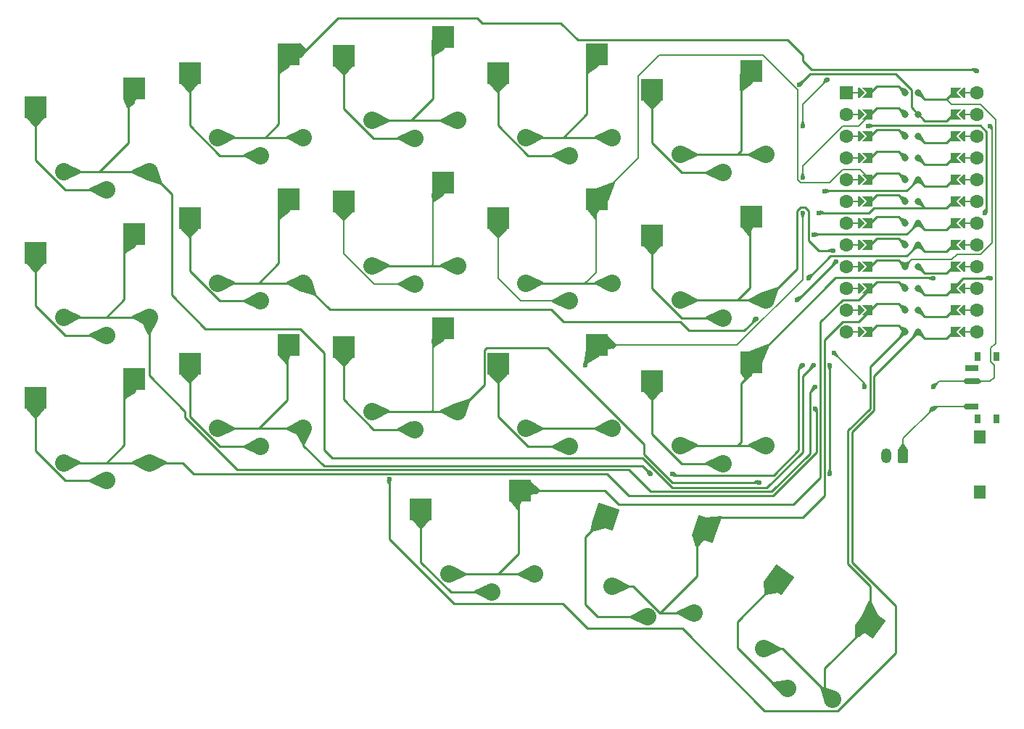
<source format=gbr>
%TF.GenerationSoftware,KiCad,Pcbnew,7.0.9*%
%TF.CreationDate,2023-11-22T09:36:00+00:00*%
%TF.ProjectId,vee_board_routed,7665655f-626f-4617-9264-5f726f757465,v1.0.0*%
%TF.SameCoordinates,Original*%
%TF.FileFunction,Copper,L1,Top*%
%TF.FilePolarity,Positive*%
%FSLAX46Y46*%
G04 Gerber Fmt 4.6, Leading zero omitted, Abs format (unit mm)*
G04 Created by KiCad (PCBNEW 7.0.9) date 2023-11-22 09:36:00*
%MOMM*%
%LPD*%
G01*
G04 APERTURE LIST*
G04 Aperture macros list*
%AMRoundRect*
0 Rectangle with rounded corners*
0 $1 Rounding radius*
0 $2 $3 $4 $5 $6 $7 $8 $9 X,Y pos of 4 corners*
0 Add a 4 corners polygon primitive as box body*
4,1,4,$2,$3,$4,$5,$6,$7,$8,$9,$2,$3,0*
0 Add four circle primitives for the rounded corners*
1,1,$1+$1,$2,$3*
1,1,$1+$1,$4,$5*
1,1,$1+$1,$6,$7*
1,1,$1+$1,$8,$9*
0 Add four rect primitives between the rounded corners*
20,1,$1+$1,$2,$3,$4,$5,0*
20,1,$1+$1,$4,$5,$6,$7,0*
20,1,$1+$1,$6,$7,$8,$9,0*
20,1,$1+$1,$8,$9,$2,$3,0*%
%AMRotRect*
0 Rectangle, with rotation*
0 The origin of the aperture is its center*
0 $1 length*
0 $2 width*
0 $3 Rotation angle, in degrees counterclockwise*
0 Add horizontal line*
21,1,$1,$2,0,0,$3*%
%AMFreePoly0*
4,1,5,0.125000,-0.500000,-0.125000,-0.500000,-0.125000,0.500000,0.125000,0.500000,0.125000,-0.500000,0.125000,-0.500000,$1*%
%AMFreePoly1*
4,1,6,0.600000,0.200000,0.000000,-0.400000,-0.600000,0.200000,-0.600000,0.400000,0.600000,0.400000,0.600000,0.200000,0.600000,0.200000,$1*%
%AMFreePoly2*
4,1,6,0.600000,-0.250000,-0.600000,-0.250000,-0.600000,1.000000,0.000000,0.400000,0.600000,1.000000,0.600000,-0.250000,0.600000,-0.250000,$1*%
G04 Aperture macros list end*
%TA.AperFunction,SMDPad,CuDef*%
%ADD10R,2.600000X2.600000*%
%TD*%
%TA.AperFunction,ComponentPad*%
%ADD11C,2.032000*%
%TD*%
%TA.AperFunction,ComponentPad*%
%ADD12R,1.400000X1.500000*%
%TD*%
%TA.AperFunction,SMDPad,CuDef*%
%ADD13R,0.800000X1.000000*%
%TD*%
%TA.AperFunction,SMDPad,CuDef*%
%ADD14R,1.500000X0.700000*%
%TD*%
%TA.AperFunction,ComponentPad*%
%ADD15C,1.600000*%
%TD*%
%TA.AperFunction,SMDPad,CuDef*%
%ADD16FreePoly0,270.000000*%
%TD*%
%TA.AperFunction,SMDPad,CuDef*%
%ADD17FreePoly1,270.000000*%
%TD*%
%TA.AperFunction,SMDPad,CuDef*%
%ADD18FreePoly1,90.000000*%
%TD*%
%TA.AperFunction,SMDPad,CuDef*%
%ADD19FreePoly0,90.000000*%
%TD*%
%TA.AperFunction,ComponentPad*%
%ADD20R,1.600000X1.600000*%
%TD*%
%TA.AperFunction,SMDPad,CuDef*%
%ADD21FreePoly2,270.000000*%
%TD*%
%TA.AperFunction,SMDPad,CuDef*%
%ADD22FreePoly2,90.000000*%
%TD*%
%TA.AperFunction,SMDPad,CuDef*%
%ADD23RotRect,2.600000X2.600000X324.000000*%
%TD*%
%TA.AperFunction,ComponentPad*%
%ADD24RoundRect,0.250000X0.350000X0.625000X-0.350000X0.625000X-0.350000X-0.625000X0.350000X-0.625000X0*%
%TD*%
%TA.AperFunction,ComponentPad*%
%ADD25O,1.200000X1.750000*%
%TD*%
%TA.AperFunction,SMDPad,CuDef*%
%ADD26RotRect,2.600000X2.600000X342.000000*%
%TD*%
%TA.AperFunction,ViaPad*%
%ADD27C,0.600000*%
%TD*%
%TA.AperFunction,ViaPad*%
%ADD28C,0.800000*%
%TD*%
%TA.AperFunction,Conductor*%
%ADD29C,0.250000*%
%TD*%
%TA.AperFunction,Conductor*%
%ADD30C,0.200000*%
%TD*%
G04 APERTURE END LIST*
D10*
%TO.P,S11,1*%
%TO.N,P2*%
X239495000Y-130320000D03*
%TO.P,S11,2*%
%TO.N,GND*%
X227945000Y-132520000D03*
%TD*%
%TO.P,S4,1*%
%TO.N,P18*%
X203495000Y-147320000D03*
%TO.P,S4,2*%
%TO.N,GND*%
X191945000Y-149520000D03*
%TD*%
%TO.P,S9,1*%
%TO.N,P1*%
X221495000Y-111320000D03*
%TO.P,S9,2*%
%TO.N,GND*%
X209945000Y-113520000D03*
%TD*%
D11*
%TO.P,S26,1*%
%TO.N,P10*%
X223220000Y-138070000D03*
X213220000Y-138070000D03*
%TO.P,S26,2*%
%TO.N,GND*%
X218220000Y-140170000D03*
X218220000Y-140170000D03*
%TD*%
D12*
%TO.P,S37,1*%
%TO.N,RST*%
X284220000Y-164520000D03*
%TO.P,S37,2*%
%TO.N,GND*%
X284220000Y-158020000D03*
%TD*%
D10*
%TO.P,S12,1*%
%TO.N,P3*%
X239495000Y-113320000D03*
%TO.P,S12,2*%
%TO.N,GND*%
X227945000Y-115520000D03*
%TD*%
%TO.P,S5,1*%
%TO.N,P15*%
X203495000Y-130320000D03*
%TO.P,S5,2*%
%TO.N,GND*%
X191945000Y-132520000D03*
%TD*%
%TO.P,S1,1*%
%TO.N,P21*%
X185495000Y-151320000D03*
%TO.P,S1,2*%
%TO.N,GND*%
X173945000Y-153520000D03*
%TD*%
D11*
%TO.P,S34,1*%
%TO.N,P7*%
X232220000Y-174070000D03*
X222220000Y-174070000D03*
%TO.P,S34,2*%
%TO.N,GND*%
X227220000Y-176170000D03*
X227220000Y-176170000D03*
%TD*%
%TO.P,S29,1*%
%TO.N,P2*%
X241220000Y-140070000D03*
X231220000Y-140070000D03*
%TO.P,S29,2*%
%TO.N,GND*%
X236220000Y-142170000D03*
X236220000Y-142170000D03*
%TD*%
D13*
%TO.P,T1,*%
%TO.N,*%
X283940000Y-155920000D03*
X286150000Y-155920000D03*
D14*
X283290000Y-150020000D03*
D13*
X283940000Y-148620000D03*
X286150000Y-148620000D03*
D14*
%TO.P,T1,1*%
%TO.N,pos*%
X283290000Y-154520000D03*
%TO.P,T1,2*%
%TO.N,RAW*%
X283290000Y-151520000D03*
%TD*%
D11*
%TO.P,S28,1*%
%TO.N,P0*%
X241220000Y-157070000D03*
X231220000Y-157070000D03*
%TO.P,S28,2*%
%TO.N,GND*%
X236220000Y-159170000D03*
X236220000Y-159170000D03*
%TD*%
D10*
%TO.P,S2,1*%
%TO.N,P20*%
X185495000Y-134320000D03*
%TO.P,S2,2*%
%TO.N,GND*%
X173945000Y-136520000D03*
%TD*%
%TO.P,S8,1*%
%TO.N,P10*%
X221495000Y-128320000D03*
%TO.P,S8,2*%
%TO.N,GND*%
X209945000Y-130520000D03*
%TD*%
D11*
%TO.P,S20,1*%
%TO.N,P20*%
X187220000Y-144070000D03*
X177220000Y-144070000D03*
%TO.P,S20,2*%
%TO.N,GND*%
X182220000Y-146170000D03*
X182220000Y-146170000D03*
%TD*%
D15*
%TO.P,MCU1,*%
%TO.N,*%
X283840000Y-117800000D03*
D16*
X282570000Y-117800000D03*
D17*
X282062000Y-117800000D03*
D18*
X270378000Y-117800000D03*
D19*
X269870000Y-117800000D03*
D15*
X268600000Y-117800000D03*
D20*
X268600000Y-117800000D03*
D15*
X283840000Y-120340000D03*
D16*
X282570000Y-120340000D03*
D17*
X282062000Y-120340000D03*
D18*
X270378000Y-120340000D03*
D19*
X269870000Y-120340000D03*
D15*
X268600000Y-120340000D03*
X283840000Y-122880000D03*
D16*
X282570000Y-122880000D03*
D17*
X282062000Y-122880000D03*
D18*
X270378000Y-122880000D03*
D19*
X269870000Y-122880000D03*
D15*
X268600000Y-122880000D03*
X283840000Y-125420000D03*
D16*
X282570000Y-125420000D03*
D17*
X282062000Y-125420000D03*
D18*
X270378000Y-125420000D03*
D19*
X269870000Y-125420000D03*
D15*
X268600000Y-125420000D03*
X283840000Y-127960000D03*
D16*
X282570000Y-127960000D03*
D17*
X282062000Y-127960000D03*
D18*
X270378000Y-127960000D03*
D19*
X269870000Y-127960000D03*
D15*
X268600000Y-127960000D03*
X283840000Y-130500000D03*
D16*
X282570000Y-130500000D03*
D17*
X282062000Y-130500000D03*
D18*
X270378000Y-130500000D03*
D19*
X269870000Y-130500000D03*
D15*
X268600000Y-130500000D03*
X283840000Y-133040000D03*
D16*
X282570000Y-133040000D03*
D17*
X282062000Y-133040000D03*
D18*
X270378000Y-133040000D03*
D19*
X269870000Y-133040000D03*
D15*
X268600000Y-133040000D03*
X283840000Y-135580000D03*
D16*
X282570000Y-135580000D03*
D17*
X282062000Y-135580000D03*
D18*
X270378000Y-135580000D03*
D19*
X269870000Y-135580000D03*
D15*
X268600000Y-135580000D03*
X283840000Y-138120000D03*
D16*
X282570000Y-138120000D03*
D17*
X282062000Y-138120000D03*
D18*
X270378000Y-138120000D03*
D19*
X269870000Y-138120000D03*
D15*
X268600000Y-138120000D03*
X283840000Y-140660000D03*
D16*
X282570000Y-140660000D03*
D17*
X282062000Y-140660000D03*
D18*
X270378000Y-140660000D03*
D19*
X269870000Y-140660000D03*
D15*
X268600000Y-140660000D03*
X283840000Y-143200000D03*
D16*
X282570000Y-143200000D03*
D17*
X282062000Y-143200000D03*
D18*
X270378000Y-143200000D03*
D19*
X269870000Y-143200000D03*
D15*
X268600000Y-143200000D03*
X283840000Y-145740000D03*
D16*
X282570000Y-145740000D03*
D17*
X282062000Y-145740000D03*
D18*
X270378000Y-145740000D03*
D19*
X269870000Y-145740000D03*
D15*
X268600000Y-145740000D03*
D21*
%TO.P,MCU1,1*%
%TO.N,RAW*%
X281046000Y-117800000D03*
%TO.P,MCU1,2*%
%TO.N,GND*%
X281046000Y-120340000D03*
%TO.P,MCU1,3*%
%TO.N,RST*%
X281046000Y-122880000D03*
%TO.P,MCU1,4*%
%TO.N,VCC*%
X281046000Y-125420000D03*
%TO.P,MCU1,5*%
%TO.N,P21*%
X281046000Y-127960000D03*
%TO.P,MCU1,6*%
%TO.N,P20*%
X281046000Y-130500000D03*
%TO.P,MCU1,7*%
%TO.N,P19*%
X281046000Y-133040000D03*
%TO.P,MCU1,8*%
%TO.N,P18*%
X281046000Y-135580000D03*
%TO.P,MCU1,9*%
%TO.N,P15*%
X281046000Y-138120000D03*
%TO.P,MCU1,10*%
%TO.N,P14*%
X281046000Y-140660000D03*
%TO.P,MCU1,11*%
%TO.N,P16*%
X281046000Y-143200000D03*
%TO.P,MCU1,12*%
%TO.N,P10*%
X281046000Y-145740000D03*
D22*
%TO.P,MCU1,13*%
%TO.N,P9*%
X271394000Y-145740000D03*
%TO.P,MCU1,14*%
%TO.N,P8*%
X271394000Y-143200000D03*
%TO.P,MCU1,15*%
%TO.N,P7*%
X271394000Y-140660000D03*
%TO.P,MCU1,16*%
%TO.N,P6*%
X271394000Y-138120000D03*
%TO.P,MCU1,17*%
%TO.N,P5*%
X271394000Y-135580000D03*
%TO.P,MCU1,18*%
%TO.N,P4*%
X271394000Y-133040000D03*
%TO.P,MCU1,19*%
%TO.N,P3*%
X271394000Y-130500000D03*
%TO.P,MCU1,20*%
%TO.N,P2*%
X271394000Y-127960000D03*
%TO.P,MCU1,21*%
%TO.N,GND*%
X271394000Y-125420000D03*
%TO.P,MCU1,22*%
X271394000Y-122880000D03*
%TO.P,MCU1,23*%
%TO.N,P0*%
X271394000Y-120340000D03*
%TO.P,MCU1,24*%
%TO.N,P1*%
X271394000Y-117800000D03*
%TD*%
D11*
%TO.P,S23,1*%
%TO.N,P15*%
X205220000Y-140070000D03*
X195220000Y-140070000D03*
%TO.P,S23,2*%
%TO.N,GND*%
X200220000Y-142170000D03*
X200220000Y-142170000D03*
%TD*%
D10*
%TO.P,S13,1*%
%TO.N,P4*%
X257495000Y-149320000D03*
%TO.P,S13,2*%
%TO.N,GND*%
X245945000Y-151520000D03*
%TD*%
D11*
%TO.P,S25,1*%
%TO.N,P16*%
X223220000Y-155070000D03*
X213220000Y-155070000D03*
%TO.P,S25,2*%
%TO.N,GND*%
X218220000Y-157170000D03*
X218220000Y-157170000D03*
%TD*%
%TO.P,S35,1*%
%TO.N,P8*%
X250801018Y-178629100D03*
X241290453Y-175538930D03*
%TO.P,S35,2*%
%TO.N,GND*%
X245396800Y-179081233D03*
X245396800Y-179081233D03*
%TD*%
D10*
%TO.P,S16,1*%
%TO.N,P7*%
X230495000Y-164320000D03*
%TO.P,S16,2*%
%TO.N,GND*%
X218945000Y-166520000D03*
%TD*%
D23*
%TO.P,S18,1*%
%TO.N,P9*%
X271366853Y-179781346D03*
%TO.P,S18,2*%
%TO.N,GND*%
X260729579Y-174772263D03*
%TD*%
D11*
%TO.P,S21,1*%
%TO.N,P19*%
X187220000Y-127070000D03*
X177220000Y-127070000D03*
%TO.P,S21,2*%
%TO.N,GND*%
X182220000Y-129170000D03*
X182220000Y-129170000D03*
%TD*%
D24*
%TO.P,_1,1*%
%TO.N,pos*%
X275220000Y-160270000D03*
D25*
%TO.P,_1,2*%
%TO.N,GND*%
X273220000Y-160270000D03*
%TD*%
D11*
%TO.P,S22,1*%
%TO.N,P18*%
X205220000Y-157070000D03*
X195220000Y-157070000D03*
%TO.P,S22,2*%
%TO.N,GND*%
X200220000Y-159170000D03*
X200220000Y-159170000D03*
%TD*%
%TO.P,S24,1*%
%TO.N,P14*%
X205220000Y-123070000D03*
X195220000Y-123070000D03*
%TO.P,S24,2*%
%TO.N,GND*%
X200220000Y-125170000D03*
X200220000Y-125170000D03*
%TD*%
D10*
%TO.P,S3,1*%
%TO.N,P19*%
X185495000Y-117320000D03*
%TO.P,S3,2*%
%TO.N,GND*%
X173945000Y-119520000D03*
%TD*%
D11*
%TO.P,S33,1*%
%TO.N,P6*%
X259220000Y-125070000D03*
X249220000Y-125070000D03*
%TO.P,S33,2*%
%TO.N,GND*%
X254220000Y-127170000D03*
X254220000Y-127170000D03*
%TD*%
D10*
%TO.P,S7,1*%
%TO.N,P16*%
X221495000Y-145320000D03*
%TO.P,S7,2*%
%TO.N,GND*%
X209945000Y-147520000D03*
%TD*%
D11*
%TO.P,S27,1*%
%TO.N,P1*%
X223220000Y-121070000D03*
X213220000Y-121070000D03*
%TO.P,S27,2*%
%TO.N,GND*%
X218220000Y-123170000D03*
X218220000Y-123170000D03*
%TD*%
%TO.P,S19,1*%
%TO.N,P21*%
X187220000Y-161070000D03*
X177220000Y-161070000D03*
%TO.P,S19,2*%
%TO.N,GND*%
X182220000Y-163170000D03*
X182220000Y-163170000D03*
%TD*%
D10*
%TO.P,S10,1*%
%TO.N,P0*%
X239495000Y-147320000D03*
%TO.P,S10,2*%
%TO.N,GND*%
X227945000Y-149520000D03*
%TD*%
%TO.P,S14,1*%
%TO.N,P5*%
X257495000Y-132320000D03*
%TO.P,S14,2*%
%TO.N,GND*%
X245945000Y-134520000D03*
%TD*%
D11*
%TO.P,S31,1*%
%TO.N,P4*%
X259220000Y-159070000D03*
X249220000Y-159070000D03*
%TO.P,S31,2*%
%TO.N,GND*%
X254220000Y-161170000D03*
X254220000Y-161170000D03*
%TD*%
D10*
%TO.P,S6,1*%
%TO.N,P14*%
X203495000Y-113320000D03*
%TO.P,S6,2*%
%TO.N,GND*%
X191945000Y-115520000D03*
%TD*%
%TO.P,S15,1*%
%TO.N,P6*%
X257495000Y-115320000D03*
%TO.P,S15,2*%
%TO.N,GND*%
X245945000Y-117520000D03*
%TD*%
D11*
%TO.P,S32,1*%
%TO.N,P5*%
X259220000Y-142070000D03*
X249220000Y-142070000D03*
%TO.P,S32,2*%
%TO.N,GND*%
X254220000Y-144170000D03*
X254220000Y-144170000D03*
%TD*%
%TO.P,S36,1*%
%TO.N,P9*%
X267031501Y-188683191D03*
X258941331Y-182805338D03*
%TO.P,S36,2*%
%TO.N,GND*%
X261752067Y-187443200D03*
X261752067Y-187443200D03*
%TD*%
D26*
%TO.P,S17,1*%
%TO.N,P8*%
X252173361Y-168823244D03*
%TO.P,S17,2*%
%TO.N,GND*%
X240508821Y-167346422D03*
%TD*%
D11*
%TO.P,S30,1*%
%TO.N,P3*%
X241220000Y-123070000D03*
X231220000Y-123070000D03*
%TO.P,S30,2*%
%TO.N,GND*%
X236220000Y-125170000D03*
X236220000Y-125170000D03*
%TD*%
D27*
%TO.N,P21*%
X266040000Y-129330000D03*
X264965500Y-154730000D03*
D28*
X276982000Y-127960000D03*
%TO.N,GND*%
X275458000Y-122880000D03*
X276987297Y-120354074D03*
D27*
X263118911Y-116896088D03*
D28*
X275458000Y-125420000D03*
D27*
%TO.N,P20*%
X265415500Y-131870000D03*
X264965500Y-152190000D03*
D28*
X276982000Y-130500000D03*
D27*
%TO.N,P19*%
X264791000Y-149650000D03*
X264791000Y-134410000D03*
D28*
X276982000Y-133040000D03*
D27*
%TO.N,P18*%
X245720000Y-162350000D03*
X263500000Y-149650000D03*
X248260000Y-162350000D03*
X264166500Y-139490000D03*
D28*
X276982000Y-135580000D03*
D27*
%TO.N,P15*%
X267437162Y-137540721D03*
X258076642Y-144226642D03*
D28*
X276982000Y-138120000D03*
D27*
X262875500Y-142030000D03*
%TO.N,P14*%
X285420500Y-139490000D03*
D28*
X276982000Y-140660000D03*
D27*
X283820000Y-115269500D03*
%TO.N,P16*%
X258420000Y-163365500D03*
X266664500Y-162350000D03*
X266664500Y-149650000D03*
D28*
X276982000Y-143200000D03*
D27*
%TO.N,P10*%
X215240000Y-162974500D03*
D28*
X276982000Y-145740000D03*
%TO.N,P1*%
X275458000Y-117800000D03*
D27*
%TO.N,P0*%
X238100000Y-149650000D03*
X263500000Y-131870000D03*
D28*
X275458000Y-120340000D03*
D27*
X263500000Y-127769500D03*
D28*
%TO.N,P2*%
X275458000Y-127960000D03*
D27*
%TO.N,P3*%
X271120000Y-121710000D03*
D28*
X275458000Y-130500000D03*
D27*
X284796000Y-131870000D03*
%TO.N,P4*%
X278740000Y-139522721D03*
D28*
X275458000Y-133040000D03*
%TO.N,P5*%
X275458000Y-135580000D03*
D27*
X267064500Y-136291721D03*
%TO.N,P6*%
X263500000Y-121710000D03*
X285370500Y-121710000D03*
X266381092Y-116288905D03*
D28*
X275458000Y-138120000D03*
%TO.N,P7*%
X275458000Y-140660000D03*
%TO.N,P8*%
X275458000Y-143200000D03*
%TO.N,P9*%
X275458000Y-145740000D03*
D27*
%TO.N,RAW*%
X278740000Y-152190000D03*
D28*
X276982000Y-117800000D03*
D27*
%TO.N,RST*%
X267164635Y-148234635D03*
D28*
X276982000Y-122880000D03*
D27*
X270742353Y-152190000D03*
D28*
%TO.N,VCC*%
X276982000Y-125420000D03*
D27*
%TO.N,pos*%
X278740000Y-154730000D03*
%TD*%
D29*
%TO.N,P21*%
X260060000Y-164890000D02*
X265140000Y-159810000D01*
X280280000Y-128726000D02*
X281046000Y-127960000D01*
X182220000Y-161070000D02*
X187220000Y-161070000D01*
X184309500Y-158980500D02*
X182220000Y-161070000D01*
X177220000Y-161070000D02*
X182220000Y-161070000D01*
X187220000Y-161070000D02*
X191100000Y-161070000D01*
X240640000Y-162350000D02*
X243180000Y-164890000D01*
X275645779Y-129296221D02*
X276982000Y-127960000D01*
X266073779Y-129296221D02*
X275645779Y-129296221D01*
X265140000Y-154904500D02*
X264965500Y-154730000D01*
X276982000Y-127960000D02*
X277748000Y-128726000D01*
X184309500Y-152505500D02*
X184309500Y-158980500D01*
X192380000Y-162350000D02*
X240640000Y-162350000D01*
X266040000Y-129330000D02*
X266073779Y-129296221D01*
X243180000Y-164890000D02*
X260060000Y-164890000D01*
X265140000Y-159810000D02*
X265140000Y-154904500D01*
X277748000Y-128726000D02*
X280280000Y-128726000D01*
X191100000Y-161070000D02*
X192380000Y-162350000D01*
X185495000Y-151320000D02*
X184309500Y-152505500D01*
%TO.N,GND*%
X191945000Y-155691461D02*
X195423539Y-159170000D01*
X239591233Y-179081233D02*
X245396800Y-179081233D01*
X275452099Y-125432221D02*
X274686099Y-124666221D01*
X249423539Y-161170000D02*
X254220000Y-161170000D01*
X173945000Y-136520000D02*
X173945000Y-142691461D01*
X227945000Y-115520000D02*
X227945000Y-121691461D01*
X255880000Y-182670000D02*
X260653200Y-187443200D01*
D30*
X209945000Y-130520000D02*
X209945000Y-136656106D01*
D29*
X231423539Y-159170000D02*
X236220000Y-159170000D01*
X260729579Y-174772263D02*
X255880000Y-179621842D01*
X209945000Y-153691461D02*
X213423539Y-157170000D01*
X245945000Y-134520000D02*
X245945000Y-140691461D01*
X195423539Y-142170000D02*
X200220000Y-142170000D01*
X260653200Y-187443200D02*
X261752067Y-187443200D01*
D30*
X227945000Y-132520000D02*
X227945000Y-139495000D01*
D29*
X277748000Y-121106000D02*
X280280000Y-121106000D01*
D30*
X213458894Y-140170000D02*
X218220000Y-140170000D01*
D29*
X177423539Y-163170000D02*
X182220000Y-163170000D01*
X173945000Y-125691461D02*
X177423539Y-129170000D01*
X227945000Y-149520000D02*
X227945000Y-155691461D01*
D30*
X230620000Y-142170000D02*
X236220000Y-142170000D01*
D29*
X173945000Y-119520000D02*
X173945000Y-125691461D01*
X222423539Y-176170000D02*
X227220000Y-176170000D01*
X231423539Y-125170000D02*
X236220000Y-125170000D01*
X274347210Y-115663905D02*
X264351094Y-115663905D01*
X240508821Y-167346422D02*
X238100000Y-169755243D01*
X191945000Y-121691461D02*
X195423539Y-125170000D01*
D30*
X227945000Y-139495000D02*
X230620000Y-142170000D01*
D29*
X173945000Y-153520000D02*
X173945000Y-159691461D01*
X274686099Y-124666221D02*
X272154099Y-124666221D01*
X191945000Y-115520000D02*
X191945000Y-121691461D01*
X173945000Y-142691461D02*
X177423539Y-146170000D01*
X191945000Y-138691461D02*
X195423539Y-142170000D01*
X255880000Y-179621842D02*
X255880000Y-182670000D01*
X227945000Y-121691461D02*
X231423539Y-125170000D01*
X191945000Y-149520000D02*
X191945000Y-155691461D01*
X218945000Y-166520000D02*
X218945000Y-172691461D01*
X177423539Y-146170000D02*
X182220000Y-146170000D01*
X173945000Y-159691461D02*
X177423539Y-163170000D01*
X191945000Y-132520000D02*
X191945000Y-138691461D01*
X276183000Y-117499695D02*
X274347210Y-115663905D01*
D30*
X209945000Y-136656106D02*
X213458894Y-140170000D01*
D29*
X209945000Y-113520000D02*
X209945000Y-119691461D01*
X213423539Y-157170000D02*
X218220000Y-157170000D01*
X272154099Y-122126221D02*
X271388099Y-122892221D01*
X276183000Y-119541000D02*
X276183000Y-117499695D01*
X213423539Y-123170000D02*
X218220000Y-123170000D01*
X245945000Y-123691461D02*
X249423539Y-127170000D01*
X218945000Y-172691461D02*
X222423539Y-176170000D01*
X245945000Y-117520000D02*
X245945000Y-123691461D01*
X275452099Y-122892221D02*
X274686099Y-122126221D01*
X280280000Y-121106000D02*
X281046000Y-120340000D01*
X276183000Y-119541000D02*
X277748000Y-121106000D01*
X209945000Y-147520000D02*
X209945000Y-153691461D01*
X245945000Y-140691461D02*
X249423539Y-144170000D01*
X238100000Y-177590000D02*
X239591233Y-179081233D01*
X272154099Y-124666221D02*
X271388099Y-125432221D01*
X238100000Y-169755243D02*
X238100000Y-177590000D01*
X195423539Y-159170000D02*
X200220000Y-159170000D01*
X264351094Y-115663905D02*
X263118911Y-116896088D01*
X177423539Y-129170000D02*
X182220000Y-129170000D01*
X249423539Y-144170000D02*
X254220000Y-144170000D01*
X209945000Y-119691461D02*
X213423539Y-123170000D01*
X245945000Y-157691461D02*
X249423539Y-161170000D01*
X249423539Y-127170000D02*
X254220000Y-127170000D01*
X245945000Y-151520000D02*
X245945000Y-157691461D01*
X227945000Y-155691461D02*
X231423539Y-159170000D01*
X195423539Y-125170000D02*
X200220000Y-125170000D01*
X274686099Y-122126221D02*
X272154099Y-122126221D01*
%TO.N,P20*%
X187220000Y-144070000D02*
X187220000Y-150868350D01*
X277748000Y-131266000D02*
X280280000Y-131266000D01*
X276982000Y-130500000D02*
X277748000Y-131266000D01*
X280280000Y-131266000D02*
X281046000Y-130500000D01*
X271192198Y-131870000D02*
X271796198Y-131266000D01*
X264340500Y-152815000D02*
X264965500Y-152190000D01*
X182220000Y-144070000D02*
X187220000Y-144070000D01*
X191428198Y-155076548D02*
X191428198Y-155811055D01*
X177220000Y-144070000D02*
X182220000Y-144070000D01*
X265415500Y-131870000D02*
X271192198Y-131870000D01*
X187220000Y-150868350D02*
X191428198Y-155076548D01*
X184309500Y-135505500D02*
X184309500Y-141980500D01*
X264340500Y-159973104D02*
X264340500Y-152815000D01*
X243180000Y-161900000D02*
X245720000Y-164440000D01*
X245720000Y-164440000D02*
X259873604Y-164440000D01*
X197517143Y-161900000D02*
X243180000Y-161900000D01*
X185495000Y-134320000D02*
X184309500Y-135505500D01*
X271796198Y-131266000D02*
X277748000Y-131266000D01*
X259873604Y-164440000D02*
X264340500Y-159973104D01*
X191428198Y-155811055D02*
X197517143Y-161900000D01*
X184309500Y-141980500D02*
X182220000Y-144070000D01*
%TO.N,P19*%
X264791000Y-134410000D02*
X264824779Y-134376221D01*
X187220000Y-127070000D02*
X177220000Y-127070000D01*
X263500000Y-159810000D02*
X263500000Y-150941000D01*
X208559000Y-160511000D02*
X244781000Y-160511000D01*
X264824779Y-134376221D02*
X275645779Y-134376221D01*
X259320000Y-163990000D02*
X263500000Y-159810000D01*
X280280000Y-133806000D02*
X281046000Y-133040000D01*
X275645779Y-134376221D02*
X276982000Y-133040000D01*
X244781000Y-160511000D02*
X248260000Y-163990000D01*
X263500000Y-150941000D02*
X264791000Y-149650000D01*
X189840000Y-141488350D02*
X193796650Y-145445000D01*
X248260000Y-163990000D02*
X259320000Y-163990000D01*
X184760000Y-123684999D02*
X184760000Y-118055000D01*
X277748000Y-133806000D02*
X280280000Y-133806000D01*
X187220000Y-127070000D02*
X189840000Y-129690000D01*
X177220000Y-127070000D02*
X181374999Y-127070000D01*
X193796650Y-145445000D02*
X204870000Y-145445000D01*
X189840000Y-129690000D02*
X189840000Y-141488350D01*
X181374999Y-127070000D02*
X184760000Y-123684999D01*
X207620000Y-159572000D02*
X208559000Y-160511000D01*
X204870000Y-145445000D02*
X207620000Y-148195000D01*
X207620000Y-148195000D02*
X207620000Y-159572000D01*
X276982000Y-133040000D02*
X277748000Y-133806000D01*
%TO.N,P18*%
X263050000Y-150100000D02*
X263500000Y-149650000D01*
X277748000Y-136346000D02*
X280280000Y-136346000D01*
X200000000Y-157070000D02*
X205220000Y-157070000D01*
X276982000Y-135580000D02*
X277748000Y-136346000D01*
X275645779Y-136916221D02*
X276982000Y-135580000D01*
X205220000Y-157070000D02*
X205220000Y-159050000D01*
X263050000Y-159623604D02*
X263050000Y-150100000D01*
X266740279Y-136916221D02*
X275645779Y-136916221D01*
X264166500Y-139490000D02*
X266740279Y-136916221D01*
X248260000Y-162350000D02*
X248421000Y-162511000D01*
X280280000Y-136346000D02*
X281046000Y-135580000D01*
X207620000Y-161450000D02*
X244820000Y-161450000D01*
X205220000Y-159050000D02*
X207620000Y-161450000D01*
X203345000Y-153725000D02*
X200000000Y-157070000D01*
X203345000Y-147470000D02*
X203345000Y-153725000D01*
X248421000Y-162511000D02*
X260162604Y-162511000D01*
X244820000Y-161450000D02*
X245720000Y-162350000D01*
X260162604Y-162511000D02*
X263050000Y-159623604D01*
X195220000Y-157070000D02*
X200000000Y-157070000D01*
%TO.N,P15*%
X202309500Y-137760500D02*
X200000000Y-140070000D01*
X205220000Y-140070000D02*
X208320000Y-143170000D01*
X203495000Y-130320000D02*
X202309500Y-131505500D01*
X280280000Y-138886000D02*
X281046000Y-138120000D01*
X208320000Y-143170000D02*
X234160000Y-143170000D01*
X249237143Y-144620000D02*
X250237176Y-145620033D01*
X202309500Y-131505500D02*
X202309500Y-137760500D01*
X256683251Y-145620033D02*
X258076642Y-144226642D01*
X262875500Y-142030000D02*
X262947883Y-142030000D01*
X234160000Y-143170000D02*
X235610000Y-144620000D01*
X262947883Y-142030000D02*
X267437162Y-137540721D01*
X250237176Y-145620033D02*
X256683251Y-145620033D01*
X200000000Y-140070000D02*
X205220000Y-140070000D01*
X277748000Y-138886000D02*
X280280000Y-138886000D01*
X276982000Y-138120000D02*
X277748000Y-138886000D01*
X235610000Y-144620000D02*
X249237143Y-144620000D01*
X195220000Y-140070000D02*
X200000000Y-140070000D01*
%TO.N,P14*%
X285420500Y-139490000D02*
X282216000Y-139490000D01*
X282216000Y-139490000D02*
X281046000Y-140660000D01*
X283645500Y-115095000D02*
X283820000Y-115269500D01*
X261727476Y-111695000D02*
X263500000Y-113467524D01*
X263500000Y-113467524D02*
X263500000Y-114090000D01*
X203495000Y-113320000D02*
X202309500Y-114505500D01*
X202309500Y-121519500D02*
X200759000Y-123070000D01*
X280280000Y-141426000D02*
X281046000Y-140660000D01*
X264505000Y-115095000D02*
X283645500Y-115095000D01*
X203495000Y-113320000D02*
X205045000Y-113320000D01*
X205045000Y-113320000D02*
X209242516Y-109122484D01*
X277748000Y-141426000D02*
X280280000Y-141426000D01*
X205220000Y-123070000D02*
X195220000Y-123070000D01*
X263500000Y-114090000D02*
X264505000Y-115095000D01*
X235246650Y-109695000D02*
X237246650Y-111695000D01*
X202309500Y-114505500D02*
X202309500Y-121519500D01*
X276982000Y-140660000D02*
X277748000Y-141426000D01*
X200759000Y-123070000D02*
X195220000Y-123070000D01*
X226085000Y-109695000D02*
X235246650Y-109695000D01*
X209242516Y-109122484D02*
X225512484Y-109122484D01*
X237246650Y-111695000D02*
X261727476Y-111695000D01*
X225512484Y-109122484D02*
X226085000Y-109695000D01*
%TO.N,P16*%
X244967396Y-160061000D02*
X248271896Y-163365500D01*
D30*
X220320000Y-146495000D02*
X220320000Y-155070000D01*
D29*
X223220000Y-155070000D02*
X226320000Y-151970000D01*
X276982000Y-143200000D02*
X277748000Y-143966000D01*
X266664500Y-162350000D02*
X266664500Y-149650000D01*
X213220000Y-155070000D02*
X220320000Y-155070000D01*
X226320000Y-147895000D02*
X226570000Y-147645000D01*
X220320000Y-155070000D02*
X223220000Y-155070000D01*
X226320000Y-151970000D02*
X226320000Y-147895000D01*
X277748000Y-143966000D02*
X280280000Y-143966000D01*
X233691461Y-147645000D02*
X244967396Y-158920935D01*
X280280000Y-143966000D02*
X281046000Y-143200000D01*
X226570000Y-147645000D02*
X233691461Y-147645000D01*
X248271896Y-163365500D02*
X258420000Y-163365500D01*
X244967396Y-158920935D02*
X244967396Y-160061000D01*
%TO.N,P10*%
X269240000Y-157480000D02*
X271816853Y-154903147D01*
X276982000Y-145740000D02*
X277748000Y-146506000D01*
X259052213Y-190024191D02*
X267586962Y-190024191D01*
X249450255Y-180422233D02*
X259052213Y-190024191D01*
X274320000Y-177800000D02*
X269240000Y-172720000D01*
X215240000Y-169970000D02*
X222781000Y-177511000D01*
X222781000Y-177511000D02*
X235481000Y-177511000D01*
X267586962Y-190024191D02*
X274320000Y-183291153D01*
X280280000Y-146506000D02*
X281046000Y-145740000D01*
X271816853Y-150905147D02*
X276982000Y-145740000D01*
X269240000Y-172720000D02*
X269240000Y-157480000D01*
X235481000Y-177511000D02*
X238392233Y-180422233D01*
X238392233Y-180422233D02*
X249450255Y-180422233D01*
X274320000Y-183291153D02*
X274320000Y-177800000D01*
X277748000Y-146506000D02*
X280280000Y-146506000D01*
X213220000Y-138070000D02*
X220320000Y-138070000D01*
X271816853Y-154903147D02*
X271816853Y-150905147D01*
X215240000Y-162974500D02*
X215240000Y-169970000D01*
X220320000Y-138070000D02*
X223220000Y-138070000D01*
D30*
X220320000Y-129495000D02*
X220320000Y-138070000D01*
D29*
%TO.N,P1*%
X221495000Y-111320000D02*
X220309500Y-112505500D01*
X220309500Y-112505500D02*
X220309500Y-118540500D01*
X275452099Y-117812221D02*
X274686099Y-117046221D01*
X274686099Y-117046221D02*
X272154099Y-117046221D01*
X220309500Y-118540500D02*
X217780000Y-121070000D01*
X272154099Y-117046221D02*
X271388099Y-117812221D01*
X213220000Y-121070000D02*
X217780000Y-121070000D01*
X217780000Y-121070000D02*
X223220000Y-121070000D01*
%TO.N,P0*%
X272154099Y-119586221D02*
X271388099Y-120352221D01*
D30*
X263500000Y-127769500D02*
X263500000Y-126424365D01*
X239495000Y-147320000D02*
X238100000Y-148715000D01*
D29*
X274686099Y-119586221D02*
X272154099Y-119586221D01*
D30*
X255831106Y-147320000D02*
X263500000Y-139651106D01*
X270030320Y-121710000D02*
X272154099Y-119586221D01*
X268214365Y-121710000D02*
X270030320Y-121710000D01*
X239495000Y-147320000D02*
X255831106Y-147320000D01*
X263500000Y-126424365D02*
X268214365Y-121710000D01*
D29*
X231220000Y-157070000D02*
X241220000Y-157070000D01*
D30*
X238100000Y-148715000D02*
X238100000Y-149650000D01*
D29*
X275452099Y-120352221D02*
X274686099Y-119586221D01*
D30*
X263500000Y-139651106D02*
X263500000Y-131870000D01*
D29*
%TO.N,P2*%
X275452099Y-127972221D02*
X274686099Y-127206221D01*
D30*
X266634865Y-128369500D02*
X268214365Y-126790000D01*
X239370000Y-138800000D02*
X238100000Y-140070000D01*
X246795000Y-113470000D02*
X258845000Y-113470000D01*
D29*
X238100000Y-140070000D02*
X241220000Y-140070000D01*
D30*
X244345000Y-115920000D02*
X246795000Y-113470000D01*
X262900000Y-117525000D02*
X262900000Y-128018029D01*
X244345000Y-125470000D02*
X244345000Y-115920000D01*
X239370000Y-130445000D02*
X239370000Y-138800000D01*
X268214365Y-126790000D02*
X270224000Y-126790000D01*
X263251471Y-128369500D02*
X266634865Y-128369500D01*
X258845000Y-113470000D02*
X262900000Y-117525000D01*
D29*
X274686099Y-127206221D02*
X272154099Y-127206221D01*
X272154099Y-127206221D02*
X271388099Y-127972221D01*
X231220000Y-140070000D02*
X238100000Y-140070000D01*
D30*
X270224000Y-126790000D02*
X271394000Y-127960000D01*
X262900000Y-128018029D02*
X263251471Y-128369500D01*
X239495000Y-130320000D02*
X244345000Y-125470000D01*
D29*
%TO.N,P3*%
X272154099Y-129746221D02*
X271388099Y-130512221D01*
X239495000Y-113320000D02*
X238309500Y-114505500D01*
X238309500Y-120320500D02*
X235560000Y-123070000D01*
X284965000Y-131701000D02*
X284965000Y-122414009D01*
X284227212Y-121676221D02*
X271153779Y-121676221D01*
X274686099Y-129746221D02*
X272154099Y-129746221D01*
X284965000Y-122414009D02*
X284227212Y-121676221D01*
X241220000Y-123070000D02*
X235560000Y-123070000D01*
X238309500Y-114505500D02*
X238309500Y-120320500D01*
X271153779Y-121676221D02*
X271120000Y-121710000D01*
X275452099Y-130512221D02*
X274686099Y-129746221D01*
X284796000Y-131870000D02*
X284965000Y-131701000D01*
X235560000Y-123070000D02*
X231220000Y-123070000D01*
%TO.N,P4*%
X278673500Y-139456221D02*
X278740000Y-139522721D01*
X256309500Y-151760500D02*
X256309500Y-158640500D01*
X256309500Y-158640500D02*
X255880000Y-159070000D01*
X275452099Y-133052221D02*
X274686099Y-132286221D01*
X249220000Y-159070000D02*
X255880000Y-159070000D01*
X272154099Y-132286221D02*
X271388099Y-133052221D01*
X257495000Y-149320000D02*
X267358779Y-139456221D01*
X274686099Y-132286221D02*
X272154099Y-132286221D01*
X267358779Y-139456221D02*
X278673500Y-139456221D01*
X257495000Y-149320000D02*
X257495000Y-150575000D01*
X257495000Y-150575000D02*
X256309500Y-151760500D01*
X255880000Y-159070000D02*
X259220000Y-159070000D01*
%TO.N,P5*%
X275452099Y-135592221D02*
X274686099Y-134826221D01*
X274686099Y-134826221D02*
X272154099Y-134826221D01*
X263241116Y-131245000D02*
X263758884Y-131245000D01*
X262875000Y-138415000D02*
X262875000Y-131611116D01*
X249220000Y-142070000D02*
X255880000Y-142070000D01*
X255880000Y-142070000D02*
X259220000Y-142070000D01*
X265381721Y-136291721D02*
X267064500Y-136291721D01*
X263758884Y-131245000D02*
X264166000Y-131652116D01*
X259220000Y-142070000D02*
X262875000Y-138415000D01*
X262875000Y-131611116D02*
X263241116Y-131245000D01*
X264166000Y-135076000D02*
X265381721Y-136291721D01*
X257345000Y-132470000D02*
X257345000Y-140605000D01*
X264166000Y-131652116D02*
X264166000Y-135076000D01*
X257345000Y-140605000D02*
X255880000Y-142070000D01*
X272154099Y-134826221D02*
X271388099Y-135592221D01*
D30*
%TO.N,P6*%
X284295635Y-136680000D02*
X285620000Y-135355635D01*
X276258000Y-137320000D02*
X280910000Y-137320000D01*
D29*
X256309500Y-124640500D02*
X255880000Y-125070000D01*
X249220000Y-125070000D02*
X253340000Y-125070000D01*
D30*
X280910000Y-137320000D02*
X281550000Y-136680000D01*
X263500000Y-119169997D02*
X263500000Y-121710000D01*
X281550000Y-136680000D02*
X284295635Y-136680000D01*
X285620000Y-121710000D02*
X285370500Y-121710000D01*
X285620000Y-135355635D02*
X285620000Y-121710000D01*
D29*
X253340000Y-125070000D02*
X259220000Y-125070000D01*
X274686099Y-137366221D02*
X272154099Y-137366221D01*
X256309500Y-116505500D02*
X256309500Y-124640500D01*
D30*
X266381092Y-116288905D02*
X263500000Y-119169997D01*
D29*
X257495000Y-115320000D02*
X256309500Y-116505500D01*
X255880000Y-125070000D02*
X253340000Y-125070000D01*
X272154099Y-137366221D02*
X271388099Y-138132221D01*
X275452099Y-138132221D02*
X274686099Y-137366221D01*
D30*
X275458000Y-138120000D02*
X276258000Y-137320000D01*
D29*
%TO.N,P7*%
X270030320Y-142030000D02*
X272154099Y-139906221D01*
X230495000Y-164320000D02*
X240414767Y-164320000D01*
X222220000Y-174070000D02*
X227940000Y-174070000D01*
X240414767Y-164320000D02*
X242030981Y-165936214D01*
X274686099Y-139906221D02*
X275452099Y-140672221D01*
X227940000Y-174070000D02*
X232220000Y-174070000D01*
X272154099Y-139906221D02*
X274686099Y-139906221D01*
X262453786Y-165936214D02*
X265590000Y-162800000D01*
X230345000Y-171665000D02*
X227940000Y-174070000D01*
X268179009Y-142030000D02*
X270030320Y-142030000D01*
X265590000Y-144619009D02*
X268179009Y-142030000D01*
X230345000Y-164470000D02*
X230345000Y-171665000D01*
X242030981Y-165936214D02*
X262453786Y-165936214D01*
X265590000Y-162800000D02*
X265590000Y-144619009D01*
%TO.N,P8*%
X266040000Y-164890000D02*
X266040000Y-146709009D01*
X252173361Y-168823244D02*
X253566605Y-167430000D01*
X268179009Y-144570000D02*
X270030320Y-144570000D01*
X275452099Y-143212221D02*
X274686099Y-142446221D01*
X274686099Y-142446221D02*
X272154099Y-142446221D01*
X253566605Y-167430000D02*
X263500000Y-167430000D01*
X251141675Y-169854930D02*
X251141675Y-174328553D01*
X251141675Y-174328553D02*
X246841128Y-178629100D01*
X270030320Y-144570000D02*
X272154099Y-142446221D01*
X241290453Y-175538930D02*
X243750958Y-175538930D01*
X266040000Y-146709009D02*
X268179009Y-144570000D01*
X263500000Y-167430000D02*
X266040000Y-164890000D01*
X243750958Y-175538930D02*
X246841128Y-178629100D01*
X246841128Y-178629100D02*
X250801018Y-178629100D01*
X252173361Y-168823244D02*
X251141675Y-169854930D01*
%TO.N,P9*%
X271366853Y-179781346D02*
X271366853Y-175483249D01*
X275452099Y-145752221D02*
X274686099Y-144986221D01*
X271366853Y-175483249D02*
X268790000Y-172906396D01*
X271366853Y-149831147D02*
X275458000Y-145740000D01*
X268790000Y-172906396D02*
X268790000Y-157293604D01*
X272154099Y-144986221D02*
X271388099Y-145752221D01*
X271366853Y-179781346D02*
X266069155Y-185079044D01*
X258941331Y-182805338D02*
X261153648Y-182805338D01*
X266069155Y-187720845D02*
X267031501Y-188683191D01*
X261153648Y-182805338D02*
X266069155Y-187720845D01*
X271366853Y-154716751D02*
X271366853Y-149831147D01*
X266069155Y-185079044D02*
X266069155Y-187720845D01*
X268790000Y-157293604D02*
X271366853Y-154716751D01*
X274686099Y-144986221D02*
X272154099Y-144986221D01*
%TO.N,RAW*%
X280280000Y-118566000D02*
X281046000Y-117800000D01*
D30*
X283290000Y-151520000D02*
X279410000Y-151520000D01*
D29*
X276982000Y-117800000D02*
X277748000Y-118566000D01*
D30*
X286020000Y-147110000D02*
X285450000Y-147680000D01*
X285450000Y-147680000D02*
X285450000Y-149261371D01*
X284225635Y-119170000D02*
X286020000Y-120964365D01*
X285450000Y-149261371D02*
X285850000Y-149661371D01*
X280280000Y-118566000D02*
X280884000Y-119170000D01*
D29*
X277748000Y-118566000D02*
X280280000Y-118566000D01*
D30*
X286020000Y-120964365D02*
X286020000Y-147110000D01*
X280884000Y-119170000D02*
X284225635Y-119170000D01*
X285381371Y-151570000D02*
X283340000Y-151570000D01*
X285850000Y-149661371D02*
X285850000Y-151101371D01*
X285850000Y-151101371D02*
X285381371Y-151570000D01*
X279410000Y-151520000D02*
X278740000Y-152190000D01*
%TO.N,RST*%
X270742353Y-151812353D02*
X267164635Y-148234635D01*
D29*
X276982000Y-122880000D02*
X277748000Y-123646000D01*
X280280000Y-123646000D02*
X281046000Y-122880000D01*
X277748000Y-123646000D02*
X280280000Y-123646000D01*
D30*
X270742353Y-152190000D02*
X270742353Y-151812353D01*
D29*
%TO.N,VCC*%
X276982000Y-125420000D02*
X277748000Y-126186000D01*
X280280000Y-126186000D02*
X281046000Y-125420000D01*
X277748000Y-126186000D02*
X280280000Y-126186000D01*
D30*
%TO.N,pos*%
X275220000Y-158250000D02*
X278740000Y-154730000D01*
X278950000Y-154520000D02*
X283290000Y-154520000D01*
X275220000Y-160270000D02*
X275220000Y-158250000D01*
X278740000Y-154730000D02*
X278950000Y-154520000D01*
%TD*%
%TA.AperFunction,Conductor*%
%TO.N,P10*%
G36*
X220417685Y-137823427D02*
G01*
X220421054Y-137830536D01*
X220443723Y-138057238D01*
X220441136Y-138065811D01*
X220433245Y-138070044D01*
X220432175Y-138070102D01*
X220320000Y-138071000D01*
X220207824Y-138070102D01*
X220199579Y-138066609D01*
X220196218Y-138058308D01*
X220196276Y-138057238D01*
X220218946Y-137830536D01*
X220223179Y-137822645D01*
X220230588Y-137820000D01*
X220409412Y-137820000D01*
X220417685Y-137823427D01*
G37*
%TD.AperFunction*%
%TD*%
%TA.AperFunction,Conductor*%
%TO.N,P21*%
G36*
X187619284Y-160136610D02*
G01*
X187620019Y-160136945D01*
X189229533Y-160941766D01*
X189235400Y-160948531D01*
X189236000Y-160952231D01*
X189236000Y-161187768D01*
X189232573Y-161196041D01*
X189229533Y-161198233D01*
X187620030Y-162003049D01*
X187611097Y-162003684D01*
X187604332Y-161997817D01*
X187603997Y-161997083D01*
X187220862Y-161074486D01*
X187220855Y-161065532D01*
X187220863Y-161065513D01*
X187603993Y-160142926D01*
X187610329Y-160136602D01*
X187619284Y-160136610D01*
G37*
%TD.AperFunction*%
%TD*%
%TA.AperFunction,Conductor*%
%TO.N,P18*%
G36*
X276622909Y-135431232D02*
G01*
X276765763Y-135490018D01*
X276978195Y-135577436D01*
X276984542Y-135583754D01*
X276984563Y-135583804D01*
X277130767Y-135939090D01*
X277130746Y-135948044D01*
X277124760Y-135954206D01*
X276512071Y-136230747D01*
X276503121Y-136231027D01*
X276498985Y-136228356D01*
X276333643Y-136063014D01*
X276330216Y-136054741D01*
X276331252Y-136049928D01*
X276377238Y-135948044D01*
X276607794Y-135437238D01*
X276614320Y-135431108D01*
X276622909Y-135431232D01*
G37*
%TD.AperFunction*%
%TD*%
%TA.AperFunction,Conductor*%
%TO.N,P9*%
G36*
X271361335Y-179785324D02*
G01*
X271366261Y-179792802D01*
X271366439Y-179795867D01*
X271290869Y-180823074D01*
X271286845Y-180831074D01*
X271280075Y-180833883D01*
X271207657Y-180839309D01*
X271079757Y-180868502D01*
X270951864Y-180897693D01*
X270951861Y-180897693D01*
X270951857Y-180897695D01*
X270707642Y-180993542D01*
X270480421Y-181124727D01*
X270480420Y-181124728D01*
X270275298Y-181288308D01*
X270112507Y-181463755D01*
X270105545Y-181467385D01*
X269823206Y-181506733D01*
X269814539Y-181504481D01*
X269813318Y-181503418D01*
X269643994Y-181334094D01*
X269640569Y-181326049D01*
X269636654Y-181124727D01*
X269617245Y-180126786D01*
X269620511Y-180118449D01*
X269626733Y-180115071D01*
X271352566Y-179783519D01*
X271361335Y-179785324D01*
G37*
%TD.AperFunction*%
%TD*%
%TA.AperFunction,Conductor*%
%TO.N,P16*%
G36*
X222835667Y-154142182D02*
G01*
X222836007Y-154142928D01*
X223219136Y-155065513D01*
X223219144Y-155074468D01*
X223219136Y-155074487D01*
X222836007Y-155997071D01*
X222829670Y-156003397D01*
X222820715Y-156003389D01*
X222819969Y-156003049D01*
X221210467Y-155198233D01*
X221204600Y-155191468D01*
X221204000Y-155187768D01*
X221204000Y-154952231D01*
X221207427Y-154943958D01*
X221210467Y-154941766D01*
X222819971Y-154136949D01*
X222828902Y-154136315D01*
X222835667Y-154142182D01*
G37*
%TD.AperFunction*%
%TD*%
%TA.AperFunction,Conductor*%
%TO.N,P15*%
G36*
X204835667Y-139142182D02*
G01*
X204836007Y-139142928D01*
X205219136Y-140065513D01*
X205219144Y-140074468D01*
X205219136Y-140074487D01*
X204836007Y-140997071D01*
X204829670Y-141003397D01*
X204820715Y-141003389D01*
X204819969Y-141003049D01*
X203210467Y-140198233D01*
X203204600Y-140191468D01*
X203204000Y-140187768D01*
X203204000Y-139952231D01*
X203207427Y-139943958D01*
X203210467Y-139941766D01*
X204819971Y-139136949D01*
X204828902Y-139136315D01*
X204835667Y-139142182D01*
G37*
%TD.AperFunction*%
%TD*%
%TA.AperFunction,Conductor*%
%TO.N,P8*%
G36*
X254050933Y-167308911D02*
G01*
X254055219Y-167316773D01*
X254055285Y-167318015D01*
X254055285Y-167552798D01*
X254054484Y-167557052D01*
X253444805Y-169118940D01*
X253438604Y-169125401D01*
X253431170Y-169126061D01*
X252182154Y-168825599D01*
X252174911Y-168820333D01*
X252173234Y-168813209D01*
X252287257Y-167503215D01*
X252291388Y-167495273D01*
X252297668Y-167492598D01*
X254042343Y-167306381D01*
X254050933Y-167308911D01*
G37*
%TD.AperFunction*%
%TD*%
%TA.AperFunction,Conductor*%
%TO.N,P0*%
G36*
X239493494Y-147322703D02*
G01*
X239497843Y-147328932D01*
X239820855Y-148457206D01*
X239819838Y-148466103D01*
X239819274Y-148467017D01*
X239699773Y-148642293D01*
X239651811Y-148741885D01*
X239647111Y-148746946D01*
X238202711Y-149579088D01*
X238196870Y-149580650D01*
X238012861Y-149580650D01*
X238004588Y-149577223D01*
X238001161Y-149568950D01*
X238001213Y-149567847D01*
X238194142Y-147530831D01*
X238198334Y-147522918D01*
X238203986Y-147520374D01*
X239484792Y-147320592D01*
X239493494Y-147322703D01*
G37*
%TD.AperFunction*%
%TD*%
%TA.AperFunction,Conductor*%
%TO.N,P15*%
G36*
X206156017Y-139685994D02*
G01*
X206162343Y-139692331D01*
X206162630Y-139693099D01*
X206731628Y-141400278D01*
X206730993Y-141409211D01*
X206728801Y-141412251D01*
X206562251Y-141578801D01*
X206553978Y-141582228D01*
X206550278Y-141581628D01*
X204843099Y-141012630D01*
X204836334Y-141006763D01*
X204835699Y-140997830D01*
X204835981Y-140997075D01*
X205217439Y-140073779D01*
X205223760Y-140067447D01*
X206147063Y-139685986D01*
X206156017Y-139685994D01*
G37*
%TD.AperFunction*%
%TD*%
%TA.AperFunction,Conductor*%
%TO.N,P6*%
G36*
X285660035Y-121709965D02*
G01*
X285668297Y-121713419D01*
X285671628Y-121720403D01*
X285718594Y-122153245D01*
X285716079Y-122161839D01*
X285708224Y-122166139D01*
X285706962Y-122166207D01*
X285523579Y-122166207D01*
X285517034Y-122164205D01*
X285170101Y-121930051D01*
X285165160Y-121922582D01*
X285166948Y-121913808D01*
X285168348Y-121912104D01*
X285367055Y-121712461D01*
X285375317Y-121709016D01*
X285660035Y-121709965D01*
G37*
%TD.AperFunction*%
%TD*%
%TA.AperFunction,Conductor*%
%TO.N,P14*%
G36*
X277350044Y-140511253D02*
G01*
X277356206Y-140517239D01*
X277632747Y-141129928D01*
X277633027Y-141138878D01*
X277630356Y-141143014D01*
X277465014Y-141308356D01*
X277456741Y-141311783D01*
X277451928Y-141310747D01*
X276839239Y-141034206D01*
X276833108Y-141027679D01*
X276833232Y-141019090D01*
X276979437Y-140663802D01*
X276985753Y-140657457D01*
X277341090Y-140511232D01*
X277350044Y-140511253D01*
G37*
%TD.AperFunction*%
%TD*%
%TA.AperFunction,Conductor*%
%TO.N,GND*%
G36*
X227952130Y-115528922D02*
G01*
X227954276Y-115531068D01*
X228939149Y-116812389D01*
X228941474Y-116821037D01*
X228938678Y-116827223D01*
X228073496Y-117816004D01*
X228065469Y-117819974D01*
X228064691Y-117820000D01*
X227825309Y-117820000D01*
X227817036Y-117816573D01*
X227816504Y-117816005D01*
X227816503Y-117816004D01*
X226951321Y-116827224D01*
X226948452Y-116818741D01*
X226950850Y-116812389D01*
X227935724Y-115531068D01*
X227943482Y-115526597D01*
X227952130Y-115528922D01*
G37*
%TD.AperFunction*%
%TD*%
%TA.AperFunction,Conductor*%
%TO.N,P10*%
G36*
X213619284Y-137136610D02*
G01*
X213620019Y-137136945D01*
X215229533Y-137941766D01*
X215235400Y-137948531D01*
X215236000Y-137952231D01*
X215236000Y-138187768D01*
X215232573Y-138196041D01*
X215229533Y-138198233D01*
X213620030Y-139003049D01*
X213611097Y-139003684D01*
X213604332Y-138997817D01*
X213603997Y-138997083D01*
X213220862Y-138074486D01*
X213220855Y-138065532D01*
X213220863Y-138065513D01*
X213603993Y-137142926D01*
X213610329Y-137136602D01*
X213619284Y-137136610D01*
G37*
%TD.AperFunction*%
%TD*%
%TA.AperFunction,Conductor*%
%TO.N,RAW*%
G36*
X280375793Y-118486739D02*
G01*
X280376509Y-118487537D01*
X280520781Y-118663870D01*
X280523368Y-118672443D01*
X280519999Y-118679552D01*
X280393552Y-118805999D01*
X280385279Y-118809426D01*
X280377870Y-118806781D01*
X280261353Y-118711449D01*
X280201536Y-118662508D01*
X280197304Y-118654618D01*
X280199891Y-118646045D01*
X280200597Y-118645257D01*
X280279293Y-118565293D01*
X280359248Y-118486606D01*
X280367548Y-118483246D01*
X280375793Y-118486739D01*
G37*
%TD.AperFunction*%
%TD*%
%TA.AperFunction,Conductor*%
%TO.N,P21*%
G36*
X186835667Y-160142182D02*
G01*
X186836007Y-160142928D01*
X187219136Y-161065513D01*
X187219144Y-161074468D01*
X187219136Y-161074487D01*
X186836007Y-161997071D01*
X186829670Y-162003397D01*
X186820715Y-162003389D01*
X186819969Y-162003049D01*
X185210467Y-161198233D01*
X185204600Y-161191468D01*
X185204000Y-161187768D01*
X185204000Y-160952231D01*
X185207427Y-160943958D01*
X185210467Y-160941766D01*
X186819971Y-160136949D01*
X186828902Y-160136315D01*
X186835667Y-160142182D01*
G37*
%TD.AperFunction*%
%TD*%
%TA.AperFunction,Conductor*%
%TO.N,P3*%
G36*
X271704391Y-121549021D02*
G01*
X271711599Y-121554335D01*
X271713281Y-121560379D01*
X271713281Y-121793215D01*
X271709854Y-121801488D01*
X271705819Y-121804120D01*
X271245440Y-121983030D01*
X271236487Y-121982833D01*
X271230406Y-121976636D01*
X271158325Y-121804120D01*
X271120883Y-121714509D01*
X271120857Y-121705556D01*
X271120862Y-121705542D01*
X271230938Y-121442090D01*
X271237289Y-121435780D01*
X271244541Y-121435245D01*
X271704391Y-121549021D01*
G37*
%TD.AperFunction*%
%TD*%
%TA.AperFunction,Conductor*%
%TO.N,P2*%
G36*
X238213552Y-139830000D02*
G01*
X238339999Y-139956447D01*
X238343426Y-139964720D01*
X238340781Y-139972129D01*
X238196509Y-140148462D01*
X238188618Y-140152695D01*
X238180045Y-140150108D01*
X238179247Y-140149392D01*
X238099293Y-140070707D01*
X238020607Y-139990752D01*
X238017246Y-139982451D01*
X238020739Y-139974206D01*
X238021518Y-139973506D01*
X238197870Y-139829217D01*
X238206443Y-139826631D01*
X238213552Y-139830000D01*
G37*
%TD.AperFunction*%
%TD*%
%TA.AperFunction,Conductor*%
%TO.N,P6*%
G36*
X249619284Y-124136610D02*
G01*
X249620019Y-124136945D01*
X251229533Y-124941766D01*
X251235400Y-124948531D01*
X251236000Y-124952231D01*
X251236000Y-125187768D01*
X251232573Y-125196041D01*
X251229533Y-125198233D01*
X249620030Y-126003049D01*
X249611097Y-126003684D01*
X249604332Y-125997817D01*
X249603997Y-125997083D01*
X249220862Y-125074486D01*
X249220855Y-125065532D01*
X249220863Y-125065513D01*
X249603993Y-124142926D01*
X249610329Y-124136602D01*
X249619284Y-124136610D01*
G37*
%TD.AperFunction*%
%TD*%
%TA.AperFunction,Conductor*%
%TO.N,P21*%
G36*
X185493427Y-151322952D02*
G01*
X185498560Y-151329189D01*
X185870015Y-152392168D01*
X185869509Y-152401109D01*
X185867547Y-152403986D01*
X185847570Y-152425517D01*
X185847566Y-152425522D01*
X185699773Y-152642293D01*
X185699770Y-152642298D01*
X185600494Y-152848446D01*
X185596398Y-152853135D01*
X184545747Y-153546575D01*
X184439693Y-153616573D01*
X184437432Y-153618065D01*
X184430987Y-153620000D01*
X184196263Y-153620000D01*
X184187990Y-153616573D01*
X184184563Y-153608300D01*
X184184563Y-153608237D01*
X184184807Y-153562534D01*
X184194951Y-151667805D01*
X184198422Y-151659554D01*
X184203689Y-151656552D01*
X185484558Y-151321729D01*
X185493427Y-151322952D01*
G37*
%TD.AperFunction*%
%TD*%
%TA.AperFunction,Conductor*%
%TO.N,P10*%
G36*
X222835667Y-137142182D02*
G01*
X222836007Y-137142928D01*
X223219136Y-138065513D01*
X223219144Y-138074468D01*
X223219136Y-138074487D01*
X222836007Y-138997071D01*
X222829670Y-139003397D01*
X222820715Y-139003389D01*
X222819969Y-139003049D01*
X221210467Y-138198233D01*
X221204600Y-138191468D01*
X221204000Y-138187768D01*
X221204000Y-137952231D01*
X221207427Y-137943958D01*
X221210467Y-137941766D01*
X222819971Y-137136949D01*
X222828902Y-137136315D01*
X222835667Y-137142182D01*
G37*
%TD.AperFunction*%
%TD*%
%TA.AperFunction,Conductor*%
%TO.N,P15*%
G36*
X263242156Y-141563712D02*
G01*
X263245825Y-141566195D01*
X263410445Y-141730815D01*
X263413872Y-141739088D01*
X263411985Y-141745460D01*
X263157947Y-142136669D01*
X263150567Y-142141741D01*
X263143690Y-142141120D01*
X262879315Y-142032563D01*
X262872963Y-142026251D01*
X262872936Y-142026184D01*
X262847471Y-141964167D01*
X262765177Y-141763751D01*
X262765204Y-141754798D01*
X262771555Y-141748486D01*
X263233203Y-141563607D01*
X263242156Y-141563712D01*
G37*
%TD.AperFunction*%
%TD*%
%TA.AperFunction,Conductor*%
%TO.N,P1*%
G36*
X222835667Y-120142182D02*
G01*
X222836007Y-120142928D01*
X223219136Y-121065513D01*
X223219144Y-121074468D01*
X223219136Y-121074487D01*
X222836007Y-121997071D01*
X222829670Y-122003397D01*
X222820715Y-122003389D01*
X222819969Y-122003049D01*
X221210467Y-121198233D01*
X221204600Y-121191468D01*
X221204000Y-121187768D01*
X221204000Y-120952231D01*
X221207427Y-120943958D01*
X221210467Y-120941766D01*
X222819971Y-120136949D01*
X222828902Y-120136315D01*
X222835667Y-120142182D01*
G37*
%TD.AperFunction*%
%TD*%
%TA.AperFunction,Conductor*%
%TO.N,GND*%
G36*
X199835667Y-141242182D02*
G01*
X199836007Y-141242928D01*
X200219136Y-142165513D01*
X200219144Y-142174468D01*
X200219136Y-142174487D01*
X199836007Y-143097071D01*
X199829670Y-143103397D01*
X199820715Y-143103389D01*
X199819969Y-143103049D01*
X198210467Y-142298233D01*
X198204600Y-142291468D01*
X198204000Y-142287768D01*
X198204000Y-142052231D01*
X198207427Y-142043958D01*
X198210467Y-142041766D01*
X199819971Y-141236949D01*
X199828902Y-141236315D01*
X199835667Y-141242182D01*
G37*
%TD.AperFunction*%
%TD*%
%TA.AperFunction,Conductor*%
%TO.N,P18*%
G36*
X205223776Y-157071152D02*
G01*
X206146693Y-157453843D01*
X206153023Y-157460178D01*
X206153020Y-157469132D01*
X206152508Y-157470208D01*
X205334656Y-158985562D01*
X205332633Y-158988278D01*
X205168416Y-159152495D01*
X205160143Y-159155922D01*
X205151870Y-159152495D01*
X205149735Y-159149567D01*
X205066895Y-158988278D01*
X204287132Y-157470088D01*
X204286402Y-157461166D01*
X204292196Y-157454337D01*
X204293041Y-157453945D01*
X205214809Y-157071154D01*
X205223763Y-157071147D01*
X205223776Y-157071152D01*
G37*
%TD.AperFunction*%
%TD*%
%TA.AperFunction,Conductor*%
%TO.N,P6*%
G36*
X266114266Y-116178344D02*
G01*
X266277896Y-116245534D01*
X266377276Y-116286341D01*
X266383628Y-116292653D01*
X266383655Y-116292720D01*
X266491651Y-116555729D01*
X266491624Y-116564684D01*
X266485762Y-116570782D01*
X266034959Y-116780428D01*
X266026012Y-116780809D01*
X266021752Y-116778092D01*
X265891904Y-116648244D01*
X265888477Y-116639971D01*
X265889566Y-116635041D01*
X266099216Y-116184232D01*
X266105810Y-116178178D01*
X266114266Y-116178344D01*
G37*
%TD.AperFunction*%
%TD*%
%TA.AperFunction,Conductor*%
%TO.N,pos*%
G36*
X282546184Y-154172882D02*
G01*
X282953468Y-154362694D01*
X283268244Y-154509395D01*
X283274296Y-154515996D01*
X283273907Y-154524942D01*
X283268244Y-154530605D01*
X282546187Y-154867116D01*
X282537241Y-154867505D01*
X282534445Y-154866032D01*
X282194900Y-154623500D01*
X282190159Y-154615902D01*
X282190000Y-154613979D01*
X282190000Y-154426021D01*
X282193427Y-154417748D01*
X282194893Y-154416504D01*
X282534447Y-154173966D01*
X282543168Y-154171947D01*
X282546184Y-154172882D01*
G37*
%TD.AperFunction*%
%TD*%
%TA.AperFunction,Conductor*%
%TO.N,P14*%
G36*
X204835667Y-122142182D02*
G01*
X204836007Y-122142928D01*
X205219136Y-123065513D01*
X205219144Y-123074468D01*
X205219136Y-123074487D01*
X204836007Y-123997071D01*
X204829670Y-124003397D01*
X204820715Y-124003389D01*
X204819969Y-124003049D01*
X203210467Y-123198233D01*
X203204600Y-123191468D01*
X203204000Y-123187768D01*
X203204000Y-122952231D01*
X203207427Y-122943958D01*
X203210467Y-122941766D01*
X204819971Y-122136949D01*
X204828902Y-122136315D01*
X204835667Y-122142182D01*
G37*
%TD.AperFunction*%
%TD*%
%TA.AperFunction,Conductor*%
%TO.N,GND*%
G36*
X261747162Y-186431500D02*
G01*
X261751914Y-186439090D01*
X261752076Y-186441023D01*
X261752770Y-187439049D01*
X261749349Y-187447324D01*
X261749335Y-187447338D01*
X261042495Y-188152788D01*
X261034218Y-188156207D01*
X261025949Y-188152772D01*
X261025420Y-188152206D01*
X259923499Y-186891314D01*
X259920635Y-186882830D01*
X259924035Y-186875343D01*
X260090435Y-186708943D01*
X260096762Y-186705681D01*
X261738435Y-186429493D01*
X261747162Y-186431500D01*
G37*
%TD.AperFunction*%
%TD*%
%TA.AperFunction,Conductor*%
%TO.N,P6*%
G36*
X257493427Y-115322952D02*
G01*
X257498560Y-115329189D01*
X257870015Y-116392168D01*
X257869509Y-116401109D01*
X257867547Y-116403986D01*
X257847570Y-116425517D01*
X257847566Y-116425522D01*
X257699773Y-116642293D01*
X257699770Y-116642298D01*
X257600494Y-116848446D01*
X257596398Y-116853135D01*
X256545747Y-117546575D01*
X256439693Y-117616573D01*
X256437432Y-117618065D01*
X256430987Y-117620000D01*
X256196263Y-117620000D01*
X256187990Y-117616573D01*
X256184563Y-117608300D01*
X256184563Y-117608237D01*
X256184807Y-117562534D01*
X256194951Y-115667805D01*
X256198422Y-115659554D01*
X256203689Y-115656552D01*
X257484558Y-115321729D01*
X257493427Y-115322952D01*
G37*
%TD.AperFunction*%
%TD*%
%TA.AperFunction,Conductor*%
%TO.N,GND*%
G36*
X263460861Y-116389511D02*
G01*
X263625487Y-116554137D01*
X263628914Y-116562410D01*
X263627584Y-116567828D01*
X263401017Y-117001434D01*
X263394148Y-117007180D01*
X263386203Y-117006839D01*
X263122726Y-116898651D01*
X263116374Y-116892339D01*
X263116347Y-116892272D01*
X263008159Y-116628795D01*
X263008186Y-116619840D01*
X263013562Y-116613982D01*
X263447173Y-116387413D01*
X263456089Y-116386620D01*
X263460861Y-116389511D01*
G37*
%TD.AperFunction*%
%TD*%
%TA.AperFunction,Conductor*%
%TO.N,P19*%
G36*
X188156017Y-126685994D02*
G01*
X188162343Y-126692331D01*
X188162630Y-126693099D01*
X188731628Y-128400278D01*
X188730993Y-128409211D01*
X188728801Y-128412251D01*
X188562251Y-128578801D01*
X188553978Y-128582228D01*
X188550278Y-128581628D01*
X186843099Y-128012630D01*
X186836334Y-128006763D01*
X186835699Y-127997830D01*
X186835981Y-127997075D01*
X187217439Y-127073779D01*
X187223760Y-127067447D01*
X188147063Y-126685986D01*
X188156017Y-126685994D01*
G37*
%TD.AperFunction*%
%TD*%
%TA.AperFunction,Conductor*%
%TO.N,GND*%
G36*
X227952130Y-149528922D02*
G01*
X227954276Y-149531068D01*
X228939149Y-150812389D01*
X228941474Y-150821037D01*
X228938678Y-150827223D01*
X228073496Y-151816004D01*
X228065469Y-151819974D01*
X228064691Y-151820000D01*
X227825309Y-151820000D01*
X227817036Y-151816573D01*
X227816504Y-151816005D01*
X227816503Y-151816004D01*
X226951321Y-150827224D01*
X226948452Y-150818741D01*
X226950850Y-150812389D01*
X227935724Y-149531068D01*
X227943482Y-149526597D01*
X227952130Y-149528922D01*
G37*
%TD.AperFunction*%
%TD*%
%TA.AperFunction,Conductor*%
%TO.N,P6*%
G36*
X263600090Y-121113427D02*
G01*
X263602807Y-121117687D01*
X263773330Y-121584694D01*
X263772949Y-121593641D01*
X263766851Y-121599503D01*
X263504511Y-121709115D01*
X263495556Y-121709142D01*
X263495489Y-121709115D01*
X263233148Y-121599503D01*
X263226836Y-121593151D01*
X263226669Y-121584697D01*
X263397193Y-121117686D01*
X263403249Y-121111091D01*
X263408183Y-121110000D01*
X263591817Y-121110000D01*
X263600090Y-121113427D01*
G37*
%TD.AperFunction*%
%TD*%
%TA.AperFunction,Conductor*%
%TO.N,P4*%
G36*
X258835667Y-158142182D02*
G01*
X258836007Y-158142928D01*
X259219136Y-159065513D01*
X259219144Y-159074468D01*
X259219136Y-159074487D01*
X258836007Y-159997071D01*
X258829670Y-160003397D01*
X258820715Y-160003389D01*
X258819969Y-160003049D01*
X257210467Y-159198233D01*
X257204600Y-159191468D01*
X257204000Y-159187768D01*
X257204000Y-158952231D01*
X257207427Y-158943958D01*
X257210467Y-158941766D01*
X258819971Y-158136949D01*
X258828902Y-158136315D01*
X258835667Y-158142182D01*
G37*
%TD.AperFunction*%
%TD*%
%TA.AperFunction,Conductor*%
%TO.N,P19*%
G36*
X265375391Y-134249021D02*
G01*
X265382599Y-134254335D01*
X265384281Y-134260379D01*
X265384281Y-134493215D01*
X265380854Y-134501488D01*
X265376819Y-134504120D01*
X264916440Y-134683030D01*
X264907487Y-134682833D01*
X264901406Y-134676636D01*
X264829325Y-134504120D01*
X264791883Y-134414509D01*
X264791857Y-134405556D01*
X264791862Y-134405542D01*
X264901938Y-134142090D01*
X264908289Y-134135780D01*
X264915541Y-134135245D01*
X265375391Y-134249021D01*
G37*
%TD.AperFunction*%
%TD*%
%TA.AperFunction,Conductor*%
%TO.N,P16*%
G36*
X277350044Y-143051253D02*
G01*
X277356206Y-143057239D01*
X277632747Y-143669928D01*
X277633027Y-143678878D01*
X277630356Y-143683014D01*
X277465014Y-143848356D01*
X277456741Y-143851783D01*
X277451928Y-143850747D01*
X276839239Y-143574206D01*
X276833108Y-143567679D01*
X276833232Y-143559090D01*
X276979437Y-143203802D01*
X276985753Y-143197457D01*
X277341090Y-143051232D01*
X277350044Y-143051253D01*
G37*
%TD.AperFunction*%
%TD*%
%TA.AperFunction,Conductor*%
%TO.N,RST*%
G36*
X270662899Y-151593899D02*
G01*
X270663945Y-151595098D01*
X270948334Y-151969764D01*
X270950607Y-151978426D01*
X270947316Y-151985084D01*
X270746502Y-152187241D01*
X270738240Y-152190695D01*
X270738174Y-152190695D01*
X270455977Y-152190032D01*
X270447711Y-152186586D01*
X270444304Y-152178305D01*
X270444443Y-152176537D01*
X270474167Y-151985084D01*
X270513830Y-151729610D01*
X270517115Y-151723137D01*
X270646354Y-151593898D01*
X270654626Y-151590472D01*
X270662899Y-151593899D01*
G37*
%TD.AperFunction*%
%TD*%
%TA.AperFunction,Conductor*%
%TO.N,P0*%
G36*
X231619284Y-156136610D02*
G01*
X231620019Y-156136945D01*
X233229533Y-156941766D01*
X233235400Y-156948531D01*
X233236000Y-156952231D01*
X233236000Y-157187768D01*
X233232573Y-157196041D01*
X233229533Y-157198233D01*
X231620030Y-158003049D01*
X231611097Y-158003684D01*
X231604332Y-157997817D01*
X231603997Y-157997083D01*
X231220862Y-157074486D01*
X231220855Y-157065532D01*
X231220863Y-157065513D01*
X231603993Y-156142926D01*
X231610329Y-156136602D01*
X231619284Y-156136610D01*
G37*
%TD.AperFunction*%
%TD*%
%TA.AperFunction,Conductor*%
%TO.N,pos*%
G36*
X275321857Y-158798427D02*
G01*
X275323449Y-158800410D01*
X275796453Y-159542245D01*
X275798012Y-159551063D01*
X275795702Y-159555872D01*
X275229114Y-160259678D01*
X275221256Y-160263973D01*
X275212663Y-160261455D01*
X275210886Y-160259678D01*
X274644297Y-159555872D01*
X274641779Y-159547279D01*
X274643544Y-159542247D01*
X275116551Y-158800410D01*
X275123888Y-158795276D01*
X275126416Y-158795000D01*
X275313584Y-158795000D01*
X275321857Y-158798427D01*
G37*
%TD.AperFunction*%
%TD*%
%TA.AperFunction,Conductor*%
%TO.N,GND*%
G36*
X181835667Y-162242182D02*
G01*
X181836007Y-162242928D01*
X182219136Y-163165513D01*
X182219144Y-163174468D01*
X182219136Y-163174487D01*
X181836007Y-164097071D01*
X181829670Y-164103397D01*
X181820715Y-164103389D01*
X181819969Y-164103049D01*
X180210467Y-163298233D01*
X180204600Y-163291468D01*
X180204000Y-163287768D01*
X180204000Y-163052231D01*
X180207427Y-163043958D01*
X180210467Y-163041766D01*
X181819971Y-162236949D01*
X181828902Y-162236315D01*
X181835667Y-162242182D01*
G37*
%TD.AperFunction*%
%TD*%
%TA.AperFunction,Conductor*%
%TO.N,P4*%
G36*
X259415546Y-147227470D02*
G01*
X259419129Y-147229916D01*
X259585083Y-147395870D01*
X259588510Y-147404143D01*
X259587706Y-147408406D01*
X258798190Y-149426059D01*
X258791984Y-149432515D01*
X258786277Y-149433452D01*
X257504078Y-149321560D01*
X257496134Y-149317427D01*
X257493439Y-149310921D01*
X257381547Y-148028722D01*
X257384242Y-148020182D01*
X257388939Y-148016809D01*
X259406593Y-147227293D01*
X259415546Y-147227470D01*
G37*
%TD.AperFunction*%
%TD*%
%TA.AperFunction,Conductor*%
%TO.N,GND*%
G36*
X253835667Y-143242182D02*
G01*
X253836007Y-143242928D01*
X254219136Y-144165513D01*
X254219144Y-144174468D01*
X254219136Y-144174487D01*
X253836007Y-145097071D01*
X253829670Y-145103397D01*
X253820715Y-145103389D01*
X253819969Y-145103049D01*
X252210467Y-144298233D01*
X252204600Y-144291468D01*
X252204000Y-144287768D01*
X252204000Y-144052231D01*
X252207427Y-144043958D01*
X252210467Y-144041766D01*
X253819971Y-143236949D01*
X253828902Y-143236315D01*
X253835667Y-143242182D01*
G37*
%TD.AperFunction*%
%TD*%
%TA.AperFunction,Conductor*%
%TO.N,P8*%
G36*
X250416685Y-177701282D02*
G01*
X250417025Y-177702028D01*
X250800154Y-178624613D01*
X250800162Y-178633568D01*
X250800154Y-178633587D01*
X250417025Y-179556171D01*
X250410688Y-179562497D01*
X250401733Y-179562489D01*
X250400987Y-179562149D01*
X248791485Y-178757333D01*
X248785618Y-178750568D01*
X248785018Y-178746868D01*
X248785018Y-178511331D01*
X248788445Y-178503058D01*
X248791485Y-178500866D01*
X250400989Y-177696049D01*
X250409920Y-177695415D01*
X250416685Y-177701282D01*
G37*
%TD.AperFunction*%
%TD*%
%TA.AperFunction,Conductor*%
%TO.N,GND*%
G36*
X235835667Y-158242182D02*
G01*
X235836007Y-158242928D01*
X236219136Y-159165513D01*
X236219144Y-159174468D01*
X236219136Y-159174487D01*
X235836007Y-160097071D01*
X235829670Y-160103397D01*
X235820715Y-160103389D01*
X235819969Y-160103049D01*
X234210467Y-159298233D01*
X234204600Y-159291468D01*
X234204000Y-159287768D01*
X234204000Y-159052231D01*
X234207427Y-159043958D01*
X234210467Y-159041766D01*
X235819971Y-158236949D01*
X235828902Y-158236315D01*
X235835667Y-158242182D01*
G37*
%TD.AperFunction*%
%TD*%
%TA.AperFunction,Conductor*%
%TO.N,P15*%
G36*
X195619284Y-139136610D02*
G01*
X195620019Y-139136945D01*
X197229533Y-139941766D01*
X197235400Y-139948531D01*
X197236000Y-139952231D01*
X197236000Y-140187768D01*
X197232573Y-140196041D01*
X197229533Y-140198233D01*
X195620030Y-141003049D01*
X195611097Y-141003684D01*
X195604332Y-140997817D01*
X195603997Y-140997083D01*
X195220862Y-140074486D01*
X195220855Y-140065532D01*
X195220863Y-140065513D01*
X195603993Y-139142926D01*
X195610329Y-139136602D01*
X195619284Y-139136610D01*
G37*
%TD.AperFunction*%
%TD*%
%TA.AperFunction,Conductor*%
%TO.N,P19*%
G36*
X186835667Y-126142182D02*
G01*
X186836007Y-126142928D01*
X187219136Y-127065513D01*
X187219144Y-127074468D01*
X187219136Y-127074487D01*
X186836007Y-127997071D01*
X186829670Y-128003397D01*
X186820715Y-128003389D01*
X186819969Y-128003049D01*
X185210467Y-127198233D01*
X185204600Y-127191468D01*
X185204000Y-127187768D01*
X185204000Y-126952231D01*
X185207427Y-126943958D01*
X185210467Y-126941766D01*
X186819971Y-126136949D01*
X186828902Y-126136315D01*
X186835667Y-126142182D01*
G37*
%TD.AperFunction*%
%TD*%
%TA.AperFunction,Conductor*%
%TO.N,P0*%
G36*
X263766851Y-131980496D02*
G01*
X263773163Y-131986848D01*
X263773330Y-131995305D01*
X263602807Y-132462313D01*
X263596751Y-132468909D01*
X263591817Y-132470000D01*
X263408183Y-132470000D01*
X263399910Y-132466573D01*
X263397193Y-132462313D01*
X263226669Y-131995302D01*
X263227050Y-131986358D01*
X263233147Y-131980496D01*
X263495490Y-131870883D01*
X263504444Y-131870857D01*
X263766851Y-131980496D01*
G37*
%TD.AperFunction*%
%TD*%
%TA.AperFunction,Conductor*%
%TO.N,GND*%
G36*
X217835667Y-122242182D02*
G01*
X217836007Y-122242928D01*
X218219136Y-123165513D01*
X218219144Y-123174468D01*
X218219136Y-123174487D01*
X217836007Y-124097071D01*
X217829670Y-124103397D01*
X217820715Y-124103389D01*
X217819969Y-124103049D01*
X216210467Y-123298233D01*
X216204600Y-123291468D01*
X216204000Y-123287768D01*
X216204000Y-123052231D01*
X216207427Y-123043958D01*
X216210467Y-123041766D01*
X217819971Y-122236949D01*
X217828902Y-122236315D01*
X217835667Y-122242182D01*
G37*
%TD.AperFunction*%
%TD*%
%TA.AperFunction,Conductor*%
%TO.N,pos*%
G36*
X279249968Y-154423497D02*
G01*
X279253555Y-154431702D01*
X279253557Y-154431930D01*
X279253557Y-154615379D01*
X279250400Y-154623373D01*
X278960376Y-154933320D01*
X278952221Y-154937020D01*
X278943839Y-154933869D01*
X278943579Y-154933619D01*
X278742462Y-154733446D01*
X278739016Y-154725181D01*
X278739016Y-154725114D01*
X278739355Y-154623373D01*
X278739961Y-154441433D01*
X278743415Y-154433174D01*
X278751432Y-154429777D01*
X279241629Y-154420232D01*
X279249968Y-154423497D01*
G37*
%TD.AperFunction*%
%TD*%
%TA.AperFunction,Conductor*%
%TO.N,GND*%
G36*
X217835667Y-156242182D02*
G01*
X217836007Y-156242928D01*
X218219136Y-157165513D01*
X218219144Y-157174468D01*
X218219136Y-157174487D01*
X217836007Y-158097071D01*
X217829670Y-158103397D01*
X217820715Y-158103389D01*
X217819969Y-158103049D01*
X216210467Y-157298233D01*
X216204600Y-157291468D01*
X216204000Y-157287768D01*
X216204000Y-157052231D01*
X216207427Y-157043958D01*
X216210467Y-157041766D01*
X217819971Y-156236949D01*
X217828902Y-156236315D01*
X217835667Y-156242182D01*
G37*
%TD.AperFunction*%
%TD*%
%TA.AperFunction,Conductor*%
%TO.N,P15*%
G36*
X277350044Y-137971253D02*
G01*
X277356206Y-137977239D01*
X277632747Y-138589928D01*
X277633027Y-138598878D01*
X277630356Y-138603014D01*
X277465014Y-138768356D01*
X277456741Y-138771783D01*
X277451928Y-138770747D01*
X276839239Y-138494206D01*
X276833108Y-138487679D01*
X276833232Y-138479090D01*
X276979437Y-138123802D01*
X276985753Y-138117457D01*
X277341090Y-137971232D01*
X277350044Y-137971253D01*
G37*
%TD.AperFunction*%
%TD*%
%TA.AperFunction,Conductor*%
%TO.N,P14*%
G36*
X195619284Y-122136610D02*
G01*
X195620019Y-122136945D01*
X197229533Y-122941766D01*
X197235400Y-122948531D01*
X197236000Y-122952231D01*
X197236000Y-123187768D01*
X197232573Y-123196041D01*
X197229533Y-123198233D01*
X195620030Y-124003049D01*
X195611097Y-124003684D01*
X195604332Y-123997817D01*
X195603997Y-123997083D01*
X195220862Y-123074486D01*
X195220855Y-123065532D01*
X195220863Y-123065513D01*
X195603993Y-122142926D01*
X195610329Y-122136602D01*
X195619284Y-122136610D01*
G37*
%TD.AperFunction*%
%TD*%
%TA.AperFunction,Conductor*%
%TO.N,GND*%
G36*
X191952130Y-115528922D02*
G01*
X191954276Y-115531068D01*
X192939149Y-116812389D01*
X192941474Y-116821037D01*
X192938678Y-116827223D01*
X192073496Y-117816004D01*
X192065469Y-117819974D01*
X192064691Y-117820000D01*
X191825309Y-117820000D01*
X191817036Y-117816573D01*
X191816504Y-117816005D01*
X191816503Y-117816004D01*
X190951321Y-116827224D01*
X190948452Y-116818741D01*
X190950850Y-116812389D01*
X191935724Y-115531068D01*
X191943482Y-115526597D01*
X191952130Y-115528922D01*
G37*
%TD.AperFunction*%
%TD*%
%TA.AperFunction,Conductor*%
%TO.N,P18*%
G36*
X203501715Y-147329209D02*
G01*
X203503773Y-147331443D01*
X203973353Y-147997435D01*
X204092354Y-148166212D01*
X204094321Y-148174948D01*
X204090087Y-148182101D01*
X204026018Y-148233195D01*
X203847565Y-148425523D01*
X203699773Y-148642293D01*
X203699770Y-148642298D01*
X203585941Y-148878667D01*
X203585935Y-148878683D01*
X203508604Y-149129384D01*
X203508602Y-149129392D01*
X203469500Y-149388807D01*
X203469500Y-149608300D01*
X203466073Y-149616573D01*
X203457800Y-149620000D01*
X203225571Y-149620000D01*
X203217298Y-149616573D01*
X203216488Y-149615675D01*
X203032286Y-149388807D01*
X202414139Y-148627480D01*
X202411586Y-148618898D01*
X202414244Y-148612605D01*
X203485236Y-147330686D01*
X203493169Y-147326535D01*
X203501715Y-147329209D01*
G37*
%TD.AperFunction*%
%TD*%
%TA.AperFunction,Conductor*%
%TO.N,P19*%
G36*
X264523707Y-149539248D02*
G01*
X264787184Y-149647436D01*
X264793536Y-149653748D01*
X264793563Y-149653815D01*
X264901751Y-149917292D01*
X264901724Y-149926247D01*
X264896346Y-149932106D01*
X264462740Y-150158673D01*
X264453821Y-150159467D01*
X264449049Y-150156576D01*
X264284423Y-149991950D01*
X264280996Y-149983677D01*
X264282324Y-149978264D01*
X264508894Y-149544651D01*
X264515762Y-149538907D01*
X264523707Y-149539248D01*
G37*
%TD.AperFunction*%
%TD*%
%TA.AperFunction,Conductor*%
%TO.N,P9*%
G36*
X265701221Y-187171561D02*
G01*
X267408402Y-187740561D01*
X267415166Y-187746427D01*
X267415801Y-187755360D01*
X267415514Y-187756128D01*
X267034063Y-188679408D01*
X267027737Y-188685745D01*
X267027718Y-188685753D01*
X266104438Y-189067204D01*
X266095483Y-189067196D01*
X266089157Y-189060859D01*
X266088877Y-189060109D01*
X265519872Y-187352911D01*
X265520507Y-187343979D01*
X265522696Y-187340942D01*
X265689250Y-187174388D01*
X265697522Y-187170962D01*
X265701221Y-187171561D01*
G37*
%TD.AperFunction*%
%TD*%
%TA.AperFunction,Conductor*%
%TO.N,P19*%
G36*
X177619284Y-126136610D02*
G01*
X177620019Y-126136945D01*
X179229533Y-126941766D01*
X179235400Y-126948531D01*
X179236000Y-126952231D01*
X179236000Y-127187768D01*
X179232573Y-127196041D01*
X179229533Y-127198233D01*
X177620030Y-128003049D01*
X177611097Y-128003684D01*
X177604332Y-127997817D01*
X177603997Y-127997083D01*
X177220862Y-127074486D01*
X177220855Y-127065532D01*
X177220863Y-127065513D01*
X177603993Y-126142926D01*
X177610329Y-126136602D01*
X177619284Y-126136610D01*
G37*
%TD.AperFunction*%
%TD*%
%TA.AperFunction,Conductor*%
%TO.N,P4*%
G36*
X257500225Y-149331320D02*
G01*
X257502637Y-149334826D01*
X257940084Y-150315356D01*
X257940325Y-150324308D01*
X257937976Y-150328081D01*
X257847570Y-150425517D01*
X257847566Y-150425522D01*
X257699773Y-150642293D01*
X257699770Y-150642298D01*
X257585941Y-150878667D01*
X257585935Y-150878683D01*
X257566254Y-150942482D01*
X257561375Y-150948892D01*
X256839205Y-151410430D01*
X256830388Y-151411997D01*
X256824631Y-151408844D01*
X256655114Y-151239327D01*
X256653994Y-151238030D01*
X256201021Y-150628107D01*
X256198840Y-150619422D01*
X256202139Y-150612860D01*
X257483680Y-149331319D01*
X257491952Y-149327893D01*
X257500225Y-149331320D01*
G37*
%TD.AperFunction*%
%TD*%
%TA.AperFunction,Conductor*%
%TO.N,P16*%
G36*
X224559211Y-153559006D02*
G01*
X224562251Y-153561198D01*
X224728801Y-153727748D01*
X224732228Y-153736021D01*
X224731628Y-153739721D01*
X224162630Y-155446900D01*
X224156763Y-155453665D01*
X224147830Y-155454300D01*
X224147062Y-155454013D01*
X223631122Y-155240853D01*
X223223781Y-155072561D01*
X223217446Y-155066237D01*
X222835986Y-154142936D01*
X222835994Y-154133982D01*
X222842331Y-154127656D01*
X222843071Y-154127379D01*
X224550279Y-153558371D01*
X224559211Y-153559006D01*
G37*
%TD.AperFunction*%
%TD*%
%TA.AperFunction,Conductor*%
%TO.N,GND*%
G36*
X253835667Y-143242182D02*
G01*
X253836007Y-143242928D01*
X254219136Y-144165513D01*
X254219144Y-144174468D01*
X254219136Y-144174487D01*
X253836007Y-145097071D01*
X253829670Y-145103397D01*
X253820715Y-145103389D01*
X253819969Y-145103049D01*
X252210467Y-144298233D01*
X252204600Y-144291468D01*
X252204000Y-144287768D01*
X252204000Y-144052231D01*
X252207427Y-144043958D01*
X252210467Y-144041766D01*
X253819971Y-143236949D01*
X253828902Y-143236315D01*
X253835667Y-143242182D01*
G37*
%TD.AperFunction*%
%TD*%
%TA.AperFunction,Conductor*%
%TO.N,P18*%
G36*
X204835667Y-156142182D02*
G01*
X204836007Y-156142928D01*
X205219136Y-157065513D01*
X205219144Y-157074468D01*
X205219136Y-157074487D01*
X204836007Y-157997071D01*
X204829670Y-158003397D01*
X204820715Y-158003389D01*
X204819969Y-158003049D01*
X203210467Y-157198233D01*
X203204600Y-157191468D01*
X203204000Y-157187768D01*
X203204000Y-156952231D01*
X203207427Y-156943958D01*
X203210467Y-156941766D01*
X204819971Y-156136949D01*
X204828902Y-156136315D01*
X204835667Y-156142182D01*
G37*
%TD.AperFunction*%
%TD*%
%TA.AperFunction,Conductor*%
%TO.N,P21*%
G36*
X277350044Y-127811253D02*
G01*
X277356206Y-127817239D01*
X277632747Y-128429928D01*
X277633027Y-128438878D01*
X277630356Y-128443014D01*
X277465014Y-128608356D01*
X277456741Y-128611783D01*
X277451928Y-128610747D01*
X276839239Y-128334206D01*
X276833108Y-128327679D01*
X276833232Y-128319090D01*
X276979437Y-127963802D01*
X276985753Y-127957457D01*
X277341090Y-127811232D01*
X277350044Y-127811253D01*
G37*
%TD.AperFunction*%
%TD*%
%TA.AperFunction,Conductor*%
%TO.N,GND*%
G36*
X274980724Y-122239913D02*
G01*
X275600481Y-122505902D01*
X275606732Y-122512314D01*
X275606687Y-122521106D01*
X275460563Y-122876195D01*
X275454245Y-122882542D01*
X275454195Y-122882563D01*
X275098741Y-123028837D01*
X275089787Y-123028816D01*
X275083705Y-123023003D01*
X274800170Y-122421005D01*
X274799746Y-122412063D01*
X274802481Y-122407751D01*
X274967840Y-122242392D01*
X274976112Y-122238966D01*
X274980724Y-122239913D01*
G37*
%TD.AperFunction*%
%TD*%
%TA.AperFunction,Conductor*%
%TO.N,GND*%
G36*
X240508726Y-167359256D02*
G01*
X240509998Y-167364272D01*
X240544295Y-168715695D01*
X240541079Y-168724053D01*
X240535608Y-168727299D01*
X238864931Y-169171869D01*
X238856055Y-169170684D01*
X238853649Y-169168835D01*
X238686230Y-169001416D01*
X238682803Y-168993143D01*
X238683103Y-168990510D01*
X238869495Y-168186378D01*
X238874701Y-168179094D01*
X238875565Y-168178605D01*
X240492990Y-167354144D01*
X240501916Y-167353441D01*
X240508726Y-167359256D01*
G37*
%TD.AperFunction*%
%TD*%
%TA.AperFunction,Conductor*%
%TO.N,P16*%
G36*
X266789180Y-161753427D02*
G01*
X266792071Y-161758199D01*
X266938470Y-162225012D01*
X266937676Y-162233931D01*
X266931817Y-162239309D01*
X266669011Y-162349115D01*
X266660056Y-162349142D01*
X266659989Y-162349115D01*
X266397182Y-162239309D01*
X266390870Y-162232957D01*
X266390529Y-162225013D01*
X266536929Y-161758199D01*
X266542675Y-161751330D01*
X266548093Y-161750000D01*
X266780907Y-161750000D01*
X266789180Y-161753427D01*
G37*
%TD.AperFunction*%
%TD*%
%TA.AperFunction,Conductor*%
%TO.N,P9*%
G36*
X274980724Y-145099913D02*
G01*
X275600481Y-145365902D01*
X275606732Y-145372314D01*
X275606687Y-145381106D01*
X275460563Y-145736195D01*
X275454245Y-145742542D01*
X275454195Y-145742563D01*
X275098741Y-145888837D01*
X275089787Y-145888816D01*
X275083705Y-145883003D01*
X274800170Y-145281005D01*
X274799746Y-145272063D01*
X274802481Y-145267751D01*
X274967840Y-145102392D01*
X274976112Y-145098966D01*
X274980724Y-145099913D01*
G37*
%TD.AperFunction*%
%TD*%
%TA.AperFunction,Conductor*%
%TO.N,P14*%
G36*
X203493427Y-113322952D02*
G01*
X203498560Y-113329189D01*
X203870015Y-114392168D01*
X203869509Y-114401109D01*
X203867547Y-114403986D01*
X203847570Y-114425517D01*
X203847566Y-114425522D01*
X203699773Y-114642293D01*
X203699770Y-114642298D01*
X203600494Y-114848446D01*
X203596398Y-114853135D01*
X202545747Y-115546575D01*
X202439693Y-115616573D01*
X202437432Y-115618065D01*
X202430987Y-115620000D01*
X202196263Y-115620000D01*
X202187990Y-115616573D01*
X202184563Y-115608300D01*
X202184563Y-115608237D01*
X202184807Y-115562534D01*
X202194951Y-113667805D01*
X202198422Y-113659554D01*
X202203689Y-113656552D01*
X203484558Y-113321729D01*
X203493427Y-113322952D01*
G37*
%TD.AperFunction*%
%TD*%
%TA.AperFunction,Conductor*%
%TO.N,P18*%
G36*
X245391736Y-161841325D02*
G01*
X245825346Y-162067893D01*
X245831092Y-162074762D01*
X245830751Y-162082707D01*
X245722563Y-162346184D01*
X245716251Y-162352536D01*
X245716184Y-162352563D01*
X245452707Y-162460751D01*
X245443752Y-162460724D01*
X245437893Y-162455346D01*
X245211325Y-162021737D01*
X245210532Y-162012821D01*
X245213421Y-162008051D01*
X245378050Y-161843422D01*
X245386322Y-161839996D01*
X245391736Y-161841325D01*
G37*
%TD.AperFunction*%
%TD*%
%TA.AperFunction,Conductor*%
%TO.N,VCC*%
G36*
X277350044Y-125271253D02*
G01*
X277356206Y-125277239D01*
X277632747Y-125889928D01*
X277633027Y-125898878D01*
X277630356Y-125903014D01*
X277465014Y-126068356D01*
X277456741Y-126071783D01*
X277451928Y-126070747D01*
X276839239Y-125794206D01*
X276833108Y-125787679D01*
X276833232Y-125779090D01*
X276979437Y-125423802D01*
X276985753Y-125417457D01*
X277341090Y-125271232D01*
X277350044Y-125271253D01*
G37*
%TD.AperFunction*%
%TD*%
%TA.AperFunction,Conductor*%
%TO.N,P18*%
G36*
X195619284Y-156136610D02*
G01*
X195620019Y-156136945D01*
X197229533Y-156941766D01*
X197235400Y-156948531D01*
X197236000Y-156952231D01*
X197236000Y-157187768D01*
X197232573Y-157196041D01*
X197229533Y-157198233D01*
X195620030Y-158003049D01*
X195611097Y-158003684D01*
X195604332Y-157997817D01*
X195603997Y-157997083D01*
X195220862Y-157074486D01*
X195220855Y-157065532D01*
X195220863Y-157065513D01*
X195603993Y-156142926D01*
X195610329Y-156136602D01*
X195619284Y-156136610D01*
G37*
%TD.AperFunction*%
%TD*%
%TA.AperFunction,Conductor*%
%TO.N,P0*%
G36*
X272074053Y-119506112D02*
G01*
X272074851Y-119506828D01*
X272154806Y-119585514D01*
X272233491Y-119665468D01*
X272236852Y-119673769D01*
X272233359Y-119682014D01*
X272232561Y-119682730D01*
X272056228Y-119827002D01*
X272047655Y-119829589D01*
X272040546Y-119826220D01*
X271914099Y-119699773D01*
X271910672Y-119691500D01*
X271913317Y-119684091D01*
X271928554Y-119665468D01*
X272057591Y-119507756D01*
X272065480Y-119503525D01*
X272074053Y-119506112D01*
G37*
%TD.AperFunction*%
%TD*%
%TA.AperFunction,Conductor*%
%TO.N,RAW*%
G36*
X284045384Y-151207840D02*
G01*
X284385384Y-151466488D01*
X284389893Y-151474225D01*
X284390000Y-151475800D01*
X284390000Y-151663210D01*
X284386573Y-151671483D01*
X284384105Y-151673368D01*
X284045258Y-151866995D01*
X284036375Y-151868125D01*
X284034511Y-151867442D01*
X283312918Y-151531146D01*
X283306866Y-151524545D01*
X283307255Y-151515599D01*
X283313317Y-151509759D01*
X284033764Y-151206369D01*
X284042716Y-151206317D01*
X284045384Y-151207840D01*
G37*
%TD.AperFunction*%
%TD*%
%TA.AperFunction,Conductor*%
%TO.N,P7*%
G36*
X274980724Y-140019913D02*
G01*
X275600481Y-140285902D01*
X275606732Y-140292314D01*
X275606687Y-140301106D01*
X275460563Y-140656195D01*
X275454245Y-140662542D01*
X275454195Y-140662563D01*
X275098741Y-140808837D01*
X275089787Y-140808816D01*
X275083705Y-140803003D01*
X274800170Y-140201005D01*
X274799746Y-140192063D01*
X274802481Y-140187751D01*
X274967840Y-140022392D01*
X274976112Y-140018966D01*
X274980724Y-140019913D01*
G37*
%TD.AperFunction*%
%TD*%
%TA.AperFunction,Conductor*%
%TO.N,GND*%
G36*
X181835667Y-145242182D02*
G01*
X181836007Y-145242928D01*
X182219136Y-146165513D01*
X182219144Y-146174468D01*
X182219136Y-146174487D01*
X181836007Y-147097071D01*
X181829670Y-147103397D01*
X181820715Y-147103389D01*
X181819969Y-147103049D01*
X180210467Y-146298233D01*
X180204600Y-146291468D01*
X180204000Y-146287768D01*
X180204000Y-146052231D01*
X180207427Y-146043958D01*
X180210467Y-146041766D01*
X181819971Y-145236949D01*
X181828902Y-145236315D01*
X181835667Y-145242182D01*
G37*
%TD.AperFunction*%
%TD*%
%TA.AperFunction,Conductor*%
%TO.N,GND*%
G36*
X235835667Y-124242182D02*
G01*
X235836007Y-124242928D01*
X236219136Y-125165513D01*
X236219144Y-125174468D01*
X236219136Y-125174487D01*
X235836007Y-126097071D01*
X235829670Y-126103397D01*
X235820715Y-126103389D01*
X235819969Y-126103049D01*
X234210467Y-125298233D01*
X234204600Y-125291468D01*
X234204000Y-125287768D01*
X234204000Y-125052231D01*
X234207427Y-125043958D01*
X234210467Y-125041766D01*
X235819971Y-124236949D01*
X235828902Y-124236315D01*
X235835667Y-124242182D01*
G37*
%TD.AperFunction*%
%TD*%
%TA.AperFunction,Conductor*%
%TO.N,GND*%
G36*
X245952130Y-117528922D02*
G01*
X245954276Y-117531068D01*
X246939149Y-118812389D01*
X246941474Y-118821037D01*
X246938678Y-118827223D01*
X246073496Y-119816004D01*
X246065469Y-119819974D01*
X246064691Y-119820000D01*
X245825309Y-119820000D01*
X245817036Y-119816573D01*
X245816504Y-119816005D01*
X245816503Y-119816004D01*
X244951321Y-118827224D01*
X244948452Y-118818741D01*
X244950850Y-118812389D01*
X245935724Y-117531068D01*
X245943482Y-117526597D01*
X245952130Y-117528922D01*
G37*
%TD.AperFunction*%
%TD*%
%TA.AperFunction,Conductor*%
%TO.N,GND*%
G36*
X217835661Y-139242198D02*
G01*
X217836066Y-139243071D01*
X218219136Y-140165513D01*
X218219144Y-140174468D01*
X218219136Y-140174487D01*
X217836066Y-141096928D01*
X217829729Y-141103254D01*
X217820774Y-141103246D01*
X217819901Y-141102841D01*
X216210340Y-140273267D01*
X216204556Y-140266431D01*
X216204000Y-140262867D01*
X216204000Y-140077132D01*
X216207427Y-140068859D01*
X216210338Y-140066733D01*
X217819902Y-139237157D01*
X217828825Y-139236414D01*
X217835661Y-139242198D01*
G37*
%TD.AperFunction*%
%TD*%
%TA.AperFunction,Conductor*%
%TO.N,GND*%
G36*
X173952130Y-153528922D02*
G01*
X173954276Y-153531068D01*
X174939149Y-154812389D01*
X174941474Y-154821037D01*
X174938678Y-154827223D01*
X174073496Y-155816004D01*
X174065469Y-155819974D01*
X174064691Y-155820000D01*
X173825309Y-155820000D01*
X173817036Y-155816573D01*
X173816504Y-155816005D01*
X173816503Y-155816004D01*
X172951321Y-154827224D01*
X172948452Y-154818741D01*
X172950850Y-154812389D01*
X173935724Y-153531068D01*
X173943482Y-153526597D01*
X173952130Y-153528922D01*
G37*
%TD.AperFunction*%
%TD*%
%TA.AperFunction,Conductor*%
%TO.N,P19*%
G36*
X276622909Y-132891232D02*
G01*
X276765763Y-132950018D01*
X276978195Y-133037436D01*
X276984542Y-133043754D01*
X276984563Y-133043804D01*
X277130767Y-133399090D01*
X277130746Y-133408044D01*
X277124760Y-133414206D01*
X276512071Y-133690747D01*
X276503121Y-133691027D01*
X276498985Y-133688356D01*
X276333643Y-133523014D01*
X276330216Y-133514741D01*
X276331252Y-133509928D01*
X276377238Y-133408044D01*
X276607794Y-132897238D01*
X276614320Y-132891108D01*
X276622909Y-132891232D01*
G37*
%TD.AperFunction*%
%TD*%
%TA.AperFunction,Conductor*%
%TO.N,GND*%
G36*
X209952130Y-130528922D02*
G01*
X209954276Y-130531068D01*
X210939065Y-131812279D01*
X210941390Y-131820927D01*
X210938486Y-131827236D01*
X210048486Y-132816127D01*
X210040404Y-132819984D01*
X210039789Y-132820000D01*
X209850211Y-132820000D01*
X209841938Y-132816573D01*
X209841514Y-132816127D01*
X208951513Y-131827236D01*
X208948526Y-131818794D01*
X208950933Y-131812280D01*
X209935724Y-130531067D01*
X209943482Y-130526597D01*
X209952130Y-130528922D01*
G37*
%TD.AperFunction*%
%TD*%
%TA.AperFunction,Conductor*%
%TO.N,GND*%
G36*
X199835667Y-124242182D02*
G01*
X199836007Y-124242928D01*
X200219136Y-125165513D01*
X200219144Y-125174468D01*
X200219136Y-125174487D01*
X199836007Y-126097071D01*
X199829670Y-126103397D01*
X199820715Y-126103389D01*
X199819969Y-126103049D01*
X198210467Y-125298233D01*
X198204600Y-125291468D01*
X198204000Y-125287768D01*
X198204000Y-125052231D01*
X198207427Y-125043958D01*
X198210467Y-125041766D01*
X199819971Y-124236949D01*
X199828902Y-124236315D01*
X199835667Y-124242182D01*
G37*
%TD.AperFunction*%
%TD*%
%TA.AperFunction,Conductor*%
%TO.N,P8*%
G36*
X252175896Y-168834210D02*
G01*
X252177016Y-168837069D01*
X252423376Y-169836157D01*
X252422029Y-169845010D01*
X252416291Y-169849849D01*
X252379959Y-169864108D01*
X252372453Y-169867055D01*
X252284296Y-169917952D01*
X252145237Y-169998237D01*
X252145236Y-169998238D01*
X251940114Y-170161818D01*
X251761661Y-170354146D01*
X251613869Y-170570916D01*
X251613866Y-170570921D01*
X251533709Y-170737368D01*
X251527776Y-170743046D01*
X251268883Y-170853984D01*
X251264275Y-170854930D01*
X251025029Y-170854930D01*
X251016756Y-170851503D01*
X251013963Y-170847028D01*
X250919198Y-170570916D01*
X250617885Y-169692990D01*
X250618440Y-169684055D01*
X250623289Y-169678955D01*
X252159997Y-168829629D01*
X252168895Y-168828627D01*
X252175896Y-168834210D01*
G37*
%TD.AperFunction*%
%TD*%
%TA.AperFunction,Conductor*%
%TO.N,P18*%
G36*
X277350044Y-135431253D02*
G01*
X277356206Y-135437239D01*
X277632747Y-136049928D01*
X277633027Y-136058878D01*
X277630356Y-136063014D01*
X277465014Y-136228356D01*
X277456741Y-136231783D01*
X277451928Y-136230747D01*
X276839239Y-135954206D01*
X276833108Y-135947679D01*
X276833232Y-135939090D01*
X276979437Y-135583802D01*
X276985753Y-135577457D01*
X277341090Y-135431232D01*
X277350044Y-135431253D01*
G37*
%TD.AperFunction*%
%TD*%
%TA.AperFunction,Conductor*%
%TO.N,P16*%
G36*
X220417685Y-154823427D02*
G01*
X220421054Y-154830536D01*
X220443723Y-155057238D01*
X220441136Y-155065811D01*
X220433245Y-155070044D01*
X220432175Y-155070102D01*
X220320000Y-155071000D01*
X220207824Y-155070102D01*
X220199579Y-155066609D01*
X220196218Y-155058308D01*
X220196276Y-155057238D01*
X220218946Y-154830536D01*
X220223179Y-154822645D01*
X220230588Y-154820000D01*
X220409412Y-154820000D01*
X220417685Y-154823427D01*
G37*
%TD.AperFunction*%
%TD*%
%TA.AperFunction,Conductor*%
%TO.N,P20*%
G36*
X277350044Y-130351253D02*
G01*
X277356206Y-130357239D01*
X277632747Y-130969928D01*
X277633027Y-130978878D01*
X277630356Y-130983014D01*
X277465014Y-131148356D01*
X277456741Y-131151783D01*
X277451928Y-131150747D01*
X276839239Y-130874206D01*
X276833108Y-130867679D01*
X276833232Y-130859090D01*
X276979437Y-130503802D01*
X276985753Y-130497457D01*
X277341090Y-130351232D01*
X277350044Y-130351253D01*
G37*
%TD.AperFunction*%
%TD*%
%TA.AperFunction,Conductor*%
%TO.N,P16*%
G36*
X258303931Y-163092323D02*
G01*
X258309309Y-163098182D01*
X258419115Y-163360989D01*
X258419142Y-163369944D01*
X258419115Y-163370011D01*
X258309309Y-163632817D01*
X258302957Y-163639129D01*
X258295012Y-163639470D01*
X257828199Y-163493071D01*
X257821330Y-163487325D01*
X257820000Y-163481907D01*
X257820000Y-163249092D01*
X257823427Y-163240819D01*
X257828196Y-163237929D01*
X258295013Y-163091529D01*
X258303931Y-163092323D01*
G37*
%TD.AperFunction*%
%TD*%
%TA.AperFunction,Conductor*%
%TO.N,GND*%
G36*
X209952130Y-147528922D02*
G01*
X209954276Y-147531068D01*
X210939149Y-148812389D01*
X210941474Y-148821037D01*
X210938678Y-148827223D01*
X210073496Y-149816004D01*
X210065469Y-149819974D01*
X210064691Y-149820000D01*
X209825309Y-149820000D01*
X209817036Y-149816573D01*
X209816504Y-149816005D01*
X209816503Y-149816004D01*
X208951321Y-148827224D01*
X208948452Y-148818741D01*
X208950850Y-148812389D01*
X209935724Y-147531068D01*
X209943482Y-147526597D01*
X209952130Y-147528922D01*
G37*
%TD.AperFunction*%
%TD*%
%TA.AperFunction,Conductor*%
%TO.N,RST*%
G36*
X277350044Y-122731253D02*
G01*
X277356206Y-122737239D01*
X277632747Y-123349928D01*
X277633027Y-123358878D01*
X277630356Y-123363014D01*
X277465014Y-123528356D01*
X277456741Y-123531783D01*
X277451928Y-123530747D01*
X276839239Y-123254206D01*
X276833108Y-123247679D01*
X276833232Y-123239090D01*
X276979437Y-122883802D01*
X276985753Y-122877457D01*
X277341090Y-122731232D01*
X277350044Y-122731253D01*
G37*
%TD.AperFunction*%
%TD*%
%TA.AperFunction,Conductor*%
%TO.N,P9*%
G36*
X259340615Y-181871948D02*
G01*
X259341350Y-181872283D01*
X260950864Y-182677104D01*
X260956731Y-182683869D01*
X260957331Y-182687569D01*
X260957331Y-182923106D01*
X260953904Y-182931379D01*
X260950864Y-182933571D01*
X259341361Y-183738387D01*
X259332428Y-183739022D01*
X259325663Y-183733155D01*
X259325328Y-183732421D01*
X258942193Y-182809824D01*
X258942186Y-182800870D01*
X258942194Y-182800851D01*
X259325324Y-181878264D01*
X259331660Y-181871940D01*
X259340615Y-181871948D01*
G37*
%TD.AperFunction*%
%TD*%
%TA.AperFunction,Conductor*%
%TO.N,P20*%
G36*
X185493427Y-134322952D02*
G01*
X185498560Y-134329189D01*
X185870015Y-135392168D01*
X185869509Y-135401109D01*
X185867547Y-135403986D01*
X185847570Y-135425517D01*
X185847566Y-135425522D01*
X185699773Y-135642293D01*
X185699770Y-135642298D01*
X185600494Y-135848446D01*
X185596398Y-135853135D01*
X184545747Y-136546575D01*
X184439693Y-136616573D01*
X184437432Y-136618065D01*
X184430987Y-136620000D01*
X184196263Y-136620000D01*
X184187990Y-136616573D01*
X184184563Y-136608300D01*
X184184563Y-136608237D01*
X184184807Y-136562534D01*
X184194951Y-134667805D01*
X184198422Y-134659554D01*
X184203689Y-134656552D01*
X185484558Y-134321729D01*
X185493427Y-134322952D01*
G37*
%TD.AperFunction*%
%TD*%
%TA.AperFunction,Conductor*%
%TO.N,GND*%
G36*
X253835667Y-126242182D02*
G01*
X253836007Y-126242928D01*
X254219136Y-127165513D01*
X254219144Y-127174468D01*
X254219136Y-127174487D01*
X253836007Y-128097071D01*
X253829670Y-128103397D01*
X253820715Y-128103389D01*
X253819969Y-128103049D01*
X252210467Y-127298233D01*
X252204600Y-127291468D01*
X252204000Y-127287768D01*
X252204000Y-127052231D01*
X252207427Y-127043958D01*
X252210467Y-127041766D01*
X253819971Y-126236949D01*
X253828902Y-126236315D01*
X253835667Y-126242182D01*
G37*
%TD.AperFunction*%
%TD*%
%TA.AperFunction,Conductor*%
%TO.N,P3*%
G36*
X285086702Y-131332475D02*
G01*
X285090128Y-131340618D01*
X285095869Y-131858209D01*
X285092534Y-131866520D01*
X285084300Y-131870038D01*
X285084209Y-131870039D01*
X284800885Y-131870983D01*
X284792600Y-131867584D01*
X284792553Y-131867537D01*
X284591142Y-131665176D01*
X284587735Y-131656894D01*
X284590205Y-131649732D01*
X284836487Y-131333558D01*
X284844274Y-131329137D01*
X284845717Y-131329048D01*
X285078429Y-131329048D01*
X285086702Y-131332475D01*
G37*
%TD.AperFunction*%
%TD*%
%TA.AperFunction,Conductor*%
%TO.N,P10*%
G36*
X277350044Y-145591253D02*
G01*
X277356206Y-145597239D01*
X277632747Y-146209928D01*
X277633027Y-146218878D01*
X277630356Y-146223014D01*
X277465014Y-146388356D01*
X277456741Y-146391783D01*
X277451928Y-146390747D01*
X276839239Y-146114206D01*
X276833108Y-146107679D01*
X276833232Y-146099090D01*
X276979437Y-145743802D01*
X276985753Y-145737457D01*
X277341090Y-145591232D01*
X277350044Y-145591253D01*
G37*
%TD.AperFunction*%
%TD*%
%TA.AperFunction,Conductor*%
%TO.N,P21*%
G36*
X266624391Y-129169021D02*
G01*
X266631599Y-129174335D01*
X266633281Y-129180379D01*
X266633281Y-129413215D01*
X266629854Y-129421488D01*
X266625819Y-129424120D01*
X266165440Y-129603030D01*
X266156487Y-129602833D01*
X266150406Y-129596636D01*
X266078325Y-129424120D01*
X266040883Y-129334509D01*
X266040857Y-129325556D01*
X266040862Y-129325542D01*
X266150938Y-129062090D01*
X266157289Y-129055780D01*
X266164541Y-129055245D01*
X266624391Y-129169021D01*
G37*
%TD.AperFunction*%
%TD*%
%TA.AperFunction,Conductor*%
%TO.N,GND*%
G36*
X235835667Y-158242182D02*
G01*
X235836007Y-158242928D01*
X236219136Y-159165513D01*
X236219144Y-159174468D01*
X236219136Y-159174487D01*
X235836007Y-160097071D01*
X235829670Y-160103397D01*
X235820715Y-160103389D01*
X235819969Y-160103049D01*
X234210467Y-159298233D01*
X234204600Y-159291468D01*
X234204000Y-159287768D01*
X234204000Y-159052231D01*
X234207427Y-159043958D01*
X234210467Y-159041766D01*
X235819971Y-158236949D01*
X235828902Y-158236315D01*
X235835667Y-158242182D01*
G37*
%TD.AperFunction*%
%TD*%
%TA.AperFunction,Conductor*%
%TO.N,GND*%
G36*
X227952130Y-132528922D02*
G01*
X227954276Y-132531068D01*
X228939065Y-133812279D01*
X228941390Y-133820927D01*
X228938486Y-133827236D01*
X228048486Y-134816127D01*
X228040404Y-134819984D01*
X228039789Y-134820000D01*
X227850211Y-134820000D01*
X227841938Y-134816573D01*
X227841514Y-134816127D01*
X226951513Y-133827236D01*
X226948526Y-133818794D01*
X226950933Y-133812280D01*
X227935724Y-132531067D01*
X227943482Y-132526597D01*
X227952130Y-132528922D01*
G37*
%TD.AperFunction*%
%TD*%
%TA.AperFunction,Conductor*%
%TO.N,P20*%
G36*
X266007302Y-131742429D02*
G01*
X266014170Y-131748174D01*
X266015500Y-131753592D01*
X266015500Y-131986407D01*
X266012073Y-131994680D01*
X266007301Y-131997571D01*
X265540487Y-132143970D01*
X265531568Y-132143176D01*
X265526191Y-132137318D01*
X265416383Y-131874509D01*
X265416357Y-131865556D01*
X265416362Y-131865542D01*
X265526191Y-131602680D01*
X265532542Y-131596370D01*
X265540486Y-131596029D01*
X266007302Y-131742429D01*
G37*
%TD.AperFunction*%
%TD*%
%TA.AperFunction,Conductor*%
%TO.N,RAW*%
G36*
X280375793Y-118486739D02*
G01*
X280376509Y-118487537D01*
X280520781Y-118663870D01*
X280523368Y-118672443D01*
X280519999Y-118679552D01*
X280393552Y-118805999D01*
X280385279Y-118809426D01*
X280377870Y-118806781D01*
X280261353Y-118711449D01*
X280201536Y-118662508D01*
X280197304Y-118654618D01*
X280199891Y-118646045D01*
X280200597Y-118645257D01*
X280279293Y-118565293D01*
X280359248Y-118486606D01*
X280367548Y-118483246D01*
X280375793Y-118486739D01*
G37*
%TD.AperFunction*%
%TD*%
%TA.AperFunction,Conductor*%
%TO.N,P20*%
G36*
X186835667Y-143142182D02*
G01*
X186836007Y-143142928D01*
X187219136Y-144065513D01*
X187219144Y-144074468D01*
X187219136Y-144074487D01*
X186836007Y-144997071D01*
X186829670Y-145003397D01*
X186820715Y-145003389D01*
X186819969Y-145003049D01*
X185210467Y-144198233D01*
X185204600Y-144191468D01*
X185204000Y-144187768D01*
X185204000Y-143952231D01*
X185207427Y-143943958D01*
X185210467Y-143941766D01*
X186819971Y-143136949D01*
X186828902Y-143136315D01*
X186835667Y-143142182D01*
G37*
%TD.AperFunction*%
%TD*%
%TA.AperFunction,Conductor*%
%TO.N,P18*%
G36*
X248480220Y-162143874D02*
G01*
X248801572Y-162382491D01*
X248806171Y-162390175D01*
X248806297Y-162391885D01*
X248806297Y-162624596D01*
X248802870Y-162632869D01*
X248794897Y-162636292D01*
X248271960Y-162649693D01*
X248263602Y-162646479D01*
X248259964Y-162638297D01*
X248259960Y-162638036D01*
X248259915Y-162624596D01*
X248259016Y-162354884D01*
X248262414Y-162346601D01*
X248464991Y-162144974D01*
X248473273Y-162141568D01*
X248480220Y-162143874D01*
G37*
%TD.AperFunction*%
%TD*%
%TA.AperFunction,Conductor*%
%TO.N,P15*%
G36*
X203493427Y-130322952D02*
G01*
X203498560Y-130329189D01*
X203870015Y-131392168D01*
X203869509Y-131401109D01*
X203867547Y-131403986D01*
X203847570Y-131425517D01*
X203847566Y-131425522D01*
X203699773Y-131642293D01*
X203699770Y-131642298D01*
X203600494Y-131848446D01*
X203596398Y-131853135D01*
X202545747Y-132546575D01*
X202439693Y-132616573D01*
X202437432Y-132618065D01*
X202430987Y-132620000D01*
X202196263Y-132620000D01*
X202187990Y-132616573D01*
X202184563Y-132608300D01*
X202184563Y-132608237D01*
X202184807Y-132562534D01*
X202194951Y-130667805D01*
X202198422Y-130659554D01*
X202203689Y-130656552D01*
X203484558Y-130321729D01*
X203493427Y-130322952D01*
G37*
%TD.AperFunction*%
%TD*%
%TA.AperFunction,Conductor*%
%TO.N,pos*%
G36*
X278473174Y-154619439D02*
G01*
X278636804Y-154686629D01*
X278736184Y-154727436D01*
X278742536Y-154733748D01*
X278742563Y-154733815D01*
X278850559Y-154996824D01*
X278850532Y-155005779D01*
X278844670Y-155011877D01*
X278393867Y-155221523D01*
X278384920Y-155221904D01*
X278380660Y-155219187D01*
X278250812Y-155089339D01*
X278247385Y-155081066D01*
X278248474Y-155076136D01*
X278458124Y-154625327D01*
X278464718Y-154619273D01*
X278473174Y-154619439D01*
G37*
%TD.AperFunction*%
%TD*%
%TA.AperFunction,Conductor*%
%TO.N,P4*%
G36*
X249619284Y-158136610D02*
G01*
X249620019Y-158136945D01*
X251229533Y-158941766D01*
X251235400Y-158948531D01*
X251236000Y-158952231D01*
X251236000Y-159187768D01*
X251232573Y-159196041D01*
X251229533Y-159198233D01*
X249620030Y-160003049D01*
X249611097Y-160003684D01*
X249604332Y-159997817D01*
X249603997Y-159997083D01*
X249220862Y-159074486D01*
X249220855Y-159065532D01*
X249220863Y-159065513D01*
X249603993Y-158142926D01*
X249610329Y-158136602D01*
X249619284Y-158136610D01*
G37*
%TD.AperFunction*%
%TD*%
%TA.AperFunction,Conductor*%
%TO.N,P19*%
G36*
X177619284Y-126136610D02*
G01*
X177620019Y-126136945D01*
X179229533Y-126941766D01*
X179235400Y-126948531D01*
X179236000Y-126952231D01*
X179236000Y-127187768D01*
X179232573Y-127196041D01*
X179229533Y-127198233D01*
X177620030Y-128003049D01*
X177611097Y-128003684D01*
X177604332Y-127997817D01*
X177603997Y-127997083D01*
X177220862Y-127074486D01*
X177220855Y-127065532D01*
X177220863Y-127065513D01*
X177603993Y-126142926D01*
X177610329Y-126136602D01*
X177619284Y-126136610D01*
G37*
%TD.AperFunction*%
%TD*%
%TA.AperFunction,Conductor*%
%TO.N,P21*%
G36*
X276622909Y-127811232D02*
G01*
X276765763Y-127870018D01*
X276978195Y-127957436D01*
X276984542Y-127963754D01*
X276984563Y-127963804D01*
X277130767Y-128319090D01*
X277130746Y-128328044D01*
X277124760Y-128334206D01*
X276512071Y-128610747D01*
X276503121Y-128611027D01*
X276498985Y-128608356D01*
X276333643Y-128443014D01*
X276330216Y-128434741D01*
X276331252Y-128429928D01*
X276377238Y-128328044D01*
X276607794Y-127817238D01*
X276614320Y-127811108D01*
X276622909Y-127811232D01*
G37*
%TD.AperFunction*%
%TD*%
%TA.AperFunction,Conductor*%
%TO.N,RAW*%
G36*
X277350044Y-117651253D02*
G01*
X277356206Y-117657239D01*
X277632747Y-118269928D01*
X277633027Y-118278878D01*
X277630356Y-118283014D01*
X277465014Y-118448356D01*
X277456741Y-118451783D01*
X277451928Y-118450747D01*
X276839239Y-118174206D01*
X276833108Y-118167679D01*
X276833232Y-118159090D01*
X276979437Y-117803802D01*
X276985753Y-117797457D01*
X277341090Y-117651232D01*
X277350044Y-117651253D01*
G37*
%TD.AperFunction*%
%TD*%
%TA.AperFunction,Conductor*%
%TO.N,GND*%
G36*
X245012467Y-178153415D02*
G01*
X245012807Y-178154161D01*
X245395936Y-179076746D01*
X245395944Y-179085701D01*
X245395936Y-179085720D01*
X245012807Y-180008304D01*
X245006470Y-180014630D01*
X244997515Y-180014622D01*
X244996769Y-180014282D01*
X243387267Y-179209466D01*
X243381400Y-179202701D01*
X243380800Y-179199001D01*
X243380800Y-178963464D01*
X243384227Y-178955191D01*
X243387267Y-178952999D01*
X244996771Y-178148182D01*
X245005702Y-178147548D01*
X245012467Y-178153415D01*
G37*
%TD.AperFunction*%
%TD*%
%TA.AperFunction,Conductor*%
%TO.N,GND*%
G36*
X181835667Y-145242182D02*
G01*
X181836007Y-145242928D01*
X182219136Y-146165513D01*
X182219144Y-146174468D01*
X182219136Y-146174487D01*
X181836007Y-147097071D01*
X181829670Y-147103397D01*
X181820715Y-147103389D01*
X181819969Y-147103049D01*
X180210467Y-146298233D01*
X180204600Y-146291468D01*
X180204000Y-146287768D01*
X180204000Y-146052231D01*
X180207427Y-146043958D01*
X180210467Y-146041766D01*
X181819971Y-145236949D01*
X181828902Y-145236315D01*
X181835667Y-145242182D01*
G37*
%TD.AperFunction*%
%TD*%
%TA.AperFunction,Conductor*%
%TO.N,GND*%
G36*
X226835667Y-175242182D02*
G01*
X226836007Y-175242928D01*
X227219136Y-176165513D01*
X227219144Y-176174468D01*
X227219136Y-176174487D01*
X226836007Y-177097071D01*
X226829670Y-177103397D01*
X226820715Y-177103389D01*
X226819969Y-177103049D01*
X225210467Y-176298233D01*
X225204600Y-176291468D01*
X225204000Y-176287768D01*
X225204000Y-176052231D01*
X225207427Y-176043958D01*
X225210467Y-176041766D01*
X226819971Y-175236949D01*
X226828902Y-175236315D01*
X226835667Y-175242182D01*
G37*
%TD.AperFunction*%
%TD*%
%TA.AperFunction,Conductor*%
%TO.N,P16*%
G36*
X220417685Y-154823427D02*
G01*
X220421054Y-154830536D01*
X220443723Y-155057238D01*
X220441136Y-155065811D01*
X220433245Y-155070044D01*
X220432175Y-155070102D01*
X220320000Y-155071000D01*
X220207824Y-155070102D01*
X220199579Y-155066609D01*
X220196218Y-155058308D01*
X220196276Y-155057238D01*
X220218946Y-154830536D01*
X220223179Y-154822645D01*
X220230588Y-154820000D01*
X220409412Y-154820000D01*
X220417685Y-154823427D01*
G37*
%TD.AperFunction*%
%TD*%
%TA.AperFunction,Conductor*%
%TO.N,P6*%
G36*
X258835667Y-124142182D02*
G01*
X258836007Y-124142928D01*
X259219136Y-125065513D01*
X259219144Y-125074468D01*
X259219136Y-125074487D01*
X258836007Y-125997071D01*
X258829670Y-126003397D01*
X258820715Y-126003389D01*
X258819969Y-126003049D01*
X257210467Y-125198233D01*
X257204600Y-125191468D01*
X257204000Y-125187768D01*
X257204000Y-124952231D01*
X257207427Y-124943958D01*
X257210467Y-124941766D01*
X258819971Y-124136949D01*
X258828902Y-124136315D01*
X258835667Y-124142182D01*
G37*
%TD.AperFunction*%
%TD*%
%TA.AperFunction,Conductor*%
%TO.N,P10*%
G36*
X221498411Y-128332138D02*
G01*
X221501176Y-128336525D01*
X221872308Y-129389657D01*
X221871826Y-129398599D01*
X221869850Y-129401504D01*
X221847570Y-129425517D01*
X221847566Y-129425522D01*
X221699773Y-129642293D01*
X221699770Y-129642298D01*
X221600689Y-129848042D01*
X221596539Y-129852766D01*
X220605610Y-130498961D01*
X220425256Y-130616573D01*
X220422914Y-130618100D01*
X220416523Y-130620000D01*
X220231411Y-130620000D01*
X220223138Y-130616573D01*
X220219715Y-130608592D01*
X220195125Y-129625013D01*
X220198344Y-129616657D01*
X220198492Y-129616505D01*
X221481866Y-128332143D01*
X221490137Y-128328714D01*
X221498411Y-128332138D01*
G37*
%TD.AperFunction*%
%TD*%
%TA.AperFunction,Conductor*%
%TO.N,GND*%
G36*
X218952130Y-166528922D02*
G01*
X218954276Y-166531068D01*
X219939149Y-167812389D01*
X219941474Y-167821037D01*
X219938678Y-167827223D01*
X219073496Y-168816004D01*
X219065469Y-168819974D01*
X219064691Y-168820000D01*
X218825309Y-168820000D01*
X218817036Y-168816573D01*
X218816504Y-168816005D01*
X218816503Y-168816004D01*
X217951321Y-167827224D01*
X217948452Y-167818741D01*
X217950850Y-167812389D01*
X218935724Y-166531068D01*
X218943482Y-166526597D01*
X218952130Y-166528922D01*
G37*
%TD.AperFunction*%
%TD*%
%TA.AperFunction,Conductor*%
%TO.N,GND*%
G36*
X191952130Y-132528922D02*
G01*
X191954276Y-132531068D01*
X192939149Y-133812389D01*
X192941474Y-133821037D01*
X192938678Y-133827223D01*
X192073496Y-134816004D01*
X192065469Y-134819974D01*
X192064691Y-134820000D01*
X191825309Y-134820000D01*
X191817036Y-134816573D01*
X191816504Y-134816005D01*
X191816503Y-134816004D01*
X190951321Y-133827224D01*
X190948452Y-133818741D01*
X190950850Y-133812389D01*
X191935724Y-132531068D01*
X191943482Y-132526597D01*
X191952130Y-132528922D01*
G37*
%TD.AperFunction*%
%TD*%
%TA.AperFunction,Conductor*%
%TO.N,P9*%
G36*
X271492939Y-177177884D02*
G01*
X271495102Y-177180868D01*
X272362759Y-178892921D01*
X272363442Y-178901850D01*
X272360059Y-178906987D01*
X271374389Y-179775703D01*
X271365917Y-179778603D01*
X271359147Y-179775901D01*
X270919427Y-179408159D01*
X270373911Y-178951938D01*
X270369764Y-178944003D01*
X270370927Y-178937785D01*
X271238633Y-177180975D01*
X271245369Y-177175076D01*
X271249123Y-177174457D01*
X271484666Y-177174457D01*
X271492939Y-177177884D01*
G37*
%TD.AperFunction*%
%TD*%
%TA.AperFunction,Conductor*%
%TO.N,P4*%
G36*
X278734977Y-139227134D02*
G01*
X278739851Y-139234647D01*
X278740046Y-139236735D01*
X278740992Y-139520353D01*
X278740088Y-139524903D01*
X278629880Y-139788670D01*
X278623528Y-139794982D01*
X278614573Y-139794955D01*
X278614166Y-139794775D01*
X278160010Y-139584363D01*
X278153944Y-139577776D01*
X278153228Y-139573747D01*
X278153228Y-139340955D01*
X278156655Y-139332682D01*
X278162798Y-139329451D01*
X278726219Y-139225269D01*
X278734977Y-139227134D01*
G37*
%TD.AperFunction*%
%TD*%
%TA.AperFunction,Conductor*%
%TO.N,P20*%
G36*
X264698207Y-152079248D02*
G01*
X264961684Y-152187436D01*
X264968036Y-152193748D01*
X264968063Y-152193815D01*
X265076251Y-152457292D01*
X265076224Y-152466247D01*
X265070846Y-152472106D01*
X264637240Y-152698673D01*
X264628321Y-152699467D01*
X264623549Y-152696576D01*
X264458923Y-152531950D01*
X264455496Y-152523677D01*
X264456824Y-152518264D01*
X264683394Y-152084651D01*
X264690262Y-152078907D01*
X264698207Y-152079248D01*
G37*
%TD.AperFunction*%
%TD*%
%TA.AperFunction,Conductor*%
%TO.N,GND*%
G36*
X274980724Y-124779913D02*
G01*
X275600481Y-125045902D01*
X275606732Y-125052314D01*
X275606687Y-125061106D01*
X275460563Y-125416195D01*
X275454245Y-125422542D01*
X275454195Y-125422563D01*
X275098741Y-125568837D01*
X275089787Y-125568816D01*
X275083705Y-125563003D01*
X274800170Y-124961005D01*
X274799746Y-124952063D01*
X274802481Y-124947751D01*
X274967840Y-124782392D01*
X274976112Y-124778966D01*
X274980724Y-124779913D01*
G37*
%TD.AperFunction*%
%TD*%
%TA.AperFunction,Conductor*%
%TO.N,P18*%
G36*
X263232707Y-149539248D02*
G01*
X263496184Y-149647436D01*
X263502536Y-149653748D01*
X263502563Y-149653815D01*
X263610751Y-149917292D01*
X263610724Y-149926247D01*
X263605346Y-149932106D01*
X263171740Y-150158673D01*
X263162821Y-150159467D01*
X263158049Y-150156576D01*
X262993423Y-149991950D01*
X262989996Y-149983677D01*
X262991324Y-149978264D01*
X263217894Y-149544651D01*
X263224762Y-149538907D01*
X263232707Y-149539248D01*
G37*
%TD.AperFunction*%
%TD*%
%TA.AperFunction,Conductor*%
%TO.N,P0*%
G36*
X240802236Y-146326513D02*
G01*
X241791127Y-147216514D01*
X241794984Y-147224596D01*
X241795000Y-147225211D01*
X241795000Y-147414788D01*
X241791573Y-147423061D01*
X241791127Y-147423485D01*
X241401067Y-147774538D01*
X241392625Y-147777525D01*
X241392366Y-147777508D01*
X241285499Y-147769500D01*
X241285494Y-147769500D01*
X241154506Y-147769500D01*
X241154501Y-147769500D01*
X240958377Y-147784196D01*
X240830477Y-147813389D01*
X240702584Y-147842580D01*
X240702581Y-147842580D01*
X240702577Y-147842582D01*
X240458362Y-147938429D01*
X240373889Y-147987198D01*
X240365011Y-147988366D01*
X240360910Y-147986341D01*
X239506067Y-147329275D01*
X239501597Y-147321518D01*
X239503922Y-147312870D01*
X239506068Y-147310724D01*
X239617320Y-147225211D01*
X240787280Y-146325933D01*
X240795927Y-146323609D01*
X240802236Y-146326513D01*
G37*
%TD.AperFunction*%
%TD*%
%TA.AperFunction,Conductor*%
%TO.N,P2*%
G36*
X240835667Y-139142182D02*
G01*
X240836007Y-139142928D01*
X241219136Y-140065513D01*
X241219144Y-140074468D01*
X241219136Y-140074487D01*
X240836007Y-140997071D01*
X240829670Y-141003397D01*
X240820715Y-141003389D01*
X240819969Y-141003049D01*
X239210467Y-140198233D01*
X239204600Y-140191468D01*
X239204000Y-140187768D01*
X239204000Y-139952231D01*
X239207427Y-139943958D01*
X239210467Y-139941766D01*
X240819971Y-139136949D01*
X240828902Y-139136315D01*
X240835667Y-139142182D01*
G37*
%TD.AperFunction*%
%TD*%
%TA.AperFunction,Conductor*%
%TO.N,GND*%
G36*
X226835667Y-175242182D02*
G01*
X226836007Y-175242928D01*
X227219136Y-176165513D01*
X227219144Y-176174468D01*
X227219136Y-176174487D01*
X226836007Y-177097071D01*
X226829670Y-177103397D01*
X226820715Y-177103389D01*
X226819969Y-177103049D01*
X225210467Y-176298233D01*
X225204600Y-176291468D01*
X225204000Y-176287768D01*
X225204000Y-176052231D01*
X225207427Y-176043958D01*
X225210467Y-176041766D01*
X226819971Y-175236949D01*
X226828902Y-175236315D01*
X226835667Y-175242182D01*
G37*
%TD.AperFunction*%
%TD*%
%TA.AperFunction,Conductor*%
%TO.N,GND*%
G36*
X245952130Y-151528922D02*
G01*
X245954276Y-151531068D01*
X246939149Y-152812389D01*
X246941474Y-152821037D01*
X246938678Y-152827223D01*
X246073496Y-153816004D01*
X246065469Y-153819974D01*
X246064691Y-153820000D01*
X245825309Y-153820000D01*
X245817036Y-153816573D01*
X245816504Y-153816005D01*
X245816503Y-153816004D01*
X244951321Y-152827224D01*
X244948452Y-152818741D01*
X244950850Y-152812389D01*
X245935724Y-151531068D01*
X245943482Y-151526597D01*
X245952130Y-151528922D01*
G37*
%TD.AperFunction*%
%TD*%
%TA.AperFunction,Conductor*%
%TO.N,P2*%
G36*
X231619284Y-139136610D02*
G01*
X231620019Y-139136945D01*
X233229533Y-139941766D01*
X233235400Y-139948531D01*
X233236000Y-139952231D01*
X233236000Y-140187768D01*
X233232573Y-140196041D01*
X233229533Y-140198233D01*
X231620030Y-141003049D01*
X231611097Y-141003684D01*
X231604332Y-140997817D01*
X231603997Y-140997083D01*
X231220862Y-140074486D01*
X231220855Y-140065532D01*
X231220863Y-140065513D01*
X231603993Y-139142926D01*
X231610329Y-139136602D01*
X231619284Y-139136610D01*
G37*
%TD.AperFunction*%
%TD*%
%TA.AperFunction,Conductor*%
%TO.N,P7*%
G36*
X230501715Y-164329209D02*
G01*
X230503773Y-164331443D01*
X230973353Y-164997435D01*
X231092354Y-165166212D01*
X231094321Y-165174948D01*
X231090087Y-165182101D01*
X231026018Y-165233195D01*
X230847565Y-165425523D01*
X230699773Y-165642293D01*
X230699770Y-165642298D01*
X230585941Y-165878667D01*
X230585935Y-165878683D01*
X230508604Y-166129384D01*
X230508602Y-166129392D01*
X230469500Y-166388807D01*
X230469500Y-166608300D01*
X230466073Y-166616573D01*
X230457800Y-166620000D01*
X230225571Y-166620000D01*
X230217298Y-166616573D01*
X230216488Y-166615675D01*
X230032286Y-166388807D01*
X229414139Y-165627480D01*
X229411586Y-165618898D01*
X229414244Y-165612605D01*
X230485236Y-164330686D01*
X230493169Y-164326535D01*
X230501715Y-164329209D01*
G37*
%TD.AperFunction*%
%TD*%
%TA.AperFunction,Conductor*%
%TO.N,P15*%
G36*
X267169869Y-137429969D02*
G01*
X267433346Y-137538157D01*
X267439698Y-137544469D01*
X267439725Y-137544536D01*
X267547913Y-137808013D01*
X267547886Y-137816968D01*
X267542508Y-137822827D01*
X267108902Y-138049394D01*
X267099983Y-138050188D01*
X267095211Y-138047297D01*
X266930585Y-137882671D01*
X266927158Y-137874398D01*
X266928486Y-137868985D01*
X267155056Y-137435372D01*
X267161924Y-137429628D01*
X267169869Y-137429969D01*
G37*
%TD.AperFunction*%
%TD*%
%TA.AperFunction,Conductor*%
%TO.N,P7*%
G36*
X231835667Y-173142182D02*
G01*
X231836007Y-173142928D01*
X232219136Y-174065513D01*
X232219144Y-174074468D01*
X232219136Y-174074487D01*
X231836007Y-174997071D01*
X231829670Y-175003397D01*
X231820715Y-175003389D01*
X231819969Y-175003049D01*
X230210467Y-174198233D01*
X230204600Y-174191468D01*
X230204000Y-174187768D01*
X230204000Y-173952231D01*
X230207427Y-173943958D01*
X230210467Y-173941766D01*
X231819971Y-173136949D01*
X231828902Y-173136315D01*
X231835667Y-173142182D01*
G37*
%TD.AperFunction*%
%TD*%
%TA.AperFunction,Conductor*%
%TO.N,RAW*%
G36*
X282546184Y-151172882D02*
G01*
X282953468Y-151362694D01*
X283268244Y-151509395D01*
X283274296Y-151515996D01*
X283273907Y-151524942D01*
X283268244Y-151530605D01*
X282546187Y-151867116D01*
X282537241Y-151867505D01*
X282534445Y-151866032D01*
X282194900Y-151623500D01*
X282190159Y-151615902D01*
X282190000Y-151613979D01*
X282190000Y-151426021D01*
X282193427Y-151417748D01*
X282194893Y-151416504D01*
X282534447Y-151173966D01*
X282543168Y-151171947D01*
X282546184Y-151172882D01*
G37*
%TD.AperFunction*%
%TD*%
%TA.AperFunction,Conductor*%
%TO.N,P9*%
G36*
X275098909Y-145591232D02*
G01*
X275241763Y-145650018D01*
X275454195Y-145737436D01*
X275460542Y-145743754D01*
X275460563Y-145743804D01*
X275606767Y-146099090D01*
X275606746Y-146108044D01*
X275600760Y-146114206D01*
X274988071Y-146390747D01*
X274979121Y-146391027D01*
X274974985Y-146388356D01*
X274809643Y-146223014D01*
X274806216Y-146214741D01*
X274807252Y-146209928D01*
X274853238Y-146108044D01*
X275083794Y-145597238D01*
X275090320Y-145591108D01*
X275098909Y-145591232D01*
G37*
%TD.AperFunction*%
%TD*%
%TA.AperFunction,Conductor*%
%TO.N,GND*%
G36*
X199835667Y-158242182D02*
G01*
X199836007Y-158242928D01*
X200219136Y-159165513D01*
X200219144Y-159174468D01*
X200219136Y-159174487D01*
X199836007Y-160097071D01*
X199829670Y-160103397D01*
X199820715Y-160103389D01*
X199819969Y-160103049D01*
X198210467Y-159298233D01*
X198204600Y-159291468D01*
X198204000Y-159287768D01*
X198204000Y-159052231D01*
X198207427Y-159043958D01*
X198210467Y-159041766D01*
X199819971Y-158236949D01*
X199828902Y-158236315D01*
X199835667Y-158242182D01*
G37*
%TD.AperFunction*%
%TD*%
%TA.AperFunction,Conductor*%
%TO.N,P21*%
G36*
X177619284Y-160136610D02*
G01*
X177620019Y-160136945D01*
X179229533Y-160941766D01*
X179235400Y-160948531D01*
X179236000Y-160952231D01*
X179236000Y-161187768D01*
X179232573Y-161196041D01*
X179229533Y-161198233D01*
X177620030Y-162003049D01*
X177611097Y-162003684D01*
X177604332Y-161997817D01*
X177603997Y-161997083D01*
X177220862Y-161074486D01*
X177220855Y-161065532D01*
X177220863Y-161065513D01*
X177603993Y-160142926D01*
X177610329Y-160136602D01*
X177619284Y-160136610D01*
G37*
%TD.AperFunction*%
%TD*%
%TA.AperFunction,Conductor*%
%TO.N,P5*%
G36*
X266948431Y-136018544D02*
G01*
X266953809Y-136024403D01*
X267063615Y-136287210D01*
X267063642Y-136296165D01*
X267063615Y-136296232D01*
X266953809Y-136559038D01*
X266947457Y-136565350D01*
X266939512Y-136565691D01*
X266472699Y-136419292D01*
X266465830Y-136413546D01*
X266464500Y-136408128D01*
X266464500Y-136175313D01*
X266467927Y-136167040D01*
X266472696Y-136164150D01*
X266939513Y-136017750D01*
X266948431Y-136018544D01*
G37*
%TD.AperFunction*%
%TD*%
%TA.AperFunction,Conductor*%
%TO.N,P6*%
G36*
X274980724Y-137479913D02*
G01*
X275600481Y-137745902D01*
X275606732Y-137752314D01*
X275606687Y-137761106D01*
X275460563Y-138116195D01*
X275454245Y-138122542D01*
X275454195Y-138122563D01*
X275098741Y-138268837D01*
X275089787Y-138268816D01*
X275083705Y-138263003D01*
X274800170Y-137661005D01*
X274799746Y-137652063D01*
X274802481Y-137647751D01*
X274967840Y-137482392D01*
X274976112Y-137478966D01*
X274980724Y-137479913D01*
G37*
%TD.AperFunction*%
%TD*%
%TA.AperFunction,Conductor*%
%TO.N,P14*%
G36*
X283816615Y-114973927D02*
G01*
X283820042Y-114982161D01*
X283820983Y-115264614D01*
X283817584Y-115272899D01*
X283817537Y-115272946D01*
X283615293Y-115474241D01*
X283607011Y-115477648D01*
X283599704Y-115475063D01*
X283598682Y-115474241D01*
X283348464Y-115272899D01*
X283287088Y-115223512D01*
X283282791Y-115215656D01*
X283282723Y-115214397D01*
X283282723Y-114982200D01*
X283286150Y-114973927D01*
X283294423Y-114970500D01*
X283808342Y-114970500D01*
X283816615Y-114973927D01*
G37*
%TD.AperFunction*%
%TD*%
%TA.AperFunction,Conductor*%
%TO.N,P2*%
G36*
X274980724Y-127319913D02*
G01*
X275600481Y-127585902D01*
X275606732Y-127592314D01*
X275606687Y-127601106D01*
X275460563Y-127956195D01*
X275454245Y-127962542D01*
X275454195Y-127962563D01*
X275098741Y-128108837D01*
X275089787Y-128108816D01*
X275083705Y-128103003D01*
X274800170Y-127501005D01*
X274799746Y-127492063D01*
X274802481Y-127487751D01*
X274967840Y-127322392D01*
X274976112Y-127318966D01*
X274980724Y-127319913D01*
G37*
%TD.AperFunction*%
%TD*%
%TA.AperFunction,Conductor*%
%TO.N,GND*%
G36*
X261747162Y-186431500D02*
G01*
X261751914Y-186439090D01*
X261752076Y-186441023D01*
X261752770Y-187439049D01*
X261749349Y-187447324D01*
X261749335Y-187447338D01*
X261042495Y-188152788D01*
X261034218Y-188156207D01*
X261025949Y-188152772D01*
X261025420Y-188152206D01*
X259923499Y-186891314D01*
X259920635Y-186882830D01*
X259924035Y-186875343D01*
X260090435Y-186708943D01*
X260096762Y-186705681D01*
X261738435Y-186429493D01*
X261747162Y-186431500D01*
G37*
%TD.AperFunction*%
%TD*%
%TA.AperFunction,Conductor*%
%TO.N,P6*%
G36*
X275954717Y-137486592D02*
G01*
X275958490Y-137489119D01*
X276088880Y-137619509D01*
X276092307Y-137627782D01*
X276091426Y-137632237D01*
X275832005Y-138262256D01*
X275825686Y-138268601D01*
X275816734Y-138268621D01*
X275461804Y-138122563D01*
X275455457Y-138116245D01*
X275455436Y-138116195D01*
X275309378Y-137761265D01*
X275309399Y-137752311D01*
X275315742Y-137745994D01*
X275945764Y-137486573D01*
X275954717Y-137486592D01*
G37*
%TD.AperFunction*%
%TD*%
%TA.AperFunction,Conductor*%
%TO.N,P10*%
G36*
X276622909Y-145591232D02*
G01*
X276765763Y-145650018D01*
X276978195Y-145737436D01*
X276984542Y-145743754D01*
X276984563Y-145743804D01*
X277130767Y-146099090D01*
X277130746Y-146108044D01*
X277124760Y-146114206D01*
X276512071Y-146390747D01*
X276503121Y-146391027D01*
X276498985Y-146388356D01*
X276333643Y-146223014D01*
X276330216Y-146214741D01*
X276331252Y-146209928D01*
X276377238Y-146108044D01*
X276607794Y-145597238D01*
X276614320Y-145591108D01*
X276622909Y-145591232D01*
G37*
%TD.AperFunction*%
%TD*%
%TA.AperFunction,Conductor*%
%TO.N,GND*%
G36*
X181835667Y-162242182D02*
G01*
X181836007Y-162242928D01*
X182219136Y-163165513D01*
X182219144Y-163174468D01*
X182219136Y-163174487D01*
X181836007Y-164097071D01*
X181829670Y-164103397D01*
X181820715Y-164103389D01*
X181819969Y-164103049D01*
X180210467Y-163298233D01*
X180204600Y-163291468D01*
X180204000Y-163287768D01*
X180204000Y-163052231D01*
X180207427Y-163043958D01*
X180210467Y-163041766D01*
X181819971Y-162236949D01*
X181828902Y-162236315D01*
X181835667Y-162242182D01*
G37*
%TD.AperFunction*%
%TD*%
%TA.AperFunction,Conductor*%
%TO.N,P0*%
G36*
X274980724Y-119699913D02*
G01*
X275600481Y-119965902D01*
X275606732Y-119972314D01*
X275606687Y-119981106D01*
X275460563Y-120336195D01*
X275454245Y-120342542D01*
X275454195Y-120342563D01*
X275098741Y-120488837D01*
X275089787Y-120488816D01*
X275083705Y-120483003D01*
X274800170Y-119881005D01*
X274799746Y-119872063D01*
X274802481Y-119867751D01*
X274967840Y-119702392D01*
X274976112Y-119698966D01*
X274980724Y-119699913D01*
G37*
%TD.AperFunction*%
%TD*%
%TA.AperFunction,Conductor*%
%TO.N,GND*%
G36*
X235835667Y-124242182D02*
G01*
X235836007Y-124242928D01*
X236219136Y-125165513D01*
X236219144Y-125174468D01*
X236219136Y-125174487D01*
X235836007Y-126097071D01*
X235829670Y-126103397D01*
X235820715Y-126103389D01*
X235819969Y-126103049D01*
X234210467Y-125298233D01*
X234204600Y-125291468D01*
X234204000Y-125287768D01*
X234204000Y-125052231D01*
X234207427Y-125043958D01*
X234210467Y-125041766D01*
X235819971Y-124236949D01*
X235828902Y-124236315D01*
X235835667Y-124242182D01*
G37*
%TD.AperFunction*%
%TD*%
%TA.AperFunction,Conductor*%
%TO.N,GND*%
G36*
X181835667Y-128242182D02*
G01*
X181836007Y-128242928D01*
X182219136Y-129165513D01*
X182219144Y-129174468D01*
X182219136Y-129174487D01*
X181836007Y-130097071D01*
X181829670Y-130103397D01*
X181820715Y-130103389D01*
X181819969Y-130103049D01*
X180210467Y-129298233D01*
X180204600Y-129291468D01*
X180204000Y-129287768D01*
X180204000Y-129052231D01*
X180207427Y-129043958D01*
X180210467Y-129041766D01*
X181819971Y-128236949D01*
X181828902Y-128236315D01*
X181835667Y-128242182D01*
G37*
%TD.AperFunction*%
%TD*%
%TA.AperFunction,Conductor*%
%TO.N,P16*%
G36*
X213619284Y-154136610D02*
G01*
X213620019Y-154136945D01*
X215229533Y-154941766D01*
X215235400Y-154948531D01*
X215236000Y-154952231D01*
X215236000Y-155187768D01*
X215232573Y-155196041D01*
X215229533Y-155198233D01*
X213620030Y-156003049D01*
X213611097Y-156003684D01*
X213604332Y-155997817D01*
X213603997Y-155997083D01*
X213220862Y-155074486D01*
X213220855Y-155065532D01*
X213220863Y-155065513D01*
X213603993Y-154142926D01*
X213610329Y-154136602D01*
X213619284Y-154136610D01*
G37*
%TD.AperFunction*%
%TD*%
%TA.AperFunction,Conductor*%
%TO.N,P0*%
G36*
X238200090Y-149053427D02*
G01*
X238202807Y-149057687D01*
X238373330Y-149524694D01*
X238372949Y-149533641D01*
X238366851Y-149539503D01*
X238104511Y-149649115D01*
X238095556Y-149649142D01*
X238095489Y-149649115D01*
X237833148Y-149539503D01*
X237826836Y-149533151D01*
X237826669Y-149524697D01*
X237997193Y-149057686D01*
X238003249Y-149051091D01*
X238008183Y-149050000D01*
X238191817Y-149050000D01*
X238200090Y-149053427D01*
G37*
%TD.AperFunction*%
%TD*%
%TA.AperFunction,Conductor*%
%TO.N,P16*%
G36*
X221498411Y-145332138D02*
G01*
X221501176Y-145336525D01*
X221872308Y-146389657D01*
X221871826Y-146398599D01*
X221869850Y-146401504D01*
X221847570Y-146425517D01*
X221847566Y-146425522D01*
X221699773Y-146642293D01*
X221699770Y-146642298D01*
X221600689Y-146848042D01*
X221596539Y-146852766D01*
X220605610Y-147498961D01*
X220425256Y-147616573D01*
X220422914Y-147618100D01*
X220416523Y-147620000D01*
X220231411Y-147620000D01*
X220223138Y-147616573D01*
X220219715Y-147608592D01*
X220195125Y-146625013D01*
X220198344Y-146616657D01*
X220198492Y-146616505D01*
X221481866Y-145332143D01*
X221490137Y-145328714D01*
X221498411Y-145332138D01*
G37*
%TD.AperFunction*%
%TD*%
%TA.AperFunction,Conductor*%
%TO.N,P7*%
G36*
X231802224Y-163326321D02*
G01*
X232791005Y-164191504D01*
X232794974Y-164199531D01*
X232795000Y-164200309D01*
X232795000Y-164439691D01*
X232791573Y-164447964D01*
X232791004Y-164448496D01*
X232416894Y-164775841D01*
X232408412Y-164778710D01*
X232408316Y-164778703D01*
X232285499Y-164769500D01*
X232285494Y-164769500D01*
X232154506Y-164769500D01*
X232154501Y-164769500D01*
X231958377Y-164784196D01*
X231830477Y-164813389D01*
X231702584Y-164842580D01*
X231702581Y-164842580D01*
X231702577Y-164842582D01*
X231458362Y-164938429D01*
X231373889Y-164987198D01*
X231365011Y-164988366D01*
X231360910Y-164986341D01*
X230506067Y-164329275D01*
X230501597Y-164321518D01*
X230503922Y-164312870D01*
X230506068Y-164310724D01*
X231787389Y-163325850D01*
X231796037Y-163323525D01*
X231802224Y-163326321D01*
G37*
%TD.AperFunction*%
%TD*%
%TA.AperFunction,Conductor*%
%TO.N,P5*%
G36*
X249619284Y-141136610D02*
G01*
X249620019Y-141136945D01*
X251229533Y-141941766D01*
X251235400Y-141948531D01*
X251236000Y-141952231D01*
X251236000Y-142187768D01*
X251232573Y-142196041D01*
X251229533Y-142198233D01*
X249620030Y-143003049D01*
X249611097Y-143003684D01*
X249604332Y-142997817D01*
X249603997Y-142997083D01*
X249220862Y-142074486D01*
X249220855Y-142065532D01*
X249220863Y-142065513D01*
X249603993Y-141142926D01*
X249610329Y-141136602D01*
X249619284Y-141136610D01*
G37*
%TD.AperFunction*%
%TD*%
%TA.AperFunction,Conductor*%
%TO.N,P7*%
G36*
X222619284Y-173136610D02*
G01*
X222620019Y-173136945D01*
X224229533Y-173941766D01*
X224235400Y-173948531D01*
X224236000Y-173952231D01*
X224236000Y-174187768D01*
X224232573Y-174196041D01*
X224229533Y-174198233D01*
X222620030Y-175003049D01*
X222611097Y-175003684D01*
X222604332Y-174997817D01*
X222603997Y-174997083D01*
X222220862Y-174074486D01*
X222220855Y-174065532D01*
X222220863Y-174065513D01*
X222603993Y-173142926D01*
X222610329Y-173136602D01*
X222619284Y-173136610D01*
G37*
%TD.AperFunction*%
%TD*%
%TA.AperFunction,Conductor*%
%TO.N,GND*%
G36*
X253835667Y-126242182D02*
G01*
X253836007Y-126242928D01*
X254219136Y-127165513D01*
X254219144Y-127174468D01*
X254219136Y-127174487D01*
X253836007Y-128097071D01*
X253829670Y-128103397D01*
X253820715Y-128103389D01*
X253819969Y-128103049D01*
X252210467Y-127298233D01*
X252204600Y-127291468D01*
X252204000Y-127287768D01*
X252204000Y-127052231D01*
X252207427Y-127043958D01*
X252210467Y-127041766D01*
X253819971Y-126236949D01*
X253828902Y-126236315D01*
X253835667Y-126242182D01*
G37*
%TD.AperFunction*%
%TD*%
%TA.AperFunction,Conductor*%
%TO.N,P14*%
G36*
X285304431Y-139216823D02*
G01*
X285309809Y-139222682D01*
X285419615Y-139485489D01*
X285419642Y-139494444D01*
X285419615Y-139494511D01*
X285309809Y-139757317D01*
X285303457Y-139763629D01*
X285295512Y-139763970D01*
X284828699Y-139617571D01*
X284821830Y-139611825D01*
X284820500Y-139606407D01*
X284820500Y-139373592D01*
X284823927Y-139365319D01*
X284828696Y-139362429D01*
X285295513Y-139216029D01*
X285304431Y-139216823D01*
G37*
%TD.AperFunction*%
%TD*%
%TA.AperFunction,Conductor*%
%TO.N,P15*%
G36*
X257809349Y-144115890D02*
G01*
X258072826Y-144224078D01*
X258079178Y-144230390D01*
X258079205Y-144230457D01*
X258187393Y-144493934D01*
X258187366Y-144502889D01*
X258181988Y-144508748D01*
X257748382Y-144735315D01*
X257739463Y-144736109D01*
X257734691Y-144733218D01*
X257570065Y-144568592D01*
X257566638Y-144560319D01*
X257567966Y-144554906D01*
X257794536Y-144121293D01*
X257801404Y-144115549D01*
X257809349Y-144115890D01*
G37*
%TD.AperFunction*%
%TD*%
%TA.AperFunction,Conductor*%
%TO.N,GND*%
G36*
X260724061Y-174776241D02*
G01*
X260728987Y-174783719D01*
X260729165Y-174786784D01*
X260618676Y-176288646D01*
X260614652Y-176296646D01*
X260608623Y-176299376D01*
X259185932Y-176497650D01*
X259177265Y-176495398D01*
X259176044Y-176494335D01*
X259006720Y-176325011D01*
X259003295Y-176316966D01*
X259002900Y-176296646D01*
X258979971Y-175117703D01*
X258983237Y-175109366D01*
X258989459Y-175105988D01*
X260715292Y-174774436D01*
X260724061Y-174776241D01*
G37*
%TD.AperFunction*%
%TD*%
%TA.AperFunction,Conductor*%
%TO.N,P3*%
G36*
X239493427Y-113322952D02*
G01*
X239498560Y-113329189D01*
X239870015Y-114392168D01*
X239869509Y-114401109D01*
X239867547Y-114403986D01*
X239847570Y-114425517D01*
X239847566Y-114425522D01*
X239699773Y-114642293D01*
X239699770Y-114642298D01*
X239600494Y-114848446D01*
X239596398Y-114853135D01*
X238545747Y-115546575D01*
X238439693Y-115616573D01*
X238437432Y-115618065D01*
X238430987Y-115620000D01*
X238196263Y-115620000D01*
X238187990Y-115616573D01*
X238184563Y-115608300D01*
X238184563Y-115608237D01*
X238184807Y-115562534D01*
X238194951Y-113667805D01*
X238198422Y-113659554D01*
X238203689Y-113656552D01*
X239484558Y-113321729D01*
X239493427Y-113322952D01*
G37*
%TD.AperFunction*%
%TD*%
%TA.AperFunction,Conductor*%
%TO.N,P0*%
G36*
X240835667Y-156142182D02*
G01*
X240836007Y-156142928D01*
X241219136Y-157065513D01*
X241219144Y-157074468D01*
X241219136Y-157074487D01*
X240836007Y-157997071D01*
X240829670Y-158003397D01*
X240820715Y-158003389D01*
X240819969Y-158003049D01*
X239210467Y-157198233D01*
X239204600Y-157191468D01*
X239204000Y-157187768D01*
X239204000Y-156952231D01*
X239207427Y-156943958D01*
X239210467Y-156941766D01*
X240819971Y-156136949D01*
X240828902Y-156136315D01*
X240835667Y-156142182D01*
G37*
%TD.AperFunction*%
%TD*%
%TA.AperFunction,Conductor*%
%TO.N,GND*%
G36*
X199835667Y-158242182D02*
G01*
X199836007Y-158242928D01*
X200219136Y-159165513D01*
X200219144Y-159174468D01*
X200219136Y-159174487D01*
X199836007Y-160097071D01*
X199829670Y-160103397D01*
X199820715Y-160103389D01*
X199819969Y-160103049D01*
X198210467Y-159298233D01*
X198204600Y-159291468D01*
X198204000Y-159287768D01*
X198204000Y-159052231D01*
X198207427Y-159043958D01*
X198210467Y-159041766D01*
X199819971Y-158236949D01*
X199828902Y-158236315D01*
X199835667Y-158242182D01*
G37*
%TD.AperFunction*%
%TD*%
%TA.AperFunction,Conductor*%
%TO.N,GND*%
G36*
X199835667Y-141242182D02*
G01*
X199836007Y-141242928D01*
X200219136Y-142165513D01*
X200219144Y-142174468D01*
X200219136Y-142174487D01*
X199836007Y-143097071D01*
X199829670Y-143103397D01*
X199820715Y-143103389D01*
X199819969Y-143103049D01*
X198210467Y-142298233D01*
X198204600Y-142291468D01*
X198204000Y-142287768D01*
X198204000Y-142052231D01*
X198207427Y-142043958D01*
X198210467Y-142041766D01*
X199819971Y-141236949D01*
X199828902Y-141236315D01*
X199835667Y-141242182D01*
G37*
%TD.AperFunction*%
%TD*%
%TA.AperFunction,Conductor*%
%TO.N,P19*%
G36*
X277350044Y-132891253D02*
G01*
X277356206Y-132897239D01*
X277632747Y-133509928D01*
X277633027Y-133518878D01*
X277630356Y-133523014D01*
X277465014Y-133688356D01*
X277456741Y-133691783D01*
X277451928Y-133690747D01*
X276839239Y-133414206D01*
X276833108Y-133407679D01*
X276833232Y-133399090D01*
X276979437Y-133043802D01*
X276985753Y-133037457D01*
X277341090Y-132891232D01*
X277350044Y-132891253D01*
G37*
%TD.AperFunction*%
%TD*%
%TA.AperFunction,Conductor*%
%TO.N,GND*%
G36*
X245012467Y-178153415D02*
G01*
X245012807Y-178154161D01*
X245395936Y-179076746D01*
X245395944Y-179085701D01*
X245395936Y-179085720D01*
X245012807Y-180008304D01*
X245006470Y-180014630D01*
X244997515Y-180014622D01*
X244996769Y-180014282D01*
X243387267Y-179209466D01*
X243381400Y-179202701D01*
X243380800Y-179199001D01*
X243380800Y-178963464D01*
X243384227Y-178955191D01*
X243387267Y-178952999D01*
X244996771Y-178148182D01*
X245005702Y-178147548D01*
X245012467Y-178153415D01*
G37*
%TD.AperFunction*%
%TD*%
%TA.AperFunction,Conductor*%
%TO.N,P5*%
G36*
X274980724Y-134939913D02*
G01*
X275600481Y-135205902D01*
X275606732Y-135212314D01*
X275606687Y-135221106D01*
X275460563Y-135576195D01*
X275454245Y-135582542D01*
X275454195Y-135582563D01*
X275098741Y-135728837D01*
X275089787Y-135728816D01*
X275083705Y-135723003D01*
X274800170Y-135121005D01*
X274799746Y-135112063D01*
X274802481Y-135107751D01*
X274967840Y-134942392D01*
X274976112Y-134938966D01*
X274980724Y-134939913D01*
G37*
%TD.AperFunction*%
%TD*%
%TA.AperFunction,Conductor*%
%TO.N,P16*%
G36*
X266931818Y-149760691D02*
G01*
X266938129Y-149767042D01*
X266938470Y-149774987D01*
X266792071Y-150241801D01*
X266786325Y-150248670D01*
X266780907Y-150250000D01*
X266548093Y-150250000D01*
X266539820Y-150246573D01*
X266536929Y-150241801D01*
X266390529Y-149774987D01*
X266391323Y-149766068D01*
X266397179Y-149760692D01*
X266659990Y-149650883D01*
X266668944Y-149650857D01*
X266931818Y-149760691D01*
G37*
%TD.AperFunction*%
%TD*%
%TA.AperFunction,Conductor*%
%TO.N,P4*%
G36*
X274980724Y-132399913D02*
G01*
X275600481Y-132665902D01*
X275606732Y-132672314D01*
X275606687Y-132681106D01*
X275460563Y-133036195D01*
X275454245Y-133042542D01*
X275454195Y-133042563D01*
X275098741Y-133188837D01*
X275089787Y-133188816D01*
X275083705Y-133183003D01*
X274800170Y-132581005D01*
X274799746Y-132572063D01*
X274802481Y-132567751D01*
X274967840Y-132402392D01*
X274976112Y-132398966D01*
X274980724Y-132399913D01*
G37*
%TD.AperFunction*%
%TD*%
%TA.AperFunction,Conductor*%
%TO.N,P18*%
G36*
X264508450Y-138983423D02*
G01*
X264673076Y-139148049D01*
X264676503Y-139156322D01*
X264675173Y-139161740D01*
X264448606Y-139595346D01*
X264441737Y-139601092D01*
X264433792Y-139600751D01*
X264170315Y-139492563D01*
X264163963Y-139486251D01*
X264163936Y-139486184D01*
X264055748Y-139222707D01*
X264055775Y-139213752D01*
X264061151Y-139207894D01*
X264494762Y-138981325D01*
X264503678Y-138980532D01*
X264508450Y-138983423D01*
G37*
%TD.AperFunction*%
%TD*%
%TA.AperFunction,Conductor*%
%TO.N,P21*%
G36*
X265252840Y-154729957D02*
G01*
X265261101Y-154733411D01*
X265264500Y-154741657D01*
X265264500Y-155255577D01*
X265261073Y-155263850D01*
X265252800Y-155267277D01*
X265020603Y-155267277D01*
X265012330Y-155263850D01*
X265011488Y-155262912D01*
X264759936Y-154950295D01*
X264757419Y-154941701D01*
X264760756Y-154934708D01*
X264962055Y-154732461D01*
X264970317Y-154729016D01*
X265252840Y-154729957D01*
G37*
%TD.AperFunction*%
%TD*%
%TA.AperFunction,Conductor*%
%TO.N,P1*%
G36*
X213619284Y-120136610D02*
G01*
X213620019Y-120136945D01*
X215229533Y-120941766D01*
X215235400Y-120948531D01*
X215236000Y-120952231D01*
X215236000Y-121187768D01*
X215232573Y-121196041D01*
X215229533Y-121198233D01*
X213620030Y-122003049D01*
X213611097Y-122003684D01*
X213604332Y-121997817D01*
X213603997Y-121997083D01*
X213220862Y-121074486D01*
X213220855Y-121065532D01*
X213220863Y-121065513D01*
X213603993Y-120142926D01*
X213610329Y-120136602D01*
X213619284Y-120136610D01*
G37*
%TD.AperFunction*%
%TD*%
%TA.AperFunction,Conductor*%
%TO.N,P2*%
G36*
X239501786Y-130329162D02*
G01*
X239503857Y-130331380D01*
X240097899Y-131161686D01*
X240099926Y-131170409D01*
X240095679Y-131177641D01*
X240026018Y-131233195D01*
X239847565Y-131425523D01*
X239699773Y-131642293D01*
X239699770Y-131642298D01*
X239585941Y-131878667D01*
X239585935Y-131878683D01*
X239508604Y-132129384D01*
X239508602Y-132129392D01*
X239469500Y-132388807D01*
X239469500Y-132608300D01*
X239466073Y-132616573D01*
X239457800Y-132620000D01*
X239275422Y-132620000D01*
X239267149Y-132616573D01*
X239266495Y-132615863D01*
X239074144Y-132388807D01*
X238429168Y-131627459D01*
X238426435Y-131618931D01*
X238429065Y-131612456D01*
X239485317Y-130330749D01*
X239493222Y-130326545D01*
X239501786Y-130329162D01*
G37*
%TD.AperFunction*%
%TD*%
%TA.AperFunction,Conductor*%
%TO.N,GND*%
G36*
X235835661Y-141242198D02*
G01*
X235836066Y-141243071D01*
X236219136Y-142165513D01*
X236219144Y-142174468D01*
X236219136Y-142174487D01*
X235836066Y-143096928D01*
X235829729Y-143103254D01*
X235820774Y-143103246D01*
X235819901Y-143102841D01*
X234210340Y-142273267D01*
X234204556Y-142266431D01*
X234204000Y-142262867D01*
X234204000Y-142077132D01*
X234207427Y-142068859D01*
X234210338Y-142066733D01*
X235819902Y-141237157D01*
X235828825Y-141236414D01*
X235835661Y-141242198D01*
G37*
%TD.AperFunction*%
%TD*%
%TA.AperFunction,Conductor*%
%TO.N,GND*%
G36*
X253835667Y-160242182D02*
G01*
X253836007Y-160242928D01*
X254219136Y-161165513D01*
X254219144Y-161174468D01*
X254219136Y-161174487D01*
X253836007Y-162097071D01*
X253829670Y-162103397D01*
X253820715Y-162103389D01*
X253819969Y-162103049D01*
X252210467Y-161298233D01*
X252204600Y-161291468D01*
X252204000Y-161287768D01*
X252204000Y-161052231D01*
X252207427Y-161043958D01*
X252210467Y-161041766D01*
X253819971Y-160236949D01*
X253828902Y-160236315D01*
X253835667Y-160242182D01*
G37*
%TD.AperFunction*%
%TD*%
%TA.AperFunction,Conductor*%
%TO.N,P3*%
G36*
X274980724Y-129859913D02*
G01*
X275600481Y-130125902D01*
X275606732Y-130132314D01*
X275606687Y-130141106D01*
X275460563Y-130496195D01*
X275454245Y-130502542D01*
X275454195Y-130502563D01*
X275098741Y-130648837D01*
X275089787Y-130648816D01*
X275083705Y-130643003D01*
X274800170Y-130041005D01*
X274799746Y-130032063D01*
X274802481Y-130027751D01*
X274967840Y-129862392D01*
X274976112Y-129858966D01*
X274980724Y-129859913D01*
G37*
%TD.AperFunction*%
%TD*%
%TA.AperFunction,Conductor*%
%TO.N,P5*%
G36*
X257501715Y-132329209D02*
G01*
X257503773Y-132331443D01*
X257973353Y-132997435D01*
X258092354Y-133166212D01*
X258094321Y-133174948D01*
X258090087Y-133182101D01*
X258026018Y-133233195D01*
X257847565Y-133425523D01*
X257699773Y-133642293D01*
X257699770Y-133642298D01*
X257585941Y-133878667D01*
X257585935Y-133878683D01*
X257508604Y-134129384D01*
X257508602Y-134129392D01*
X257469500Y-134388807D01*
X257469500Y-134608300D01*
X257466073Y-134616573D01*
X257457800Y-134620000D01*
X257225571Y-134620000D01*
X257217298Y-134616573D01*
X257216488Y-134615675D01*
X257032286Y-134388807D01*
X256414139Y-133627480D01*
X256411586Y-133618898D01*
X256414244Y-133612605D01*
X257485236Y-132330686D01*
X257493169Y-132326535D01*
X257501715Y-132329209D01*
G37*
%TD.AperFunction*%
%TD*%
%TA.AperFunction,Conductor*%
%TO.N,P20*%
G36*
X177619284Y-143136610D02*
G01*
X177620019Y-143136945D01*
X179229533Y-143941766D01*
X179235400Y-143948531D01*
X179236000Y-143952231D01*
X179236000Y-144187768D01*
X179232573Y-144196041D01*
X179229533Y-144198233D01*
X177620030Y-145003049D01*
X177611097Y-145003684D01*
X177604332Y-144997817D01*
X177603997Y-144997083D01*
X177220862Y-144074486D01*
X177220855Y-144065532D01*
X177220863Y-144065513D01*
X177603993Y-143142926D01*
X177610329Y-143136602D01*
X177619284Y-143136610D01*
G37*
%TD.AperFunction*%
%TD*%
%TA.AperFunction,Conductor*%
%TO.N,P8*%
G36*
X274980724Y-142559913D02*
G01*
X275600481Y-142825902D01*
X275606732Y-142832314D01*
X275606687Y-142841106D01*
X275460563Y-143196195D01*
X275454245Y-143202542D01*
X275454195Y-143202563D01*
X275098741Y-143348837D01*
X275089787Y-143348816D01*
X275083705Y-143343003D01*
X274800170Y-142741005D01*
X274799746Y-142732063D01*
X274802481Y-142727751D01*
X274967840Y-142562392D01*
X274976112Y-142558966D01*
X274980724Y-142559913D01*
G37*
%TD.AperFunction*%
%TD*%
%TA.AperFunction,Conductor*%
%TO.N,P10*%
G36*
X215507318Y-163085191D02*
G01*
X215513629Y-163091542D01*
X215513970Y-163099487D01*
X215367571Y-163566301D01*
X215361825Y-163573170D01*
X215356407Y-163574500D01*
X215123593Y-163574500D01*
X215115320Y-163571073D01*
X215112429Y-163566301D01*
X214966029Y-163099487D01*
X214966823Y-163090568D01*
X214972679Y-163085192D01*
X215235490Y-162975383D01*
X215244444Y-162975357D01*
X215507318Y-163085191D01*
G37*
%TD.AperFunction*%
%TD*%
%TA.AperFunction,Conductor*%
%TO.N,P2*%
G36*
X241433272Y-128245135D02*
G01*
X241436744Y-128247531D01*
X241567468Y-128378255D01*
X241570895Y-128386528D01*
X241570134Y-128390677D01*
X240798139Y-130425937D01*
X240792001Y-130432457D01*
X240786183Y-130433444D01*
X239504078Y-130321560D01*
X239496134Y-130317427D01*
X239493439Y-130310921D01*
X239381555Y-129028816D01*
X239384250Y-129020276D01*
X239389059Y-129016861D01*
X241424325Y-128244865D01*
X241433272Y-128245135D01*
G37*
%TD.AperFunction*%
%TD*%
%TA.AperFunction,Conductor*%
%TO.N,P2*%
G36*
X238213552Y-139830000D02*
G01*
X238339999Y-139956447D01*
X238343426Y-139964720D01*
X238340781Y-139972129D01*
X238196509Y-140148462D01*
X238188618Y-140152695D01*
X238180045Y-140150108D01*
X238179247Y-140149392D01*
X238099293Y-140070707D01*
X238020607Y-139990752D01*
X238017246Y-139982451D01*
X238020739Y-139974206D01*
X238021518Y-139973506D01*
X238197870Y-139829217D01*
X238206443Y-139826631D01*
X238213552Y-139830000D01*
G37*
%TD.AperFunction*%
%TD*%
%TA.AperFunction,Conductor*%
%TO.N,P3*%
G36*
X231619284Y-122136610D02*
G01*
X231620019Y-122136945D01*
X233229533Y-122941766D01*
X233235400Y-122948531D01*
X233236000Y-122952231D01*
X233236000Y-123187768D01*
X233232573Y-123196041D01*
X233229533Y-123198233D01*
X231620030Y-124003049D01*
X231611097Y-124003684D01*
X231604332Y-123997817D01*
X231603997Y-123997083D01*
X231220862Y-123074486D01*
X231220855Y-123065532D01*
X231220863Y-123065513D01*
X231603993Y-122142926D01*
X231610329Y-122136602D01*
X231619284Y-122136610D01*
G37*
%TD.AperFunction*%
%TD*%
%TA.AperFunction,Conductor*%
%TO.N,P0*%
G36*
X263600090Y-127172927D02*
G01*
X263602807Y-127177187D01*
X263773330Y-127644194D01*
X263772949Y-127653141D01*
X263766851Y-127659003D01*
X263504511Y-127768615D01*
X263495556Y-127768642D01*
X263495489Y-127768615D01*
X263233148Y-127659003D01*
X263226836Y-127652651D01*
X263226669Y-127644197D01*
X263397193Y-127177186D01*
X263403249Y-127170591D01*
X263408183Y-127169500D01*
X263591817Y-127169500D01*
X263600090Y-127172927D01*
G37*
%TD.AperFunction*%
%TD*%
%TA.AperFunction,Conductor*%
%TO.N,GND*%
G36*
X181835667Y-128242182D02*
G01*
X181836007Y-128242928D01*
X182219136Y-129165513D01*
X182219144Y-129174468D01*
X182219136Y-129174487D01*
X181836007Y-130097071D01*
X181829670Y-130103397D01*
X181820715Y-130103389D01*
X181819969Y-130103049D01*
X180210467Y-129298233D01*
X180204600Y-129291468D01*
X180204000Y-129287768D01*
X180204000Y-129052231D01*
X180207427Y-129043958D01*
X180210467Y-129041766D01*
X181819971Y-128236949D01*
X181828902Y-128236315D01*
X181835667Y-128242182D01*
G37*
%TD.AperFunction*%
%TD*%
%TA.AperFunction,Conductor*%
%TO.N,P20*%
G36*
X188147071Y-144453992D02*
G01*
X188153397Y-144460329D01*
X188153389Y-144469284D01*
X188153049Y-144470030D01*
X187348234Y-146079533D01*
X187341469Y-146085400D01*
X187337769Y-146086000D01*
X187102231Y-146086000D01*
X187093958Y-146082573D01*
X187091766Y-146079533D01*
X186286950Y-144470030D01*
X186286315Y-144461097D01*
X186292182Y-144454332D01*
X186292905Y-144454002D01*
X187215513Y-144070862D01*
X187224466Y-144070855D01*
X188147071Y-144453992D01*
G37*
%TD.AperFunction*%
%TD*%
%TA.AperFunction,Conductor*%
%TO.N,P8*%
G36*
X241689737Y-174605540D02*
G01*
X241690472Y-174605875D01*
X243299986Y-175410696D01*
X243305853Y-175417461D01*
X243306453Y-175421161D01*
X243306453Y-175656698D01*
X243303026Y-175664971D01*
X243299986Y-175667163D01*
X241690483Y-176471979D01*
X241681550Y-176472614D01*
X241674785Y-176466747D01*
X241674450Y-176466013D01*
X241291315Y-175543416D01*
X241291308Y-175534462D01*
X241291316Y-175534443D01*
X241674446Y-174611856D01*
X241680782Y-174605532D01*
X241689737Y-174605540D01*
G37*
%TD.AperFunction*%
%TD*%
%TA.AperFunction,Conductor*%
%TO.N,RAW*%
G36*
X279099339Y-151700812D02*
G01*
X279229187Y-151830660D01*
X279232614Y-151838933D01*
X279231523Y-151843867D01*
X279021877Y-152294670D01*
X279015281Y-152300726D01*
X279006824Y-152300559D01*
X278743815Y-152192563D01*
X278737463Y-152186251D01*
X278737436Y-152186184D01*
X278629440Y-151923175D01*
X278629467Y-151914220D01*
X278635326Y-151908124D01*
X279086134Y-151698475D01*
X279095079Y-151698095D01*
X279099339Y-151700812D01*
G37*
%TD.AperFunction*%
%TD*%
%TA.AperFunction,Conductor*%
%TO.N,P14*%
G36*
X204803272Y-112028145D02*
G01*
X205486941Y-112701282D01*
X205656495Y-112870836D01*
X205659922Y-112879109D01*
X205657536Y-112886190D01*
X204979073Y-113778692D01*
X204971338Y-113783204D01*
X204970634Y-113783278D01*
X204958377Y-113784196D01*
X204830477Y-113813389D01*
X204702584Y-113842580D01*
X204702581Y-113842580D01*
X204702577Y-113842582D01*
X204569552Y-113894789D01*
X204560599Y-113894622D01*
X204559733Y-113894200D01*
X203508141Y-113328161D01*
X203502480Y-113321223D01*
X203503384Y-113312314D01*
X203505410Y-113309589D01*
X204786791Y-112028208D01*
X204795063Y-112024782D01*
X204803272Y-112028145D01*
G37*
%TD.AperFunction*%
%TD*%
%TA.AperFunction,Conductor*%
%TO.N,P5*%
G36*
X258835667Y-141142182D02*
G01*
X258836007Y-141142928D01*
X259219136Y-142065513D01*
X259219144Y-142074468D01*
X259219136Y-142074487D01*
X258836007Y-142997071D01*
X258829670Y-143003397D01*
X258820715Y-143003389D01*
X258819969Y-143003049D01*
X257210467Y-142198233D01*
X257204600Y-142191468D01*
X257204000Y-142187768D01*
X257204000Y-141952231D01*
X257207427Y-141943958D01*
X257210467Y-141941766D01*
X258819971Y-141136949D01*
X258828902Y-141136315D01*
X258835667Y-141142182D01*
G37*
%TD.AperFunction*%
%TD*%
%TA.AperFunction,Conductor*%
%TO.N,GND*%
G36*
X253835667Y-160242182D02*
G01*
X253836007Y-160242928D01*
X254219136Y-161165513D01*
X254219144Y-161174468D01*
X254219136Y-161174487D01*
X253836007Y-162097071D01*
X253829670Y-162103397D01*
X253820715Y-162103389D01*
X253819969Y-162103049D01*
X252210467Y-161298233D01*
X252204600Y-161291468D01*
X252204000Y-161287768D01*
X252204000Y-161052231D01*
X252207427Y-161043958D01*
X252210467Y-161041766D01*
X253819971Y-160236949D01*
X253828902Y-160236315D01*
X253835667Y-160242182D01*
G37*
%TD.AperFunction*%
%TD*%
%TA.AperFunction,Conductor*%
%TO.N,GND*%
G36*
X245952130Y-134528922D02*
G01*
X245954276Y-134531068D01*
X246939149Y-135812389D01*
X246941474Y-135821037D01*
X246938678Y-135827223D01*
X246073496Y-136816004D01*
X246065469Y-136819974D01*
X246064691Y-136820000D01*
X245825309Y-136820000D01*
X245817036Y-136816573D01*
X245816504Y-136816005D01*
X245816503Y-136816004D01*
X244951321Y-135827224D01*
X244948452Y-135818741D01*
X244950850Y-135812389D01*
X245935724Y-134531068D01*
X245943482Y-134526597D01*
X245952130Y-134528922D01*
G37*
%TD.AperFunction*%
%TD*%
%TA.AperFunction,Conductor*%
%TO.N,P3*%
G36*
X240835667Y-122142182D02*
G01*
X240836007Y-122142928D01*
X241219136Y-123065513D01*
X241219144Y-123074468D01*
X241219136Y-123074487D01*
X240836007Y-123997071D01*
X240829670Y-124003397D01*
X240820715Y-124003389D01*
X240819969Y-124003049D01*
X239210467Y-123198233D01*
X239204600Y-123191468D01*
X239204000Y-123187768D01*
X239204000Y-122952231D01*
X239207427Y-122943958D01*
X239210467Y-122941766D01*
X240819971Y-122136949D01*
X240828902Y-122136315D01*
X240835667Y-122142182D01*
G37*
%TD.AperFunction*%
%TD*%
%TA.AperFunction,Conductor*%
%TO.N,GND*%
G36*
X217835661Y-139242198D02*
G01*
X217836066Y-139243071D01*
X218219136Y-140165513D01*
X218219144Y-140174468D01*
X218219136Y-140174487D01*
X217836066Y-141096928D01*
X217829729Y-141103254D01*
X217820774Y-141103246D01*
X217819901Y-141102841D01*
X216210340Y-140273267D01*
X216204556Y-140266431D01*
X216204000Y-140262867D01*
X216204000Y-140077132D01*
X216207427Y-140068859D01*
X216210338Y-140066733D01*
X217819902Y-139237157D01*
X217828825Y-139236414D01*
X217835661Y-139242198D01*
G37*
%TD.AperFunction*%
%TD*%
%TA.AperFunction,Conductor*%
%TO.N,P5*%
G36*
X260559211Y-140559006D02*
G01*
X260562251Y-140561198D01*
X260728801Y-140727748D01*
X260732228Y-140736021D01*
X260731628Y-140739721D01*
X260162630Y-142446900D01*
X260156763Y-142453665D01*
X260147830Y-142454300D01*
X260147062Y-142454013D01*
X259631122Y-142240853D01*
X259223781Y-142072561D01*
X259217446Y-142066237D01*
X258835986Y-141142936D01*
X258835994Y-141133982D01*
X258842331Y-141127656D01*
X258843071Y-141127379D01*
X260550279Y-140558371D01*
X260559211Y-140559006D01*
G37*
%TD.AperFunction*%
%TD*%
%TA.AperFunction,Conductor*%
%TO.N,GND*%
G36*
X191952130Y-149528922D02*
G01*
X191954276Y-149531068D01*
X192939149Y-150812389D01*
X192941474Y-150821037D01*
X192938678Y-150827223D01*
X192073496Y-151816004D01*
X192065469Y-151819974D01*
X192064691Y-151820000D01*
X191825309Y-151820000D01*
X191817036Y-151816573D01*
X191816504Y-151816005D01*
X191816503Y-151816004D01*
X190951321Y-150827224D01*
X190948452Y-150818741D01*
X190950850Y-150812389D01*
X191935724Y-149531068D01*
X191943482Y-149526597D01*
X191952130Y-149528922D01*
G37*
%TD.AperFunction*%
%TD*%
%TA.AperFunction,Conductor*%
%TO.N,GND*%
G36*
X217835667Y-156242182D02*
G01*
X217836007Y-156242928D01*
X218219136Y-157165513D01*
X218219144Y-157174468D01*
X218219136Y-157174487D01*
X217836007Y-158097071D01*
X217829670Y-158103397D01*
X217820715Y-158103389D01*
X217819969Y-158103049D01*
X216210467Y-157298233D01*
X216204600Y-157291468D01*
X216204000Y-157287768D01*
X216204000Y-157052231D01*
X216207427Y-157043958D01*
X216210467Y-157041766D01*
X217819971Y-156236949D01*
X217828902Y-156236315D01*
X217835667Y-156242182D01*
G37*
%TD.AperFunction*%
%TD*%
%TA.AperFunction,Conductor*%
%TO.N,P10*%
G36*
X220417685Y-137823427D02*
G01*
X220421054Y-137830536D01*
X220443723Y-138057238D01*
X220441136Y-138065811D01*
X220433245Y-138070044D01*
X220432175Y-138070102D01*
X220320000Y-138071000D01*
X220207824Y-138070102D01*
X220199579Y-138066609D01*
X220196218Y-138058308D01*
X220196276Y-138057238D01*
X220218946Y-137830536D01*
X220223179Y-137822645D01*
X220230588Y-137820000D01*
X220409412Y-137820000D01*
X220417685Y-137823427D01*
G37*
%TD.AperFunction*%
%TD*%
%TA.AperFunction,Conductor*%
%TO.N,GND*%
G36*
X173952130Y-136528922D02*
G01*
X173954276Y-136531068D01*
X174939149Y-137812389D01*
X174941474Y-137821037D01*
X174938678Y-137827223D01*
X174073496Y-138816004D01*
X174065469Y-138819974D01*
X174064691Y-138820000D01*
X173825309Y-138820000D01*
X173817036Y-138816573D01*
X173816504Y-138816005D01*
X173816503Y-138816004D01*
X172951321Y-137827224D01*
X172948452Y-137818741D01*
X172950850Y-137812389D01*
X173935724Y-136531068D01*
X173943482Y-136526597D01*
X173952130Y-136528922D01*
G37*
%TD.AperFunction*%
%TD*%
%TA.AperFunction,Conductor*%
%TO.N,GND*%
G36*
X173952130Y-119528922D02*
G01*
X173954276Y-119531068D01*
X174939149Y-120812389D01*
X174941474Y-120821037D01*
X174938678Y-120827223D01*
X174073496Y-121816004D01*
X174065469Y-121819974D01*
X174064691Y-121820000D01*
X173825309Y-121820000D01*
X173817036Y-121816573D01*
X173816504Y-121816005D01*
X173816503Y-121816004D01*
X172951321Y-120827224D01*
X172948452Y-120818741D01*
X172950850Y-120812389D01*
X173935724Y-119531068D01*
X173943482Y-119526597D01*
X173952130Y-119528922D01*
G37*
%TD.AperFunction*%
%TD*%
%TA.AperFunction,Conductor*%
%TO.N,P1*%
G36*
X274980724Y-117159913D02*
G01*
X275600481Y-117425902D01*
X275606732Y-117432314D01*
X275606687Y-117441106D01*
X275460563Y-117796195D01*
X275454245Y-117802542D01*
X275454195Y-117802563D01*
X275098741Y-117948837D01*
X275089787Y-117948816D01*
X275083705Y-117943003D01*
X274800170Y-117341005D01*
X274799746Y-117332063D01*
X274802481Y-117327751D01*
X274967840Y-117162392D01*
X274976112Y-117158966D01*
X274980724Y-117159913D01*
G37*
%TD.AperFunction*%
%TD*%
%TA.AperFunction,Conductor*%
%TO.N,RST*%
G36*
X267440414Y-148124102D02*
G01*
X267446512Y-148129964D01*
X267656158Y-148580767D01*
X267656539Y-148589714D01*
X267653822Y-148593974D01*
X267523974Y-148723822D01*
X267515701Y-148727249D01*
X267510767Y-148726158D01*
X267217371Y-148589714D01*
X267059963Y-148516511D01*
X267053908Y-148509916D01*
X267054074Y-148501460D01*
X267162071Y-148238449D01*
X267168381Y-148232099D01*
X267431460Y-148124075D01*
X267440414Y-148124102D01*
G37*
%TD.AperFunction*%
%TD*%
%TA.AperFunction,Conductor*%
%TO.N,P19*%
G36*
X185499944Y-117330604D02*
G01*
X185502191Y-117333753D01*
X185966536Y-118286306D01*
X185967081Y-118295244D01*
X185964596Y-118299391D01*
X185847570Y-118425517D01*
X185847566Y-118425522D01*
X185699773Y-118642293D01*
X185699770Y-118642298D01*
X185585941Y-118878667D01*
X185585935Y-118878683D01*
X185514004Y-119111874D01*
X185510154Y-119117545D01*
X184888210Y-119617420D01*
X184880880Y-119620000D01*
X184642634Y-119620000D01*
X184634361Y-119616573D01*
X184631925Y-119613012D01*
X184198220Y-118627320D01*
X184198026Y-118618369D01*
X184200650Y-118614344D01*
X185483399Y-117330609D01*
X185491670Y-117327180D01*
X185499944Y-117330604D01*
G37*
%TD.AperFunction*%
%TD*%
%TA.AperFunction,Conductor*%
%TO.N,GND*%
G36*
X217835667Y-122242182D02*
G01*
X217836007Y-122242928D01*
X218219136Y-123165513D01*
X218219144Y-123174468D01*
X218219136Y-123174487D01*
X217836007Y-124097071D01*
X217829670Y-124103397D01*
X217820715Y-124103389D01*
X217819969Y-124103049D01*
X216210467Y-123298233D01*
X216204600Y-123291468D01*
X216204000Y-123287768D01*
X216204000Y-123052231D01*
X216207427Y-123043958D01*
X216210467Y-123041766D01*
X217819971Y-122236949D01*
X217828902Y-122236315D01*
X217835667Y-122242182D01*
G37*
%TD.AperFunction*%
%TD*%
%TA.AperFunction,Conductor*%
%TO.N,P1*%
G36*
X221493427Y-111322952D02*
G01*
X221498560Y-111329189D01*
X221870015Y-112392168D01*
X221869509Y-112401109D01*
X221867547Y-112403986D01*
X221847570Y-112425517D01*
X221847566Y-112425522D01*
X221699773Y-112642293D01*
X221699770Y-112642298D01*
X221600494Y-112848446D01*
X221596398Y-112853135D01*
X220545747Y-113546575D01*
X220439693Y-113616573D01*
X220437432Y-113618065D01*
X220430987Y-113620000D01*
X220196263Y-113620000D01*
X220187990Y-113616573D01*
X220184563Y-113608300D01*
X220184563Y-113608237D01*
X220184807Y-113562534D01*
X220194951Y-111667805D01*
X220198422Y-111659554D01*
X220203689Y-111656552D01*
X221484558Y-111321729D01*
X221493427Y-111322952D01*
G37*
%TD.AperFunction*%
%TD*%
%TA.AperFunction,Conductor*%
%TO.N,P0*%
G36*
X272074053Y-119506112D02*
G01*
X272074851Y-119506828D01*
X272154806Y-119585514D01*
X272233491Y-119665468D01*
X272236852Y-119673769D01*
X272233359Y-119682014D01*
X272232561Y-119682730D01*
X272056228Y-119827002D01*
X272047655Y-119829589D01*
X272040546Y-119826220D01*
X271914099Y-119699773D01*
X271910672Y-119691500D01*
X271913317Y-119684091D01*
X271928554Y-119665468D01*
X272057591Y-119507756D01*
X272065480Y-119503525D01*
X272074053Y-119506112D01*
G37*
%TD.AperFunction*%
%TD*%
%TA.AperFunction,Conductor*%
%TO.N,P14*%
G36*
X195619284Y-122136610D02*
G01*
X195620019Y-122136945D01*
X197229533Y-122941766D01*
X197235400Y-122948531D01*
X197236000Y-122952231D01*
X197236000Y-123187768D01*
X197232573Y-123196041D01*
X197229533Y-123198233D01*
X195620030Y-124003049D01*
X195611097Y-124003684D01*
X195604332Y-123997817D01*
X195603997Y-123997083D01*
X195220862Y-123074486D01*
X195220855Y-123065532D01*
X195220863Y-123065513D01*
X195603993Y-122142926D01*
X195610329Y-122136602D01*
X195619284Y-122136610D01*
G37*
%TD.AperFunction*%
%TD*%
%TA.AperFunction,Conductor*%
%TO.N,GND*%
G36*
X209952130Y-113528922D02*
G01*
X209954276Y-113531068D01*
X210939149Y-114812389D01*
X210941474Y-114821037D01*
X210938678Y-114827223D01*
X210073496Y-115816004D01*
X210065469Y-115819974D01*
X210064691Y-115820000D01*
X209825309Y-115820000D01*
X209817036Y-115816573D01*
X209816504Y-115816005D01*
X209816503Y-115816004D01*
X208951321Y-114827224D01*
X208948452Y-114818741D01*
X208950850Y-114812389D01*
X209935724Y-113531068D01*
X209943482Y-113526597D01*
X209952130Y-113528922D01*
G37*
%TD.AperFunction*%
%TD*%
%TA.AperFunction,Conductor*%
%TO.N,GND*%
G36*
X199835667Y-124242182D02*
G01*
X199836007Y-124242928D01*
X200219136Y-125165513D01*
X200219144Y-125174468D01*
X200219136Y-125174487D01*
X199836007Y-126097071D01*
X199829670Y-126103397D01*
X199820715Y-126103389D01*
X199819969Y-126103049D01*
X198210467Y-125298233D01*
X198204600Y-125291468D01*
X198204000Y-125287768D01*
X198204000Y-125052231D01*
X198207427Y-125043958D01*
X198210467Y-125041766D01*
X199819971Y-124236949D01*
X199828902Y-124236315D01*
X199835667Y-124242182D01*
G37*
%TD.AperFunction*%
%TD*%
%TA.AperFunction,Conductor*%
%TO.N,GND*%
G36*
X235835661Y-141242198D02*
G01*
X235836066Y-141243071D01*
X236219136Y-142165513D01*
X236219144Y-142174468D01*
X236219136Y-142174487D01*
X235836066Y-143096928D01*
X235829729Y-143103254D01*
X235820774Y-143103246D01*
X235819901Y-143102841D01*
X234210340Y-142273267D01*
X234204556Y-142266431D01*
X234204000Y-142262867D01*
X234204000Y-142077132D01*
X234207427Y-142068859D01*
X234210338Y-142066733D01*
X235819902Y-141237157D01*
X235828825Y-141236414D01*
X235835661Y-141242198D01*
G37*
%TD.AperFunction*%
%TD*%
M02*

</source>
